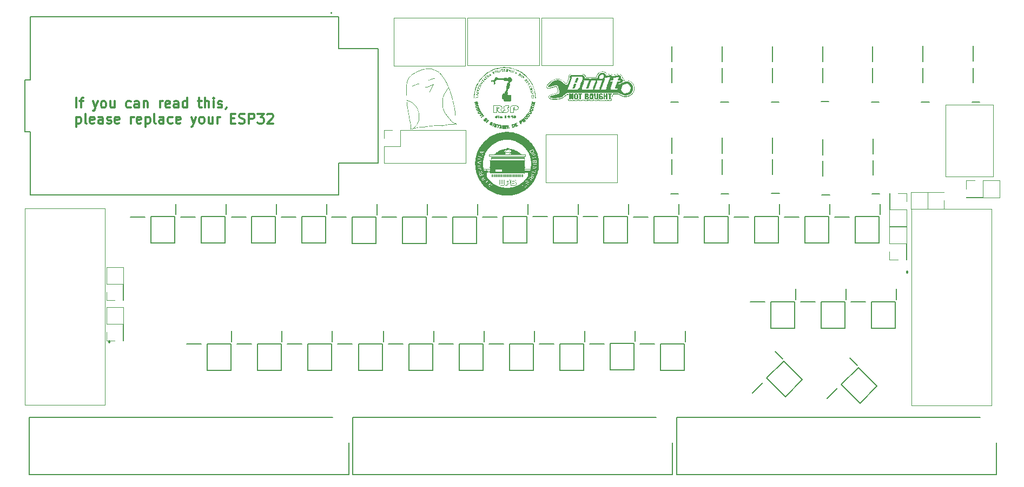
<source format=gbr>
%TF.GenerationSoftware,KiCad,Pcbnew,7.0.2-0*%
%TF.CreationDate,2023-04-25T00:34:15+03:00*%
%TF.ProjectId,PLC-CIM,504c432d-4349-44d2-9e6b-696361645f70,rev?*%
%TF.SameCoordinates,Original*%
%TF.FileFunction,Legend,Top*%
%TF.FilePolarity,Positive*%
%FSLAX46Y46*%
G04 Gerber Fmt 4.6, Leading zero omitted, Abs format (unit mm)*
G04 Created by KiCad (PCBNEW 7.0.2-0) date 2023-04-25 00:34:15*
%MOMM*%
%LPD*%
G01*
G04 APERTURE LIST*
%ADD10C,0.304800*%
%ADD11C,0.120000*%
%ADD12C,0.100000*%
%ADD13C,0.200000*%
%ADD14C,0.300000*%
%ADD15C,0.127000*%
G04 APERTURE END LIST*
D10*
X80050857Y-71896211D02*
X80050857Y-70372211D01*
X80558856Y-70880211D02*
X81139428Y-70880211D01*
X80776571Y-71896211D02*
X80776571Y-70589925D01*
X80776571Y-70589925D02*
X80849142Y-70444782D01*
X80849142Y-70444782D02*
X80994285Y-70372211D01*
X80994285Y-70372211D02*
X81139428Y-70372211D01*
X82663428Y-70880211D02*
X83026285Y-71896211D01*
X83389142Y-70880211D02*
X83026285Y-71896211D01*
X83026285Y-71896211D02*
X82881142Y-72259068D01*
X82881142Y-72259068D02*
X82808571Y-72331640D01*
X82808571Y-72331640D02*
X82663428Y-72404211D01*
X84187428Y-71896211D02*
X84042285Y-71823640D01*
X84042285Y-71823640D02*
X83969714Y-71751068D01*
X83969714Y-71751068D02*
X83897142Y-71605925D01*
X83897142Y-71605925D02*
X83897142Y-71170497D01*
X83897142Y-71170497D02*
X83969714Y-71025354D01*
X83969714Y-71025354D02*
X84042285Y-70952782D01*
X84042285Y-70952782D02*
X84187428Y-70880211D01*
X84187428Y-70880211D02*
X84405142Y-70880211D01*
X84405142Y-70880211D02*
X84550285Y-70952782D01*
X84550285Y-70952782D02*
X84622857Y-71025354D01*
X84622857Y-71025354D02*
X84695428Y-71170497D01*
X84695428Y-71170497D02*
X84695428Y-71605925D01*
X84695428Y-71605925D02*
X84622857Y-71751068D01*
X84622857Y-71751068D02*
X84550285Y-71823640D01*
X84550285Y-71823640D02*
X84405142Y-71896211D01*
X84405142Y-71896211D02*
X84187428Y-71896211D01*
X86001714Y-70880211D02*
X86001714Y-71896211D01*
X85348571Y-70880211D02*
X85348571Y-71678497D01*
X85348571Y-71678497D02*
X85421142Y-71823640D01*
X85421142Y-71823640D02*
X85566285Y-71896211D01*
X85566285Y-71896211D02*
X85783999Y-71896211D01*
X85783999Y-71896211D02*
X85929142Y-71823640D01*
X85929142Y-71823640D02*
X86001714Y-71751068D01*
X88541714Y-71823640D02*
X88396571Y-71896211D01*
X88396571Y-71896211D02*
X88106285Y-71896211D01*
X88106285Y-71896211D02*
X87961142Y-71823640D01*
X87961142Y-71823640D02*
X87888571Y-71751068D01*
X87888571Y-71751068D02*
X87815999Y-71605925D01*
X87815999Y-71605925D02*
X87815999Y-71170497D01*
X87815999Y-71170497D02*
X87888571Y-71025354D01*
X87888571Y-71025354D02*
X87961142Y-70952782D01*
X87961142Y-70952782D02*
X88106285Y-70880211D01*
X88106285Y-70880211D02*
X88396571Y-70880211D01*
X88396571Y-70880211D02*
X88541714Y-70952782D01*
X89848000Y-71896211D02*
X89848000Y-71097925D01*
X89848000Y-71097925D02*
X89775428Y-70952782D01*
X89775428Y-70952782D02*
X89630285Y-70880211D01*
X89630285Y-70880211D02*
X89340000Y-70880211D01*
X89340000Y-70880211D02*
X89194857Y-70952782D01*
X89848000Y-71823640D02*
X89702857Y-71896211D01*
X89702857Y-71896211D02*
X89340000Y-71896211D01*
X89340000Y-71896211D02*
X89194857Y-71823640D01*
X89194857Y-71823640D02*
X89122285Y-71678497D01*
X89122285Y-71678497D02*
X89122285Y-71533354D01*
X89122285Y-71533354D02*
X89194857Y-71388211D01*
X89194857Y-71388211D02*
X89340000Y-71315640D01*
X89340000Y-71315640D02*
X89702857Y-71315640D01*
X89702857Y-71315640D02*
X89848000Y-71243068D01*
X90573714Y-70880211D02*
X90573714Y-71896211D01*
X90573714Y-71025354D02*
X90646285Y-70952782D01*
X90646285Y-70952782D02*
X90791428Y-70880211D01*
X90791428Y-70880211D02*
X91009142Y-70880211D01*
X91009142Y-70880211D02*
X91154285Y-70952782D01*
X91154285Y-70952782D02*
X91226857Y-71097925D01*
X91226857Y-71097925D02*
X91226857Y-71896211D01*
X93113714Y-71896211D02*
X93113714Y-70880211D01*
X93113714Y-71170497D02*
X93186285Y-71025354D01*
X93186285Y-71025354D02*
X93258857Y-70952782D01*
X93258857Y-70952782D02*
X93403999Y-70880211D01*
X93403999Y-70880211D02*
X93549142Y-70880211D01*
X94637714Y-71823640D02*
X94492571Y-71896211D01*
X94492571Y-71896211D02*
X94202286Y-71896211D01*
X94202286Y-71896211D02*
X94057143Y-71823640D01*
X94057143Y-71823640D02*
X93984571Y-71678497D01*
X93984571Y-71678497D02*
X93984571Y-71097925D01*
X93984571Y-71097925D02*
X94057143Y-70952782D01*
X94057143Y-70952782D02*
X94202286Y-70880211D01*
X94202286Y-70880211D02*
X94492571Y-70880211D01*
X94492571Y-70880211D02*
X94637714Y-70952782D01*
X94637714Y-70952782D02*
X94710286Y-71097925D01*
X94710286Y-71097925D02*
X94710286Y-71243068D01*
X94710286Y-71243068D02*
X93984571Y-71388211D01*
X96016572Y-71896211D02*
X96016572Y-71097925D01*
X96016572Y-71097925D02*
X95944000Y-70952782D01*
X95944000Y-70952782D02*
X95798857Y-70880211D01*
X95798857Y-70880211D02*
X95508572Y-70880211D01*
X95508572Y-70880211D02*
X95363429Y-70952782D01*
X96016572Y-71823640D02*
X95871429Y-71896211D01*
X95871429Y-71896211D02*
X95508572Y-71896211D01*
X95508572Y-71896211D02*
X95363429Y-71823640D01*
X95363429Y-71823640D02*
X95290857Y-71678497D01*
X95290857Y-71678497D02*
X95290857Y-71533354D01*
X95290857Y-71533354D02*
X95363429Y-71388211D01*
X95363429Y-71388211D02*
X95508572Y-71315640D01*
X95508572Y-71315640D02*
X95871429Y-71315640D01*
X95871429Y-71315640D02*
X96016572Y-71243068D01*
X97395429Y-71896211D02*
X97395429Y-70372211D01*
X97395429Y-71823640D02*
X97250286Y-71896211D01*
X97250286Y-71896211D02*
X96960000Y-71896211D01*
X96960000Y-71896211D02*
X96814857Y-71823640D01*
X96814857Y-71823640D02*
X96742286Y-71751068D01*
X96742286Y-71751068D02*
X96669714Y-71605925D01*
X96669714Y-71605925D02*
X96669714Y-71170497D01*
X96669714Y-71170497D02*
X96742286Y-71025354D01*
X96742286Y-71025354D02*
X96814857Y-70952782D01*
X96814857Y-70952782D02*
X96960000Y-70880211D01*
X96960000Y-70880211D02*
X97250286Y-70880211D01*
X97250286Y-70880211D02*
X97395429Y-70952782D01*
X99064571Y-70880211D02*
X99645143Y-70880211D01*
X99282286Y-70372211D02*
X99282286Y-71678497D01*
X99282286Y-71678497D02*
X99354857Y-71823640D01*
X99354857Y-71823640D02*
X99500000Y-71896211D01*
X99500000Y-71896211D02*
X99645143Y-71896211D01*
X100153143Y-71896211D02*
X100153143Y-70372211D01*
X100806286Y-71896211D02*
X100806286Y-71097925D01*
X100806286Y-71097925D02*
X100733714Y-70952782D01*
X100733714Y-70952782D02*
X100588571Y-70880211D01*
X100588571Y-70880211D02*
X100370857Y-70880211D01*
X100370857Y-70880211D02*
X100225714Y-70952782D01*
X100225714Y-70952782D02*
X100153143Y-71025354D01*
X101532000Y-71896211D02*
X101532000Y-70880211D01*
X101532000Y-70372211D02*
X101459428Y-70444782D01*
X101459428Y-70444782D02*
X101532000Y-70517354D01*
X101532000Y-70517354D02*
X101604571Y-70444782D01*
X101604571Y-70444782D02*
X101532000Y-70372211D01*
X101532000Y-70372211D02*
X101532000Y-70517354D01*
X102185142Y-71823640D02*
X102330285Y-71896211D01*
X102330285Y-71896211D02*
X102620571Y-71896211D01*
X102620571Y-71896211D02*
X102765714Y-71823640D01*
X102765714Y-71823640D02*
X102838285Y-71678497D01*
X102838285Y-71678497D02*
X102838285Y-71605925D01*
X102838285Y-71605925D02*
X102765714Y-71460782D01*
X102765714Y-71460782D02*
X102620571Y-71388211D01*
X102620571Y-71388211D02*
X102402857Y-71388211D01*
X102402857Y-71388211D02*
X102257714Y-71315640D01*
X102257714Y-71315640D02*
X102185142Y-71170497D01*
X102185142Y-71170497D02*
X102185142Y-71097925D01*
X102185142Y-71097925D02*
X102257714Y-70952782D01*
X102257714Y-70952782D02*
X102402857Y-70880211D01*
X102402857Y-70880211D02*
X102620571Y-70880211D01*
X102620571Y-70880211D02*
X102765714Y-70952782D01*
X103563999Y-71823640D02*
X103563999Y-71896211D01*
X103563999Y-71896211D02*
X103491428Y-72041354D01*
X103491428Y-72041354D02*
X103418856Y-72113925D01*
X80050857Y-73349091D02*
X80050857Y-74873091D01*
X80050857Y-73421662D02*
X80196000Y-73349091D01*
X80196000Y-73349091D02*
X80486285Y-73349091D01*
X80486285Y-73349091D02*
X80631428Y-73421662D01*
X80631428Y-73421662D02*
X80704000Y-73494234D01*
X80704000Y-73494234D02*
X80776571Y-73639377D01*
X80776571Y-73639377D02*
X80776571Y-74074805D01*
X80776571Y-74074805D02*
X80704000Y-74219948D01*
X80704000Y-74219948D02*
X80631428Y-74292520D01*
X80631428Y-74292520D02*
X80486285Y-74365091D01*
X80486285Y-74365091D02*
X80196000Y-74365091D01*
X80196000Y-74365091D02*
X80050857Y-74292520D01*
X81647428Y-74365091D02*
X81502285Y-74292520D01*
X81502285Y-74292520D02*
X81429714Y-74147377D01*
X81429714Y-74147377D02*
X81429714Y-72841091D01*
X82808571Y-74292520D02*
X82663428Y-74365091D01*
X82663428Y-74365091D02*
X82373143Y-74365091D01*
X82373143Y-74365091D02*
X82228000Y-74292520D01*
X82228000Y-74292520D02*
X82155428Y-74147377D01*
X82155428Y-74147377D02*
X82155428Y-73566805D01*
X82155428Y-73566805D02*
X82228000Y-73421662D01*
X82228000Y-73421662D02*
X82373143Y-73349091D01*
X82373143Y-73349091D02*
X82663428Y-73349091D01*
X82663428Y-73349091D02*
X82808571Y-73421662D01*
X82808571Y-73421662D02*
X82881143Y-73566805D01*
X82881143Y-73566805D02*
X82881143Y-73711948D01*
X82881143Y-73711948D02*
X82155428Y-73857091D01*
X84187429Y-74365091D02*
X84187429Y-73566805D01*
X84187429Y-73566805D02*
X84114857Y-73421662D01*
X84114857Y-73421662D02*
X83969714Y-73349091D01*
X83969714Y-73349091D02*
X83679429Y-73349091D01*
X83679429Y-73349091D02*
X83534286Y-73421662D01*
X84187429Y-74292520D02*
X84042286Y-74365091D01*
X84042286Y-74365091D02*
X83679429Y-74365091D01*
X83679429Y-74365091D02*
X83534286Y-74292520D01*
X83534286Y-74292520D02*
X83461714Y-74147377D01*
X83461714Y-74147377D02*
X83461714Y-74002234D01*
X83461714Y-74002234D02*
X83534286Y-73857091D01*
X83534286Y-73857091D02*
X83679429Y-73784520D01*
X83679429Y-73784520D02*
X84042286Y-73784520D01*
X84042286Y-73784520D02*
X84187429Y-73711948D01*
X84840571Y-74292520D02*
X84985714Y-74365091D01*
X84985714Y-74365091D02*
X85276000Y-74365091D01*
X85276000Y-74365091D02*
X85421143Y-74292520D01*
X85421143Y-74292520D02*
X85493714Y-74147377D01*
X85493714Y-74147377D02*
X85493714Y-74074805D01*
X85493714Y-74074805D02*
X85421143Y-73929662D01*
X85421143Y-73929662D02*
X85276000Y-73857091D01*
X85276000Y-73857091D02*
X85058286Y-73857091D01*
X85058286Y-73857091D02*
X84913143Y-73784520D01*
X84913143Y-73784520D02*
X84840571Y-73639377D01*
X84840571Y-73639377D02*
X84840571Y-73566805D01*
X84840571Y-73566805D02*
X84913143Y-73421662D01*
X84913143Y-73421662D02*
X85058286Y-73349091D01*
X85058286Y-73349091D02*
X85276000Y-73349091D01*
X85276000Y-73349091D02*
X85421143Y-73421662D01*
X86727428Y-74292520D02*
X86582285Y-74365091D01*
X86582285Y-74365091D02*
X86292000Y-74365091D01*
X86292000Y-74365091D02*
X86146857Y-74292520D01*
X86146857Y-74292520D02*
X86074285Y-74147377D01*
X86074285Y-74147377D02*
X86074285Y-73566805D01*
X86074285Y-73566805D02*
X86146857Y-73421662D01*
X86146857Y-73421662D02*
X86292000Y-73349091D01*
X86292000Y-73349091D02*
X86582285Y-73349091D01*
X86582285Y-73349091D02*
X86727428Y-73421662D01*
X86727428Y-73421662D02*
X86800000Y-73566805D01*
X86800000Y-73566805D02*
X86800000Y-73711948D01*
X86800000Y-73711948D02*
X86074285Y-73857091D01*
X88614286Y-74365091D02*
X88614286Y-73349091D01*
X88614286Y-73639377D02*
X88686857Y-73494234D01*
X88686857Y-73494234D02*
X88759429Y-73421662D01*
X88759429Y-73421662D02*
X88904571Y-73349091D01*
X88904571Y-73349091D02*
X89049714Y-73349091D01*
X90138286Y-74292520D02*
X89993143Y-74365091D01*
X89993143Y-74365091D02*
X89702858Y-74365091D01*
X89702858Y-74365091D02*
X89557715Y-74292520D01*
X89557715Y-74292520D02*
X89485143Y-74147377D01*
X89485143Y-74147377D02*
X89485143Y-73566805D01*
X89485143Y-73566805D02*
X89557715Y-73421662D01*
X89557715Y-73421662D02*
X89702858Y-73349091D01*
X89702858Y-73349091D02*
X89993143Y-73349091D01*
X89993143Y-73349091D02*
X90138286Y-73421662D01*
X90138286Y-73421662D02*
X90210858Y-73566805D01*
X90210858Y-73566805D02*
X90210858Y-73711948D01*
X90210858Y-73711948D02*
X89485143Y-73857091D01*
X90864001Y-73349091D02*
X90864001Y-74873091D01*
X90864001Y-73421662D02*
X91009144Y-73349091D01*
X91009144Y-73349091D02*
X91299429Y-73349091D01*
X91299429Y-73349091D02*
X91444572Y-73421662D01*
X91444572Y-73421662D02*
X91517144Y-73494234D01*
X91517144Y-73494234D02*
X91589715Y-73639377D01*
X91589715Y-73639377D02*
X91589715Y-74074805D01*
X91589715Y-74074805D02*
X91517144Y-74219948D01*
X91517144Y-74219948D02*
X91444572Y-74292520D01*
X91444572Y-74292520D02*
X91299429Y-74365091D01*
X91299429Y-74365091D02*
X91009144Y-74365091D01*
X91009144Y-74365091D02*
X90864001Y-74292520D01*
X92460572Y-74365091D02*
X92315429Y-74292520D01*
X92315429Y-74292520D02*
X92242858Y-74147377D01*
X92242858Y-74147377D02*
X92242858Y-72841091D01*
X93694287Y-74365091D02*
X93694287Y-73566805D01*
X93694287Y-73566805D02*
X93621715Y-73421662D01*
X93621715Y-73421662D02*
X93476572Y-73349091D01*
X93476572Y-73349091D02*
X93186287Y-73349091D01*
X93186287Y-73349091D02*
X93041144Y-73421662D01*
X93694287Y-74292520D02*
X93549144Y-74365091D01*
X93549144Y-74365091D02*
X93186287Y-74365091D01*
X93186287Y-74365091D02*
X93041144Y-74292520D01*
X93041144Y-74292520D02*
X92968572Y-74147377D01*
X92968572Y-74147377D02*
X92968572Y-74002234D01*
X92968572Y-74002234D02*
X93041144Y-73857091D01*
X93041144Y-73857091D02*
X93186287Y-73784520D01*
X93186287Y-73784520D02*
X93549144Y-73784520D01*
X93549144Y-73784520D02*
X93694287Y-73711948D01*
X95073144Y-74292520D02*
X94928001Y-74365091D01*
X94928001Y-74365091D02*
X94637715Y-74365091D01*
X94637715Y-74365091D02*
X94492572Y-74292520D01*
X94492572Y-74292520D02*
X94420001Y-74219948D01*
X94420001Y-74219948D02*
X94347429Y-74074805D01*
X94347429Y-74074805D02*
X94347429Y-73639377D01*
X94347429Y-73639377D02*
X94420001Y-73494234D01*
X94420001Y-73494234D02*
X94492572Y-73421662D01*
X94492572Y-73421662D02*
X94637715Y-73349091D01*
X94637715Y-73349091D02*
X94928001Y-73349091D01*
X94928001Y-73349091D02*
X95073144Y-73421662D01*
X96306858Y-74292520D02*
X96161715Y-74365091D01*
X96161715Y-74365091D02*
X95871430Y-74365091D01*
X95871430Y-74365091D02*
X95726287Y-74292520D01*
X95726287Y-74292520D02*
X95653715Y-74147377D01*
X95653715Y-74147377D02*
X95653715Y-73566805D01*
X95653715Y-73566805D02*
X95726287Y-73421662D01*
X95726287Y-73421662D02*
X95871430Y-73349091D01*
X95871430Y-73349091D02*
X96161715Y-73349091D01*
X96161715Y-73349091D02*
X96306858Y-73421662D01*
X96306858Y-73421662D02*
X96379430Y-73566805D01*
X96379430Y-73566805D02*
X96379430Y-73711948D01*
X96379430Y-73711948D02*
X95653715Y-73857091D01*
X98048573Y-73349091D02*
X98411430Y-74365091D01*
X98774287Y-73349091D02*
X98411430Y-74365091D01*
X98411430Y-74365091D02*
X98266287Y-74727948D01*
X98266287Y-74727948D02*
X98193716Y-74800520D01*
X98193716Y-74800520D02*
X98048573Y-74873091D01*
X99572573Y-74365091D02*
X99427430Y-74292520D01*
X99427430Y-74292520D02*
X99354859Y-74219948D01*
X99354859Y-74219948D02*
X99282287Y-74074805D01*
X99282287Y-74074805D02*
X99282287Y-73639377D01*
X99282287Y-73639377D02*
X99354859Y-73494234D01*
X99354859Y-73494234D02*
X99427430Y-73421662D01*
X99427430Y-73421662D02*
X99572573Y-73349091D01*
X99572573Y-73349091D02*
X99790287Y-73349091D01*
X99790287Y-73349091D02*
X99935430Y-73421662D01*
X99935430Y-73421662D02*
X100008002Y-73494234D01*
X100008002Y-73494234D02*
X100080573Y-73639377D01*
X100080573Y-73639377D02*
X100080573Y-74074805D01*
X100080573Y-74074805D02*
X100008002Y-74219948D01*
X100008002Y-74219948D02*
X99935430Y-74292520D01*
X99935430Y-74292520D02*
X99790287Y-74365091D01*
X99790287Y-74365091D02*
X99572573Y-74365091D01*
X101386859Y-73349091D02*
X101386859Y-74365091D01*
X100733716Y-73349091D02*
X100733716Y-74147377D01*
X100733716Y-74147377D02*
X100806287Y-74292520D01*
X100806287Y-74292520D02*
X100951430Y-74365091D01*
X100951430Y-74365091D02*
X101169144Y-74365091D01*
X101169144Y-74365091D02*
X101314287Y-74292520D01*
X101314287Y-74292520D02*
X101386859Y-74219948D01*
X102112573Y-74365091D02*
X102112573Y-73349091D01*
X102112573Y-73639377D02*
X102185144Y-73494234D01*
X102185144Y-73494234D02*
X102257716Y-73421662D01*
X102257716Y-73421662D02*
X102402858Y-73349091D01*
X102402858Y-73349091D02*
X102548001Y-73349091D01*
X104217145Y-73566805D02*
X104725145Y-73566805D01*
X104942859Y-74365091D02*
X104217145Y-74365091D01*
X104217145Y-74365091D02*
X104217145Y-72841091D01*
X104217145Y-72841091D02*
X104942859Y-72841091D01*
X105523430Y-74292520D02*
X105741145Y-74365091D01*
X105741145Y-74365091D02*
X106104002Y-74365091D01*
X106104002Y-74365091D02*
X106249145Y-74292520D01*
X106249145Y-74292520D02*
X106321716Y-74219948D01*
X106321716Y-74219948D02*
X106394287Y-74074805D01*
X106394287Y-74074805D02*
X106394287Y-73929662D01*
X106394287Y-73929662D02*
X106321716Y-73784520D01*
X106321716Y-73784520D02*
X106249145Y-73711948D01*
X106249145Y-73711948D02*
X106104002Y-73639377D01*
X106104002Y-73639377D02*
X105813716Y-73566805D01*
X105813716Y-73566805D02*
X105668573Y-73494234D01*
X105668573Y-73494234D02*
X105596002Y-73421662D01*
X105596002Y-73421662D02*
X105523430Y-73276520D01*
X105523430Y-73276520D02*
X105523430Y-73131377D01*
X105523430Y-73131377D02*
X105596002Y-72986234D01*
X105596002Y-72986234D02*
X105668573Y-72913662D01*
X105668573Y-72913662D02*
X105813716Y-72841091D01*
X105813716Y-72841091D02*
X106176573Y-72841091D01*
X106176573Y-72841091D02*
X106394287Y-72913662D01*
X107047431Y-74365091D02*
X107047431Y-72841091D01*
X107047431Y-72841091D02*
X107628002Y-72841091D01*
X107628002Y-72841091D02*
X107773145Y-72913662D01*
X107773145Y-72913662D02*
X107845716Y-72986234D01*
X107845716Y-72986234D02*
X107918288Y-73131377D01*
X107918288Y-73131377D02*
X107918288Y-73349091D01*
X107918288Y-73349091D02*
X107845716Y-73494234D01*
X107845716Y-73494234D02*
X107773145Y-73566805D01*
X107773145Y-73566805D02*
X107628002Y-73639377D01*
X107628002Y-73639377D02*
X107047431Y-73639377D01*
X108426288Y-72841091D02*
X109369716Y-72841091D01*
X109369716Y-72841091D02*
X108861716Y-73421662D01*
X108861716Y-73421662D02*
X109079431Y-73421662D01*
X109079431Y-73421662D02*
X109224574Y-73494234D01*
X109224574Y-73494234D02*
X109297145Y-73566805D01*
X109297145Y-73566805D02*
X109369716Y-73711948D01*
X109369716Y-73711948D02*
X109369716Y-74074805D01*
X109369716Y-74074805D02*
X109297145Y-74219948D01*
X109297145Y-74219948D02*
X109224574Y-74292520D01*
X109224574Y-74292520D02*
X109079431Y-74365091D01*
X109079431Y-74365091D02*
X108644002Y-74365091D01*
X108644002Y-74365091D02*
X108498859Y-74292520D01*
X108498859Y-74292520D02*
X108426288Y-74219948D01*
X109950288Y-72986234D02*
X110022860Y-72913662D01*
X110022860Y-72913662D02*
X110168003Y-72841091D01*
X110168003Y-72841091D02*
X110530860Y-72841091D01*
X110530860Y-72841091D02*
X110676003Y-72913662D01*
X110676003Y-72913662D02*
X110748574Y-72986234D01*
X110748574Y-72986234D02*
X110821145Y-73131377D01*
X110821145Y-73131377D02*
X110821145Y-73276520D01*
X110821145Y-73276520D02*
X110748574Y-73494234D01*
X110748574Y-73494234D02*
X109877717Y-74365091D01*
X109877717Y-74365091D02*
X110821145Y-74365091D01*
%TO.C,G\u002A\u002A\u002A*%
G36*
X135411903Y-65736385D02*
G01*
X135457382Y-65738625D01*
X135491896Y-65742048D01*
X135511656Y-65746676D01*
X135514774Y-65749288D01*
X135526794Y-65757872D01*
X135550532Y-65761963D01*
X135553816Y-65762019D01*
X135577038Y-65764634D01*
X135588389Y-65771047D01*
X135588613Y-65772203D01*
X135597555Y-65778980D01*
X135619496Y-65782316D01*
X135623658Y-65782388D01*
X135649148Y-65785251D01*
X135664660Y-65792240D01*
X135665368Y-65793173D01*
X135679750Y-65801003D01*
X135693976Y-65801844D01*
X135728996Y-65805929D01*
X135767016Y-65826022D01*
X135785445Y-65840135D01*
X135810024Y-65856123D01*
X135831948Y-65863755D01*
X135833959Y-65863863D01*
X135859580Y-65868466D01*
X135873916Y-65874048D01*
X135900888Y-65887626D01*
X135914377Y-65894416D01*
X135936643Y-65902753D01*
X135947961Y-65904601D01*
X135963111Y-65909009D01*
X135990548Y-65920622D01*
X136024606Y-65937021D01*
X136028005Y-65938753D01*
X136100887Y-65968093D01*
X136158529Y-65980128D01*
X136194938Y-65985290D01*
X136224715Y-65991367D01*
X136239029Y-65996041D01*
X136259299Y-66005796D01*
X136287347Y-66018419D01*
X136291877Y-66020390D01*
X136321296Y-66036471D01*
X136345061Y-66054934D01*
X136346924Y-66056892D01*
X136369633Y-66072720D01*
X136389670Y-66077736D01*
X136408048Y-66080962D01*
X136413553Y-66086619D01*
X136422516Y-66093747D01*
X136444760Y-66100339D01*
X136451848Y-66101626D01*
X136481683Y-66111164D01*
X136503467Y-66126434D01*
X136505018Y-66128388D01*
X136525227Y-66144536D01*
X136542506Y-66149027D01*
X136562998Y-66152891D01*
X136571048Y-66158623D01*
X136583982Y-66165884D01*
X136609486Y-66172788D01*
X136621332Y-66174871D01*
X136648964Y-66181682D01*
X136674139Y-66195351D01*
X136702822Y-66219606D01*
X136720045Y-66236566D01*
X136747851Y-66263046D01*
X136771489Y-66282553D01*
X136786451Y-66291423D01*
X136787735Y-66291610D01*
X136800872Y-66300091D01*
X136810746Y-66317071D01*
X136821595Y-66335967D01*
X136831479Y-66342532D01*
X136843211Y-66349633D01*
X136866015Y-66369153D01*
X136897285Y-66398414D01*
X136934418Y-66434741D01*
X136974809Y-66475456D01*
X137015852Y-66517884D01*
X137054944Y-66559348D01*
X137089479Y-66597171D01*
X137116853Y-66628678D01*
X137134461Y-66651191D01*
X137138860Y-66658384D01*
X137154259Y-66682420D01*
X137179768Y-66714161D01*
X137210456Y-66747574D01*
X137217548Y-66754683D01*
X137245716Y-66783892D01*
X137267135Y-66808861D01*
X137278353Y-66825461D01*
X137279231Y-66828520D01*
X137285530Y-66840577D01*
X137289415Y-66841570D01*
X137298037Y-66849981D01*
X137299600Y-66859489D01*
X137307543Y-66878624D01*
X137319968Y-66890128D01*
X137335970Y-66905148D01*
X137340337Y-66915972D01*
X137347163Y-66929887D01*
X137364740Y-66951817D01*
X137381075Y-66968875D01*
X137403547Y-66992809D01*
X137418343Y-67012382D01*
X137421813Y-67020567D01*
X137428814Y-67033329D01*
X137446997Y-67054409D01*
X137467643Y-67074724D01*
X137491852Y-67098485D01*
X137508462Y-67117551D01*
X137513473Y-67126481D01*
X137520028Y-67139695D01*
X137535881Y-67158566D01*
X137536674Y-67159370D01*
X137553686Y-67180834D01*
X137571708Y-67209802D01*
X137586685Y-67238955D01*
X137594563Y-67260974D01*
X137594948Y-67264569D01*
X137601598Y-67276561D01*
X137612771Y-67288634D01*
X137646127Y-67330184D01*
X137665239Y-67366068D01*
X137678382Y-67385995D01*
X137699690Y-67410198D01*
X137705952Y-67416350D01*
X137729962Y-67446915D01*
X137737531Y-67473332D01*
X137744962Y-67501021D01*
X137757659Y-67518618D01*
X137771007Y-67534503D01*
X137773176Y-67544296D01*
X137776355Y-67555761D01*
X137788693Y-67569975D01*
X137803902Y-67588488D01*
X137808822Y-67601889D01*
X137814865Y-67614396D01*
X137819006Y-67615587D01*
X137825860Y-67624511D01*
X137829142Y-67646328D01*
X137829191Y-67649654D01*
X137837481Y-67685753D01*
X137850780Y-67703123D01*
X137867335Y-67723457D01*
X137886059Y-67754242D01*
X137896172Y-67774381D01*
X137912249Y-67805734D01*
X137927876Y-67830352D01*
X137935689Y-67839281D01*
X137948859Y-67856380D01*
X137951404Y-67865847D01*
X137959033Y-67883111D01*
X137964134Y-67887515D01*
X137982265Y-67906970D01*
X137997069Y-67934971D01*
X138002326Y-67957603D01*
X138008233Y-67980500D01*
X138023411Y-68011787D01*
X138044047Y-68044242D01*
X138056496Y-68060156D01*
X138070085Y-68084580D01*
X138079779Y-68117076D01*
X138080919Y-68124057D01*
X138086388Y-68151515D01*
X138093219Y-68169163D01*
X138095360Y-68171489D01*
X138102164Y-68184803D01*
X138104170Y-68201794D01*
X138106893Y-68220656D01*
X138111940Y-68226654D01*
X138122292Y-68234561D01*
X138129763Y-68246038D01*
X138151436Y-68289336D01*
X138174590Y-68337858D01*
X138190031Y-68371782D01*
X138207571Y-68401345D01*
X138231508Y-68430502D01*
X138235092Y-68434058D01*
X138254257Y-68457223D01*
X138260375Y-68475778D01*
X138259777Y-68478370D01*
X138259563Y-68495222D01*
X138263229Y-68500115D01*
X138274201Y-68514286D01*
X138289007Y-68540978D01*
X138304475Y-68573587D01*
X138317432Y-68605509D01*
X138323945Y-68626489D01*
X138331671Y-68648931D01*
X138339541Y-68660190D01*
X138346106Y-68673432D01*
X138348597Y-68695138D01*
X138351543Y-68718248D01*
X138357998Y-68730299D01*
X138366700Y-68743567D01*
X138374084Y-68766546D01*
X138381473Y-68787877D01*
X138389990Y-68796979D01*
X138390144Y-68796983D01*
X138396903Y-68805787D01*
X138399519Y-68825505D01*
X138402956Y-68851322D01*
X138411392Y-68878661D01*
X138422018Y-68900279D01*
X138431873Y-68908932D01*
X138442414Y-68917909D01*
X138454116Y-68940117D01*
X138464284Y-68968788D01*
X138470223Y-68997152D01*
X138470810Y-69006727D01*
X138473631Y-69031538D01*
X138480471Y-69046134D01*
X138480995Y-69046501D01*
X138489976Y-69061055D01*
X138491242Y-69070017D01*
X138495843Y-69091014D01*
X138506519Y-69116411D01*
X138517402Y-69143097D01*
X138521733Y-69164787D01*
X138525140Y-69180709D01*
X138529431Y-69183991D01*
X138539067Y-69193051D01*
X138550557Y-69216590D01*
X138561590Y-69249150D01*
X138567923Y-69274962D01*
X138578126Y-69308167D01*
X138593456Y-69342540D01*
X138595182Y-69345692D01*
X138608211Y-69377608D01*
X138618204Y-69417478D01*
X138620881Y-69435793D01*
X138625527Y-69467141D01*
X138631429Y-69489247D01*
X138635217Y-69495517D01*
X138641957Y-69508788D01*
X138643946Y-69525771D01*
X138647509Y-69544622D01*
X138654130Y-69550631D01*
X138661853Y-69559328D01*
X138664315Y-69575491D01*
X138668070Y-69597056D01*
X138674499Y-69606646D01*
X138683480Y-69621199D01*
X138684746Y-69630162D01*
X138689347Y-69651159D01*
X138700023Y-69676555D01*
X138711188Y-69707439D01*
X138715237Y-69735115D01*
X138718052Y-69756063D01*
X138724611Y-69764505D01*
X138730372Y-69773773D01*
X138736345Y-69798026D01*
X138741074Y-69830704D01*
X138745940Y-69864378D01*
X138751789Y-69888216D01*
X138757161Y-69896902D01*
X138763986Y-69905607D01*
X138766159Y-69921762D01*
X138769914Y-69943327D01*
X138776344Y-69952917D01*
X138782895Y-69966291D01*
X138786363Y-69991553D01*
X138786528Y-69998747D01*
X138788740Y-70025519D01*
X138794226Y-70042386D01*
X138795929Y-70044093D01*
X138804631Y-70057360D01*
X138812015Y-70080339D01*
X138819404Y-70101671D01*
X138827921Y-70110772D01*
X138828075Y-70110776D01*
X138834273Y-70119731D01*
X138837370Y-70141751D01*
X138837450Y-70146421D01*
X138839752Y-70169985D01*
X138845410Y-70181760D01*
X138846609Y-70182067D01*
X138852706Y-70191352D01*
X138858991Y-70215678D01*
X138864451Y-70249756D01*
X138868073Y-70288292D01*
X138868505Y-70296441D01*
X138874088Y-70314837D01*
X138878836Y-70319957D01*
X138884927Y-70333033D01*
X138888196Y-70358188D01*
X138888373Y-70365988D01*
X138890663Y-70391275D01*
X138896375Y-70405191D01*
X138898557Y-70406125D01*
X138906445Y-70414774D01*
X138908741Y-70429549D01*
X138912820Y-70452412D01*
X138918828Y-70463060D01*
X138925991Y-70478462D01*
X138932896Y-70506332D01*
X138935730Y-70523657D01*
X138943119Y-70556393D01*
X138954126Y-70582067D01*
X138959982Y-70589506D01*
X138973666Y-70612560D01*
X138983488Y-70652418D01*
X138988815Y-70705772D01*
X138989583Y-70744135D01*
X138991276Y-70777030D01*
X138995910Y-70803610D01*
X138998336Y-70810334D01*
X139010444Y-70834480D01*
X139019180Y-70851556D01*
X139026584Y-70876036D01*
X139030673Y-70909290D01*
X139030955Y-70919700D01*
X139032933Y-70948431D01*
X139037918Y-70967623D01*
X139040551Y-70970997D01*
X139047743Y-70983895D01*
X139054681Y-71009501D01*
X139056984Y-71022521D01*
X139062857Y-71049720D01*
X139069843Y-71066028D01*
X139072849Y-71068113D01*
X139079697Y-71076817D01*
X139081877Y-71092973D01*
X139085632Y-71114538D01*
X139092061Y-71124128D01*
X139097340Y-71136863D01*
X139101020Y-71163844D01*
X139102246Y-71195419D01*
X139103664Y-71229967D01*
X139107363Y-71255742D01*
X139111986Y-71266435D01*
X139117731Y-71279730D01*
X139116383Y-71286375D01*
X139117730Y-71302711D01*
X139121920Y-71307019D01*
X139128536Y-71320492D01*
X139132394Y-71346505D01*
X139132799Y-71358971D01*
X139134348Y-71386100D01*
X139138261Y-71402242D01*
X139140498Y-71404200D01*
X139151391Y-71413756D01*
X139161840Y-71439934D01*
X139170757Y-71478996D01*
X139177053Y-71527205D01*
X139177363Y-71530783D01*
X139181758Y-71567640D01*
X139187601Y-71596687D01*
X139193635Y-71611691D01*
X139193693Y-71611750D01*
X139202021Y-71629574D01*
X139204090Y-71645709D01*
X139208180Y-71672753D01*
X139213531Y-71686956D01*
X139227605Y-71719102D01*
X139234333Y-71752831D01*
X139235339Y-71796850D01*
X139235163Y-71802919D01*
X139235917Y-71835717D01*
X139239865Y-71859419D01*
X139244149Y-71867173D01*
X139250746Y-71880635D01*
X139254601Y-71906655D01*
X139255013Y-71919254D01*
X139257264Y-71952098D01*
X139262892Y-71979093D01*
X139265197Y-71984851D01*
X139278567Y-72011469D01*
X139285242Y-72024794D01*
X139289660Y-72042374D01*
X139294327Y-72075501D01*
X139298679Y-72119372D01*
X139302047Y-72167377D01*
X139305391Y-72214676D01*
X139309415Y-72253532D01*
X139313622Y-72280025D01*
X139317514Y-72290232D01*
X139317647Y-72290246D01*
X139322611Y-72299402D01*
X139325742Y-72322785D01*
X139326304Y-72340568D01*
X139328206Y-72370941D01*
X139333051Y-72392093D01*
X139336488Y-72397183D01*
X139341181Y-72409627D01*
X139344732Y-72437211D01*
X139346551Y-72474714D01*
X139346673Y-72487747D01*
X139347428Y-72527357D01*
X139349437Y-72558748D01*
X139352315Y-72576668D01*
X139353334Y-72578677D01*
X139356305Y-72591440D01*
X139357945Y-72618891D01*
X139357938Y-72655377D01*
X139357823Y-72659726D01*
X139357475Y-72700028D01*
X139360068Y-72725602D01*
X139366723Y-72742008D01*
X139376623Y-72753093D01*
X139384793Y-72761926D01*
X139390521Y-72773481D01*
X139394238Y-72791220D01*
X139396370Y-72818604D01*
X139397345Y-72859098D01*
X139397593Y-72916163D01*
X139397595Y-72922659D01*
X139398267Y-72981626D01*
X139400163Y-73029113D01*
X139403103Y-73062351D01*
X139406908Y-73078569D01*
X139407779Y-73079541D01*
X139410036Y-73091144D01*
X139412021Y-73122766D01*
X139413730Y-73174062D01*
X139415157Y-73244683D01*
X139416298Y-73334281D01*
X139417147Y-73442511D01*
X139417699Y-73569024D01*
X139417948Y-73713473D01*
X139417964Y-73762499D01*
X139417964Y-74439164D01*
X139445462Y-74439164D01*
X139463515Y-74437315D01*
X139463890Y-74430457D01*
X139460738Y-74426942D01*
X139449706Y-74405677D01*
X139449253Y-74380818D01*
X139458481Y-74360908D01*
X139468307Y-74354889D01*
X139489995Y-74358182D01*
X139509974Y-74373755D01*
X139519723Y-74394694D01*
X139519808Y-74396682D01*
X139526933Y-74407924D01*
X139530501Y-74408610D01*
X139536424Y-74418148D01*
X139538687Y-74444698D01*
X139538139Y-74467171D01*
X139535893Y-74500152D01*
X139531550Y-74517952D01*
X139522085Y-74525739D01*
X139504472Y-74528681D01*
X139501985Y-74528923D01*
X139479206Y-74528221D01*
X139468958Y-74522018D01*
X139468886Y-74521285D01*
X139459842Y-74514553D01*
X139437204Y-74510761D01*
X139427421Y-74510455D01*
X139395187Y-74506484D01*
X139372059Y-74496357D01*
X139370196Y-74494695D01*
X139354828Y-74484473D01*
X139339395Y-74490922D01*
X139337824Y-74492149D01*
X139324446Y-74502666D01*
X139311881Y-74511355D01*
X139298121Y-74518405D01*
X139281163Y-74524006D01*
X139258999Y-74528347D01*
X139229625Y-74531620D01*
X139191036Y-74534013D01*
X139141225Y-74535717D01*
X139078188Y-74536922D01*
X138999918Y-74537817D01*
X138904410Y-74538592D01*
X138842543Y-74539046D01*
X138742868Y-74539997D01*
X138652725Y-74541300D01*
X138573859Y-74542901D01*
X138508015Y-74544751D01*
X138456938Y-74546799D01*
X138422373Y-74548995D01*
X138406064Y-74551286D01*
X138405121Y-74551776D01*
X138389251Y-74558101D01*
X138362667Y-74561286D01*
X138357346Y-74561377D01*
X138330917Y-74563867D01*
X138314355Y-74570010D01*
X138312952Y-74571562D01*
X138300009Y-74577254D01*
X138273517Y-74580950D01*
X138251845Y-74581746D01*
X138220232Y-74583365D01*
X138197767Y-74587523D01*
X138191204Y-74591176D01*
X138179079Y-74596103D01*
X138151548Y-74601330D01*
X138113542Y-74606019D01*
X138093851Y-74607767D01*
X138053545Y-74611832D01*
X138022296Y-74616720D01*
X138004640Y-74621636D01*
X138002326Y-74623797D01*
X137993221Y-74629088D01*
X137970184Y-74632262D01*
X137956496Y-74632668D01*
X137929164Y-74634691D01*
X137912769Y-74639809D01*
X137910666Y-74642853D01*
X137901640Y-74649269D01*
X137879129Y-74652800D01*
X137870529Y-74653037D01*
X137843381Y-74655444D01*
X137825940Y-74661423D01*
X137823996Y-74663388D01*
X137812233Y-74669545D01*
X137808822Y-74668314D01*
X137796386Y-74670013D01*
X137793648Y-74673240D01*
X137780856Y-74678605D01*
X137753830Y-74682346D01*
X137722254Y-74683590D01*
X137687652Y-74685075D01*
X137661769Y-74688946D01*
X137650963Y-74693775D01*
X137637166Y-74701171D01*
X137615317Y-74703959D01*
X137592299Y-74706778D01*
X137580398Y-74712969D01*
X137567744Y-74719793D01*
X137542297Y-74726520D01*
X137529112Y-74728834D01*
X137500325Y-74734925D01*
X137481000Y-74742299D01*
X137477464Y-74745286D01*
X137464618Y-74750891D01*
X137438628Y-74754347D01*
X137422060Y-74754882D01*
X137391400Y-74757129D01*
X137372099Y-74762983D01*
X137368680Y-74766606D01*
X137357177Y-74773851D01*
X137331688Y-74780105D01*
X137308871Y-74782965D01*
X137272703Y-74784250D01*
X137250867Y-74779993D01*
X137239392Y-74771241D01*
X137232109Y-74757744D01*
X137237246Y-74754882D01*
X137248118Y-74747838D01*
X137248677Y-74744697D01*
X137238540Y-74742244D01*
X137208309Y-74740119D01*
X137158258Y-74738327D01*
X137088660Y-74736873D01*
X136999788Y-74735762D01*
X136891915Y-74734999D01*
X136765314Y-74734588D01*
X136673256Y-74734513D01*
X136534647Y-74734692D01*
X136414589Y-74735227D01*
X136313354Y-74736113D01*
X136231216Y-74737345D01*
X136168447Y-74738918D01*
X136125322Y-74740827D01*
X136102112Y-74743068D01*
X136097835Y-74744697D01*
X136088569Y-74750134D01*
X136064405Y-74753816D01*
X136037330Y-74754882D01*
X136003972Y-74756473D01*
X135979467Y-74760597D01*
X135970530Y-74765066D01*
X135958161Y-74769424D01*
X135929760Y-74772817D01*
X135889655Y-74774849D01*
X135859597Y-74775250D01*
X135815309Y-74775868D01*
X135778910Y-74777533D01*
X135755026Y-74779968D01*
X135748236Y-74781974D01*
X135735374Y-74785029D01*
X135708029Y-74786631D01*
X135672059Y-74786444D01*
X135671158Y-74786415D01*
X135632353Y-74786702D01*
X135604987Y-74790000D01*
X135594108Y-74794969D01*
X135579990Y-74802846D01*
X135558060Y-74805804D01*
X135534765Y-74809005D01*
X135522414Y-74815988D01*
X135509679Y-74821266D01*
X135482698Y-74824947D01*
X135451123Y-74826173D01*
X135416715Y-74827420D01*
X135391219Y-74830675D01*
X135380820Y-74834759D01*
X135369334Y-74838102D01*
X135341071Y-74841748D01*
X135299612Y-74845365D01*
X135248539Y-74848617D01*
X135214722Y-74850256D01*
X135159202Y-74853233D01*
X135111711Y-74856909D01*
X135075692Y-74860929D01*
X135054588Y-74864941D01*
X135050535Y-74867131D01*
X135039399Y-74872281D01*
X135013692Y-74875880D01*
X134982391Y-74877095D01*
X134947857Y-74878585D01*
X134922048Y-74882469D01*
X134911348Y-74887279D01*
X134898280Y-74893219D01*
X134872111Y-74896889D01*
X134855333Y-74897464D01*
X134825212Y-74899302D01*
X134804402Y-74903980D01*
X134799594Y-74907203D01*
X134786299Y-74912949D01*
X134779654Y-74911601D01*
X134763318Y-74912948D01*
X134759010Y-74917138D01*
X134745336Y-74924143D01*
X134719888Y-74927844D01*
X134712751Y-74928017D01*
X134685835Y-74930419D01*
X134668692Y-74936375D01*
X134666921Y-74938202D01*
X134653547Y-74944753D01*
X134628285Y-74948221D01*
X134621091Y-74948386D01*
X134594384Y-74950511D01*
X134577645Y-74955782D01*
X134575967Y-74957428D01*
X134564628Y-74960284D01*
X134535825Y-74963412D01*
X134492456Y-74966617D01*
X134437420Y-74969704D01*
X134373618Y-74972476D01*
X134330940Y-74973951D01*
X134263553Y-74976419D01*
X134203503Y-74979313D01*
X134153600Y-74982441D01*
X134116655Y-74985608D01*
X134095479Y-74988624D01*
X134091500Y-74990370D01*
X134081936Y-74993644D01*
X134055725Y-74996379D01*
X134016583Y-74998334D01*
X133968231Y-74999264D01*
X133954611Y-74999308D01*
X133899461Y-75000043D01*
X133855156Y-75002101D01*
X133824818Y-75005258D01*
X133811573Y-75009292D01*
X133811428Y-75009493D01*
X133798843Y-75014469D01*
X133771540Y-75018097D01*
X133735157Y-75019662D01*
X133731049Y-75019677D01*
X133693934Y-75020560D01*
X133665211Y-75022885D01*
X133650576Y-75026171D01*
X133650101Y-75026540D01*
X133636959Y-75029840D01*
X133609977Y-75031332D01*
X133583225Y-75030953D01*
X133548621Y-75031330D01*
X133524323Y-75035061D01*
X133516499Y-75039367D01*
X133503074Y-75045890D01*
X133476954Y-75049765D01*
X133463204Y-75050230D01*
X133428318Y-75053372D01*
X133405416Y-75064539D01*
X133397009Y-75072846D01*
X133381919Y-75085731D01*
X133360518Y-75093579D01*
X133327070Y-75098080D01*
X133306701Y-75099457D01*
X133271728Y-75102624D01*
X133246452Y-75107184D01*
X133236046Y-75112184D01*
X133236007Y-75112486D01*
X133226902Y-75117875D01*
X133203866Y-75121107D01*
X133190177Y-75121521D01*
X133162841Y-75123231D01*
X133146447Y-75127555D01*
X133144347Y-75130124D01*
X133134741Y-75133470D01*
X133108216Y-75137116D01*
X133068211Y-75140729D01*
X133018168Y-75143975D01*
X132984575Y-75145616D01*
X132824804Y-75152505D01*
X132789374Y-75187936D01*
X132766060Y-75208665D01*
X132746735Y-75221421D01*
X132740364Y-75223366D01*
X132729132Y-75231801D01*
X132726785Y-75242547D01*
X132718470Y-75261756D01*
X132708962Y-75268171D01*
X132654351Y-75297634D01*
X132610894Y-75334202D01*
X132578432Y-75357453D01*
X132546919Y-75365706D01*
X132520795Y-75358181D01*
X132513477Y-75351353D01*
X132507586Y-75337138D01*
X132517140Y-75321132D01*
X132521141Y-75316980D01*
X132539481Y-75300858D01*
X132551263Y-75293384D01*
X132563501Y-75285039D01*
X132584299Y-75267665D01*
X132608778Y-75245744D01*
X132632054Y-75223758D01*
X132649245Y-75206189D01*
X132655494Y-75197695D01*
X132646238Y-75195120D01*
X132622183Y-75193350D01*
X132594387Y-75192813D01*
X132562161Y-75194336D01*
X132540019Y-75198296D01*
X132533280Y-75202877D01*
X132524285Y-75210641D01*
X132501838Y-75217726D01*
X132493069Y-75219371D01*
X132467409Y-75224873D01*
X132455305Y-75234846D01*
X132450745Y-75256013D01*
X132449785Y-75267779D01*
X132444779Y-75297473D01*
X132434165Y-75311299D01*
X132428401Y-75313233D01*
X132414196Y-75314904D01*
X132403110Y-75312446D01*
X132394758Y-75303702D01*
X132388756Y-75286513D01*
X132384719Y-75258722D01*
X132382263Y-75218170D01*
X132381003Y-75162700D01*
X132380554Y-75090153D01*
X132380514Y-75044492D01*
X132380098Y-74962369D01*
X132378888Y-74894565D01*
X132376942Y-74842515D01*
X132374318Y-74807657D01*
X132371073Y-74791427D01*
X132370329Y-74790527D01*
X132366036Y-74778143D01*
X132362687Y-74749416D01*
X132360630Y-74708366D01*
X132360145Y-74672805D01*
X132359255Y-74622444D01*
X132356745Y-74585615D01*
X132352855Y-74564939D01*
X132349960Y-74561377D01*
X132342112Y-74552716D01*
X132339776Y-74537613D01*
X132337007Y-74516069D01*
X132332655Y-74506729D01*
X132328851Y-74492985D01*
X132327787Y-74466968D01*
X132328239Y-74455623D01*
X132322129Y-74402307D01*
X132309899Y-74374169D01*
X132292768Y-74326091D01*
X132288854Y-74286688D01*
X132287197Y-74256612D01*
X132282978Y-74235964D01*
X132280007Y-74231210D01*
X132272943Y-74218505D01*
X132266192Y-74193549D01*
X132264610Y-74184778D01*
X132258312Y-74159227D01*
X132250492Y-74144920D01*
X132247996Y-74143815D01*
X132241343Y-74134862D01*
X132238018Y-74112846D01*
X132237932Y-74108169D01*
X132235374Y-74084609D01*
X132229084Y-74072832D01*
X132227747Y-74072524D01*
X132221876Y-74063377D01*
X132218196Y-74040047D01*
X132217563Y-74022849D01*
X132213962Y-73984412D01*
X132203708Y-73961807D01*
X132202286Y-73960495D01*
X132191827Y-73941752D01*
X132187064Y-73912432D01*
X132187009Y-73908927D01*
X132184569Y-73882229D01*
X132178530Y-73865346D01*
X132176825Y-73863743D01*
X132170916Y-73850691D01*
X132167241Y-73824480D01*
X132166640Y-73807127D01*
X132165040Y-73778274D01*
X132160952Y-73760070D01*
X132157844Y-73756806D01*
X132153607Y-73747356D01*
X132149326Y-73721920D01*
X132145618Y-73684872D01*
X132143876Y-73657944D01*
X132140226Y-73609866D01*
X132135228Y-73575298D01*
X132129355Y-73557164D01*
X132127211Y-73555251D01*
X132119413Y-73543520D01*
X132115757Y-73520036D01*
X132115718Y-73517224D01*
X132112955Y-73492157D01*
X132106233Y-73477246D01*
X132105534Y-73476734D01*
X132100557Y-73464149D01*
X132096930Y-73436846D01*
X132095365Y-73400463D01*
X132095349Y-73396355D01*
X132094467Y-73359240D01*
X132092141Y-73330517D01*
X132088855Y-73315883D01*
X132088487Y-73315407D01*
X132085214Y-73302288D01*
X132083726Y-73275259D01*
X132084115Y-73247511D01*
X132083891Y-73210855D01*
X132079881Y-73190162D01*
X132075701Y-73186477D01*
X132069409Y-73176975D01*
X132065606Y-73151039D01*
X132064796Y-73125972D01*
X132063205Y-73092614D01*
X132059081Y-73068109D01*
X132054612Y-73059172D01*
X132049686Y-73046613D01*
X132046070Y-73019257D01*
X132044454Y-72982669D01*
X132044427Y-72977095D01*
X132043351Y-72940745D01*
X132040508Y-72913915D01*
X132036470Y-72901603D01*
X132035707Y-72901313D01*
X132030943Y-72891936D01*
X132025853Y-72866960D01*
X132021319Y-72831120D01*
X132020061Y-72817291D01*
X132013696Y-72763286D01*
X132004790Y-72719953D01*
X131994200Y-72690352D01*
X131982782Y-72677543D01*
X131980834Y-72677255D01*
X131974898Y-72668579D01*
X131973136Y-72653492D01*
X131970473Y-72632069D01*
X131966273Y-72622865D01*
X131962973Y-72609723D01*
X131961481Y-72582741D01*
X131961860Y-72555989D01*
X131961483Y-72521385D01*
X131957752Y-72497087D01*
X131953446Y-72489263D01*
X131947138Y-72475949D01*
X131943219Y-72449552D01*
X131942583Y-72432228D01*
X131940730Y-72403377D01*
X131935999Y-72385173D01*
X131932398Y-72381906D01*
X131926931Y-72372664D01*
X131923239Y-72348672D01*
X131922214Y-72322837D01*
X131920463Y-72288902D01*
X131915942Y-72262926D01*
X131911443Y-72252996D01*
X131904529Y-72237483D01*
X131898066Y-72208858D01*
X131894711Y-72184462D01*
X131890043Y-72152108D01*
X131884212Y-72128862D01*
X131880020Y-72121303D01*
X131875457Y-72109043D01*
X131872298Y-72082513D01*
X131871292Y-72052348D01*
X131869721Y-72017292D01*
X131865638Y-71990181D01*
X131860894Y-71978390D01*
X131854701Y-71963493D01*
X131848610Y-71934632D01*
X131844114Y-71899641D01*
X131839687Y-71864339D01*
X131834250Y-71837818D01*
X131829050Y-71825925D01*
X131823171Y-71813056D01*
X131820401Y-71788811D01*
X131820369Y-71785825D01*
X131815161Y-71753326D01*
X131802399Y-71719306D01*
X131800182Y-71715149D01*
X131789571Y-71690080D01*
X131781822Y-71655865D01*
X131776169Y-71608299D01*
X131773190Y-71567165D01*
X131769724Y-71522162D01*
X131765527Y-71485786D01*
X131761166Y-71462143D01*
X131757732Y-71455122D01*
X131754089Y-71445660D01*
X131751204Y-71420156D01*
X131749444Y-71382934D01*
X131749078Y-71353879D01*
X131748108Y-71309629D01*
X131745482Y-71274041D01*
X131741625Y-71251612D01*
X131738894Y-71246341D01*
X131734048Y-71233609D01*
X131730693Y-71205551D01*
X131728780Y-71166984D01*
X131728265Y-71122724D01*
X131729100Y-71077588D01*
X131731238Y-71036390D01*
X131734634Y-71003948D01*
X131739242Y-70985077D01*
X131741440Y-70982394D01*
X131748930Y-70975706D01*
X131741440Y-70970512D01*
X131733286Y-70956813D01*
X131729036Y-70928411D01*
X131728709Y-70916195D01*
X131727644Y-70886612D01*
X131724941Y-70866532D01*
X131723205Y-70862315D01*
X131722072Y-70851300D01*
X131721045Y-70822002D01*
X131720852Y-70812238D01*
X131779788Y-70812238D01*
X131784164Y-70832729D01*
X131789816Y-70838963D01*
X131793519Y-70851287D01*
X131796490Y-70881879D01*
X131798619Y-70928652D01*
X131799796Y-70989514D01*
X131800000Y-71032468D01*
X131800546Y-71100867D01*
X131802111Y-71156446D01*
X131804584Y-71197114D01*
X131807855Y-71220782D01*
X131810185Y-71225972D01*
X131814582Y-71238328D01*
X131818003Y-71266515D01*
X131820016Y-71306005D01*
X131820369Y-71332909D01*
X131821198Y-71376128D01*
X131823429Y-71411220D01*
X131826681Y-71433533D01*
X131829085Y-71438938D01*
X131833178Y-71450685D01*
X131837647Y-71478455D01*
X131841916Y-71517926D01*
X131845031Y-71558592D01*
X131848871Y-71610673D01*
X131853126Y-71646292D01*
X131858597Y-71669353D01*
X131866084Y-71683759D01*
X131871961Y-71689945D01*
X131886501Y-71711985D01*
X131891605Y-71747181D01*
X131891660Y-71752514D01*
X131893156Y-71781640D01*
X131896922Y-71801544D01*
X131898884Y-71805222D01*
X131902869Y-71819207D01*
X131903654Y-71844765D01*
X131903269Y-71851755D01*
X131904608Y-71884323D01*
X131911623Y-71912259D01*
X131912912Y-71914974D01*
X131926010Y-71940532D01*
X131933988Y-71956568D01*
X131938834Y-71976403D01*
X131941950Y-72008106D01*
X131942583Y-72030543D01*
X131944280Y-72065375D01*
X131948631Y-72093733D01*
X131952268Y-72104519D01*
X131958687Y-72124138D01*
X131964940Y-72155886D01*
X131968278Y-72180764D01*
X131973159Y-72212198D01*
X131979307Y-72233454D01*
X131984053Y-72239324D01*
X131989112Y-72248559D01*
X131992542Y-72272495D01*
X131993505Y-72298394D01*
X131995076Y-72332093D01*
X131999134Y-72357604D01*
X132003205Y-72367164D01*
X132007798Y-72380798D01*
X132012672Y-72410130D01*
X132017173Y-72450513D01*
X132020004Y-72486661D01*
X132023652Y-72531861D01*
X132028022Y-72569073D01*
X132032510Y-72593879D01*
X132035765Y-72601813D01*
X132042616Y-72615122D01*
X132044427Y-72630448D01*
X132051737Y-72655210D01*
X132063903Y-72671355D01*
X132073971Y-72684796D01*
X132081200Y-72706521D01*
X132086569Y-72740708D01*
X132090587Y-72785117D01*
X132094600Y-72827315D01*
X132099430Y-72861346D01*
X132104319Y-72882438D01*
X132106756Y-72886792D01*
X132111087Y-72898964D01*
X132114267Y-72926003D01*
X132115693Y-72962415D01*
X132115718Y-72968113D01*
X132116991Y-73006377D01*
X132120433Y-73033021D01*
X132125478Y-73043839D01*
X132125903Y-73043895D01*
X132131363Y-73053143D01*
X132135052Y-73077177D01*
X132136087Y-73103304D01*
X132137181Y-73136481D01*
X132140012Y-73160883D01*
X132142950Y-73169576D01*
X132146250Y-73182719D01*
X132147742Y-73209700D01*
X132147363Y-73236452D01*
X132147741Y-73271056D01*
X132151471Y-73295354D01*
X132155777Y-73303179D01*
X132161183Y-73316162D01*
X132165030Y-73344261D01*
X132166630Y-73382240D01*
X132166640Y-73385675D01*
X132167913Y-73423939D01*
X132171355Y-73450583D01*
X132176401Y-73461401D01*
X132176825Y-73461457D01*
X132183715Y-73470372D01*
X132186970Y-73492129D01*
X132187009Y-73495066D01*
X132190441Y-73521972D01*
X132198726Y-73540382D01*
X132199008Y-73540673D01*
X132204903Y-73555785D01*
X132210319Y-73585799D01*
X132214373Y-73625251D01*
X132215394Y-73642008D01*
X132218349Y-73683290D01*
X132222477Y-73716907D01*
X132227058Y-73737567D01*
X132228857Y-73741020D01*
X132234225Y-73756279D01*
X132237481Y-73783923D01*
X132237932Y-73799581D01*
X132239835Y-73827954D01*
X132244683Y-73845592D01*
X132248116Y-73848466D01*
X132254575Y-73857483D01*
X132258087Y-73879927D01*
X132258300Y-73887957D01*
X132262235Y-73918358D01*
X132272235Y-73938879D01*
X132273577Y-73940126D01*
X132284464Y-73960794D01*
X132288814Y-73997342D01*
X132288854Y-74001879D01*
X132290803Y-74031869D01*
X132295754Y-74052585D01*
X132299038Y-74057247D01*
X132307063Y-74071355D01*
X132309223Y-74087237D01*
X132313959Y-74113461D01*
X132324437Y-74140105D01*
X132335287Y-74166030D01*
X132339713Y-74186498D01*
X132345104Y-74204927D01*
X132349960Y-74210014D01*
X132355410Y-74222835D01*
X132359105Y-74249620D01*
X132360145Y-74276814D01*
X132361520Y-74308863D01*
X132365091Y-74330798D01*
X132369141Y-74337319D01*
X132379932Y-74346852D01*
X132387393Y-74373170D01*
X132390782Y-74412858D01*
X132390718Y-74436618D01*
X132391735Y-74469199D01*
X132396479Y-74487505D01*
X132400144Y-74490086D01*
X132408425Y-74498778D01*
X132411067Y-74514946D01*
X132414822Y-74536511D01*
X132421251Y-74546100D01*
X132425545Y-74558485D01*
X132428894Y-74587211D01*
X132430951Y-74628262D01*
X132431436Y-74663823D01*
X132432326Y-74714184D01*
X132434836Y-74751013D01*
X132438726Y-74771688D01*
X132441620Y-74775250D01*
X132445487Y-74785205D01*
X132448497Y-74814182D01*
X132450580Y-74860848D01*
X132451662Y-74923872D01*
X132451805Y-74961899D01*
X132451805Y-75148547D01*
X132482483Y-75144044D01*
X132505993Y-75138140D01*
X132518729Y-75130532D01*
X132530863Y-75126290D01*
X132558046Y-75123122D01*
X132594964Y-75121586D01*
X132604571Y-75121521D01*
X132643002Y-75120474D01*
X132672942Y-75117696D01*
X132689084Y-75113735D01*
X132690310Y-75112679D01*
X132702769Y-75106400D01*
X132728645Y-75100028D01*
X132747814Y-75096934D01*
X132782459Y-75090521D01*
X132811492Y-75082056D01*
X132821004Y-75077769D01*
X132839043Y-75063622D01*
X132869415Y-75035258D01*
X132911028Y-74993775D01*
X132962789Y-74940275D01*
X133023606Y-74875856D01*
X133053268Y-74843995D01*
X133082198Y-74813824D01*
X133106473Y-74790392D01*
X133122512Y-74777069D01*
X133126320Y-74775250D01*
X133141176Y-74768185D01*
X133157072Y-74752959D01*
X133164711Y-74738526D01*
X133164716Y-74738271D01*
X133171223Y-74726791D01*
X133187630Y-74707061D01*
X133196462Y-74697636D01*
X133241388Y-74641766D01*
X133262493Y-74599569D01*
X133272078Y-74584560D01*
X133277933Y-74581746D01*
X133286284Y-74573671D01*
X133286929Y-74568911D01*
X133293332Y-74553110D01*
X133308877Y-74532170D01*
X133310188Y-74530720D01*
X133333751Y-74498899D01*
X133353690Y-74461320D01*
X133366138Y-74426035D01*
X133368405Y-74409479D01*
X133373776Y-74383459D01*
X133386508Y-74355441D01*
X133401165Y-74336928D01*
X133413584Y-74321130D01*
X133429053Y-74293258D01*
X133444201Y-74260566D01*
X133455660Y-74230311D01*
X133460065Y-74210076D01*
X133463900Y-74188725D01*
X133470249Y-74179461D01*
X133478222Y-74165378D01*
X133480434Y-74149045D01*
X133488391Y-74125069D01*
X133505895Y-74104897D01*
X133527338Y-74077000D01*
X133531356Y-74053836D01*
X133534390Y-74029916D01*
X133541540Y-74016509D01*
X133549056Y-74002653D01*
X133551725Y-73982038D01*
X133560323Y-73951942D01*
X133577186Y-73929942D01*
X133594656Y-73909156D01*
X133602657Y-73891011D01*
X133602710Y-73889975D01*
X133607279Y-73869908D01*
X133617986Y-73844756D01*
X133628992Y-73816276D01*
X133633200Y-73791889D01*
X133637132Y-73770787D01*
X133643385Y-73761898D01*
X133646246Y-73749947D01*
X133648668Y-73718421D01*
X133650628Y-73668109D01*
X133652107Y-73599801D01*
X133653084Y-73514286D01*
X133653538Y-73412353D01*
X133653569Y-73374289D01*
X133653299Y-73264828D01*
X133652499Y-73173127D01*
X133651181Y-73099677D01*
X133649358Y-73044974D01*
X133647045Y-73009508D01*
X133644253Y-72993775D01*
X133643385Y-72992973D01*
X133638160Y-72983553D01*
X133634550Y-72958306D01*
X133633200Y-72921751D01*
X133633200Y-72921682D01*
X133632019Y-72886545D01*
X133628910Y-72861083D01*
X133624526Y-72850447D01*
X133624165Y-72850391D01*
X133619235Y-72841058D01*
X133614629Y-72816450D01*
X133611262Y-72781652D01*
X133610997Y-72777257D01*
X133607020Y-72736057D01*
X133600894Y-72709166D01*
X133594571Y-72700025D01*
X133586719Y-72687851D01*
X133582572Y-72661531D01*
X133582278Y-72650945D01*
X133580219Y-72623909D01*
X133575021Y-72607870D01*
X133572094Y-72605964D01*
X133564371Y-72597267D01*
X133561909Y-72581104D01*
X133558325Y-72559660D01*
X133552169Y-72550225D01*
X133546726Y-72537003D01*
X133548385Y-72528685D01*
X133547001Y-72512858D01*
X133538573Y-72486318D01*
X133526037Y-72456110D01*
X133512331Y-72429275D01*
X133500391Y-72412858D01*
X133499920Y-72412460D01*
X133494910Y-72400088D01*
X133489642Y-72374923D01*
X133487825Y-72362616D01*
X133482504Y-72334054D01*
X133476010Y-72314964D01*
X133473551Y-72311694D01*
X133458829Y-72291756D01*
X133445863Y-72257953D01*
X133437036Y-72216779D01*
X133436157Y-72209849D01*
X133431189Y-72181268D01*
X133424711Y-72162179D01*
X133422165Y-72158927D01*
X133411107Y-72144659D01*
X133396375Y-72117648D01*
X133380902Y-72084418D01*
X133367621Y-72051495D01*
X133359463Y-72025403D01*
X133358220Y-72016659D01*
X133352570Y-71989645D01*
X133339249Y-71959992D01*
X133327667Y-71943975D01*
X133315655Y-71927706D01*
X133300544Y-71902335D01*
X133287966Y-71877358D01*
X133272755Y-71853623D01*
X133262341Y-71842855D01*
X133247229Y-71824777D01*
X133231193Y-71797824D01*
X133228513Y-71792352D01*
X133217439Y-71769315D01*
X133207789Y-71752142D01*
X133195601Y-71735141D01*
X133176914Y-71712618D01*
X133156846Y-71689364D01*
X133134017Y-71661180D01*
X133116641Y-71636399D01*
X133110139Y-71624254D01*
X133101772Y-71611613D01*
X133096224Y-71611879D01*
X133087413Y-71607186D01*
X133067215Y-71590453D01*
X133038339Y-71564347D01*
X133003491Y-71531533D01*
X132965381Y-71494676D01*
X132926716Y-71456442D01*
X132890205Y-71419495D01*
X132858555Y-71386501D01*
X132834476Y-71360126D01*
X132820675Y-71343034D01*
X132818445Y-71338492D01*
X132811490Y-71325753D01*
X132793807Y-71304580D01*
X132770167Y-71279749D01*
X132745342Y-71256035D01*
X132724102Y-71238215D01*
X132711221Y-71231066D01*
X132711120Y-71231064D01*
X132696991Y-71224231D01*
X132677754Y-71207580D01*
X132675863Y-71205603D01*
X132657038Y-71188337D01*
X132643073Y-71180229D01*
X132642182Y-71180142D01*
X132628308Y-71173375D01*
X132615950Y-71162278D01*
X132589076Y-71136422D01*
X132557143Y-71110394D01*
X132525324Y-71087898D01*
X132498790Y-71072635D01*
X132484437Y-71068113D01*
X132461236Y-71060725D01*
X132451805Y-71052837D01*
X132434465Y-71039895D01*
X132425097Y-71037560D01*
X132412346Y-71033015D01*
X132411067Y-71029778D01*
X132402706Y-71021964D01*
X132382321Y-71010379D01*
X132356962Y-70998402D01*
X132333679Y-70989411D01*
X132321063Y-70986638D01*
X132307958Y-70982348D01*
X132283155Y-70971310D01*
X132262573Y-70961219D01*
X132232503Y-70947035D01*
X132208854Y-70937789D01*
X132200050Y-70935758D01*
X132183794Y-70931042D01*
X132158762Y-70919366D01*
X132151364Y-70915347D01*
X132118500Y-70901797D01*
X132085172Y-70895123D01*
X132080818Y-70894978D01*
X132052669Y-70890119D01*
X132027764Y-70872690D01*
X132016217Y-70860445D01*
X131984681Y-70833174D01*
X131946697Y-70820000D01*
X131941325Y-70819107D01*
X131902576Y-70809758D01*
X131862420Y-70795115D01*
X131854038Y-70791225D01*
X131825198Y-70779797D01*
X131801889Y-70775374D01*
X131795478Y-70776229D01*
X131783877Y-70789879D01*
X131779788Y-70812238D01*
X131720852Y-70812238D01*
X131720146Y-70776508D01*
X131719398Y-70716905D01*
X131718823Y-70645277D01*
X131718444Y-70563712D01*
X131718283Y-70474296D01*
X131718313Y-70407410D01*
X131718247Y-70282743D01*
X131717685Y-70178225D01*
X131716626Y-70093896D01*
X131715072Y-70029791D01*
X131713023Y-69985949D01*
X131710481Y-69962408D01*
X131708541Y-69958009D01*
X131702587Y-69948856D01*
X131698830Y-69925480D01*
X131698156Y-69907688D01*
X131696254Y-69877315D01*
X131691409Y-69856163D01*
X131687972Y-69851072D01*
X131686027Y-69839955D01*
X131684280Y-69810447D01*
X131682733Y-69764526D01*
X131681383Y-69704169D01*
X131680232Y-69631354D01*
X131679279Y-69548059D01*
X131678525Y-69456261D01*
X131677970Y-69357938D01*
X131677613Y-69255066D01*
X131677454Y-69149624D01*
X131677493Y-69043588D01*
X131677629Y-68983912D01*
X131748233Y-68983912D01*
X131748249Y-69087904D01*
X131748500Y-69192449D01*
X131748983Y-69295566D01*
X131749695Y-69395272D01*
X131750631Y-69489587D01*
X131751789Y-69576529D01*
X131753164Y-69654116D01*
X131754754Y-69720367D01*
X131756554Y-69773301D01*
X131758562Y-69810937D01*
X131760773Y-69831292D01*
X131761809Y-69834262D01*
X131765164Y-69842601D01*
X131768034Y-69861341D01*
X131770472Y-69891900D01*
X131772529Y-69935698D01*
X131774259Y-69994156D01*
X131775714Y-70068693D01*
X131776945Y-70160729D01*
X131778006Y-70271683D01*
X131778027Y-70274230D01*
X131781514Y-70701473D01*
X131816218Y-70701473D01*
X131839402Y-70704096D01*
X131850707Y-70710522D01*
X131850923Y-70711658D01*
X131859453Y-70719932D01*
X131871292Y-70721842D01*
X131887850Y-70725518D01*
X131891660Y-70730608D01*
X131900818Y-70736613D01*
X131924317Y-70742576D01*
X131944432Y-70745624D01*
X131983570Y-70753631D01*
X132013647Y-70769912D01*
X132033976Y-70787780D01*
X132067142Y-70813688D01*
X132096072Y-70823647D01*
X132097724Y-70823687D01*
X132120115Y-70827158D01*
X132130995Y-70833871D01*
X132145033Y-70841755D01*
X132162149Y-70844056D01*
X132181000Y-70847618D01*
X132187009Y-70854240D01*
X132195536Y-70862524D01*
X132207308Y-70864424D01*
X132228301Y-70868094D01*
X132255724Y-70877195D01*
X132282820Y-70888867D01*
X132302831Y-70900250D01*
X132309223Y-70907565D01*
X132317933Y-70913469D01*
X132334083Y-70915347D01*
X132355435Y-70918801D01*
X132364753Y-70924748D01*
X132378020Y-70933449D01*
X132400999Y-70940833D01*
X132422320Y-70947874D01*
X132431431Y-70955563D01*
X132431436Y-70955706D01*
X132439686Y-70965455D01*
X132449259Y-70970055D01*
X132469936Y-70979733D01*
X132495916Y-70994856D01*
X132497635Y-70995959D01*
X132522573Y-71009560D01*
X132542520Y-71016322D01*
X132543890Y-71016447D01*
X132558891Y-71023717D01*
X132582140Y-71041881D01*
X132604571Y-71063021D01*
X132629760Y-71086966D01*
X132650434Y-71103551D01*
X132660931Y-71108851D01*
X132675091Y-71115686D01*
X132694344Y-71132339D01*
X132696231Y-71134312D01*
X132714852Y-71151559D01*
X132728383Y-71159681D01*
X132729243Y-71159773D01*
X132739020Y-71166643D01*
X132760055Y-71185359D01*
X132789497Y-71213081D01*
X132824494Y-71246968D01*
X132862195Y-71284179D01*
X132899749Y-71321873D01*
X132934306Y-71357211D01*
X132963013Y-71387350D01*
X132983021Y-71409451D01*
X132991477Y-71420674D01*
X132991580Y-71421150D01*
X132998394Y-71433581D01*
X133014634Y-71452439D01*
X133033996Y-71471320D01*
X133050175Y-71483820D01*
X133055094Y-71485675D01*
X133066169Y-71492535D01*
X133086711Y-71510318D01*
X133112536Y-71534833D01*
X133139458Y-71561889D01*
X133163292Y-71587294D01*
X133179852Y-71606858D01*
X133185085Y-71615855D01*
X133191828Y-71627684D01*
X133208683Y-71646829D01*
X133215638Y-71653719D01*
X133234830Y-71674814D01*
X133245447Y-71691745D01*
X133246191Y-71695115D01*
X133253308Y-71711016D01*
X133262529Y-71720798D01*
X133280393Y-71741676D01*
X133287966Y-71755145D01*
X133308110Y-71793066D01*
X133329996Y-71821574D01*
X133335729Y-71826793D01*
X133347425Y-71839190D01*
X133361617Y-71860774D01*
X133380527Y-71895167D01*
X133395138Y-71923606D01*
X133408294Y-71947716D01*
X133418318Y-71962836D01*
X133419816Y-71964344D01*
X133425066Y-71976718D01*
X133430474Y-72001887D01*
X133432305Y-72014188D01*
X133437644Y-72042750D01*
X133444183Y-72061840D01*
X133446665Y-72065110D01*
X133460264Y-72082225D01*
X133476185Y-72112430D01*
X133491698Y-72149082D01*
X133504075Y-72185539D01*
X133510586Y-72215159D01*
X133510987Y-72221648D01*
X133512828Y-72246152D01*
X133517390Y-72259091D01*
X133518769Y-72259693D01*
X133527666Y-72268364D01*
X133539274Y-72289876D01*
X133550738Y-72317475D01*
X133559204Y-72344407D01*
X133561909Y-72361746D01*
X133567546Y-72387854D01*
X133580896Y-72415896D01*
X133595781Y-72433907D01*
X133602273Y-72447071D01*
X133608338Y-72472532D01*
X133609886Y-72482531D01*
X133615356Y-72510144D01*
X133622170Y-72527975D01*
X133624390Y-72530430D01*
X133631255Y-72543772D01*
X133633200Y-72560134D01*
X133637045Y-72581460D01*
X133643385Y-72590687D01*
X133650157Y-72604137D01*
X133653744Y-72629175D01*
X133653893Y-72634572D01*
X133658118Y-72665406D01*
X133667983Y-72690246D01*
X133669170Y-72691932D01*
X133678825Y-72716319D01*
X133683739Y-72754621D01*
X133684122Y-72770261D01*
X133685765Y-72803066D01*
X133690009Y-72826956D01*
X133694307Y-72835114D01*
X133699585Y-72847849D01*
X133703266Y-72874830D01*
X133704491Y-72906405D01*
X133705976Y-72941007D01*
X133709847Y-72966891D01*
X133714676Y-72977696D01*
X133717493Y-72989623D01*
X133719884Y-73021168D01*
X133721830Y-73071585D01*
X133723311Y-73140125D01*
X133724309Y-73226043D01*
X133724806Y-73328592D01*
X133724860Y-73380583D01*
X133724601Y-73492581D01*
X133723830Y-73586734D01*
X133722561Y-73662574D01*
X133720804Y-73719635D01*
X133718573Y-73757452D01*
X133715878Y-73775557D01*
X133714676Y-73777175D01*
X133707944Y-73786128D01*
X133704579Y-73808143D01*
X133704491Y-73812821D01*
X133702049Y-73836383D01*
X133696043Y-73848159D01*
X133694768Y-73848466D01*
X133686945Y-73857416D01*
X133679691Y-73879624D01*
X133678278Y-73886658D01*
X133665962Y-73920566D01*
X133644360Y-73953350D01*
X133640811Y-73957291D01*
X133619165Y-73986429D01*
X133615397Y-74009888D01*
X133615607Y-74010749D01*
X133616269Y-74029968D01*
X133611875Y-74037469D01*
X133605076Y-74050847D01*
X133602647Y-74071350D01*
X133594048Y-74101445D01*
X133577186Y-74123446D01*
X133559514Y-74146721D01*
X133551742Y-74170170D01*
X133551725Y-74171051D01*
X133548002Y-74189325D01*
X133541540Y-74194737D01*
X133535059Y-74203749D01*
X133531557Y-74226159D01*
X133531356Y-74233896D01*
X133524499Y-74272476D01*
X133511564Y-74290967D01*
X133494478Y-74314509D01*
X133485297Y-74338363D01*
X133474618Y-74364334D01*
X133460862Y-74380591D01*
X133447701Y-74399304D01*
X133438244Y-74430342D01*
X133436864Y-74438945D01*
X133431036Y-74467112D01*
X133423341Y-74485219D01*
X133419984Y-74488170D01*
X133409789Y-74500056D01*
X133409142Y-74504633D01*
X133402185Y-74520434D01*
X133387983Y-74536631D01*
X133370539Y-74557935D01*
X133352438Y-74588120D01*
X133347272Y-74598699D01*
X133333446Y-74625789D01*
X133321257Y-74644314D01*
X133317509Y-74647928D01*
X133308431Y-74662541D01*
X133307298Y-74670805D01*
X133300102Y-74690649D01*
X133283025Y-74712768D01*
X133262837Y-74729702D01*
X133249508Y-74734513D01*
X133237156Y-74741888D01*
X133236007Y-74746858D01*
X133228894Y-74761501D01*
X133210976Y-74783681D01*
X133187379Y-74808261D01*
X133163234Y-74830104D01*
X133143669Y-74844072D01*
X133136494Y-74846542D01*
X133126446Y-74854923D01*
X133125884Y-74869188D01*
X133121916Y-74889704D01*
X133100923Y-74905453D01*
X133100496Y-74905660D01*
X133077126Y-74922608D01*
X133063474Y-74941575D01*
X133043098Y-74972470D01*
X133012241Y-74996744D01*
X133000338Y-75002103D01*
X132984534Y-75014797D01*
X132968888Y-75037595D01*
X132968019Y-75039297D01*
X132952404Y-75070599D01*
X133037590Y-75070599D01*
X133077358Y-75069458D01*
X133108869Y-75066419D01*
X133126933Y-75062061D01*
X133129070Y-75060415D01*
X133142444Y-75053864D01*
X133167706Y-75050396D01*
X133174900Y-75050230D01*
X133201817Y-75047828D01*
X133218960Y-75041873D01*
X133220730Y-75040046D01*
X133233673Y-75034354D01*
X133260165Y-75030657D01*
X133281837Y-75029861D01*
X133313465Y-75028224D01*
X133335961Y-75024016D01*
X133342545Y-75020322D01*
X133364816Y-75002075D01*
X133406199Y-74987637D01*
X133465748Y-74977265D01*
X133517476Y-74972578D01*
X133561903Y-74968956D01*
X133598292Y-74964579D01*
X133622139Y-74960072D01*
X133629049Y-74957048D01*
X133641133Y-74952849D01*
X133668075Y-74949771D01*
X133704374Y-74948407D01*
X133709583Y-74948386D01*
X133746872Y-74947097D01*
X133775697Y-74943697D01*
X133790469Y-74938884D01*
X133791059Y-74938202D01*
X133803455Y-74934127D01*
X133833069Y-74930922D01*
X133876757Y-74928811D01*
X133931380Y-74928018D01*
X133933641Y-74928017D01*
X133984270Y-74927377D01*
X134027241Y-74925624D01*
X134058621Y-74923009D01*
X134074477Y-74919782D01*
X134075517Y-74918975D01*
X134086856Y-74916120D01*
X134115660Y-74912991D01*
X134159029Y-74909786D01*
X134214064Y-74906699D01*
X134277867Y-74903927D01*
X134320545Y-74902452D01*
X134387931Y-74899984D01*
X134447981Y-74897090D01*
X134497884Y-74893962D01*
X134534829Y-74890795D01*
X134556005Y-74887779D01*
X134559984Y-74886033D01*
X134569014Y-74880401D01*
X134591531Y-74877302D01*
X134600121Y-74877095D01*
X134627016Y-74875022D01*
X134643967Y-74869873D01*
X134645788Y-74868146D01*
X134658126Y-74862774D01*
X134684693Y-74857758D01*
X134714550Y-74854624D01*
X134748976Y-74850385D01*
X134773278Y-74844028D01*
X134781760Y-74838111D01*
X134793804Y-74830755D01*
X134820461Y-74826635D01*
X134835212Y-74826173D01*
X134865325Y-74824239D01*
X134886181Y-74819322D01*
X134890979Y-74815988D01*
X134903741Y-74810657D01*
X134930662Y-74806971D01*
X134960834Y-74805804D01*
X134995793Y-74804306D01*
X135022713Y-74800413D01*
X135034324Y-74795874D01*
X135047587Y-74791932D01*
X135077300Y-74787837D01*
X135119554Y-74783989D01*
X135170437Y-74780788D01*
X135191674Y-74779805D01*
X135246197Y-74776862D01*
X135294912Y-74772990D01*
X135333469Y-74768623D01*
X135357517Y-74764200D01*
X135361662Y-74762738D01*
X135384558Y-74757267D01*
X135399854Y-74764778D01*
X135412795Y-74771737D01*
X135415478Y-74766313D01*
X135424554Y-74758850D01*
X135447503Y-74755041D01*
X135454179Y-74754882D01*
X135482327Y-74752141D01*
X135501972Y-74745389D01*
X135503962Y-74743799D01*
X135518323Y-74738592D01*
X135548132Y-74733454D01*
X135588475Y-74729105D01*
X135618353Y-74727023D01*
X135662153Y-74723832D01*
X135697868Y-74719768D01*
X135720921Y-74715436D01*
X135727029Y-74712645D01*
X135738798Y-74709129D01*
X135766541Y-74706296D01*
X135805871Y-74704472D01*
X135843825Y-74703959D01*
X135894186Y-74703070D01*
X135931015Y-74700560D01*
X135951691Y-74696670D01*
X135955253Y-74693775D01*
X135964520Y-74688338D01*
X135988684Y-74684656D01*
X136015759Y-74683590D01*
X136049116Y-74681999D01*
X136073621Y-74677875D01*
X136082559Y-74673406D01*
X136093761Y-74671294D01*
X136123169Y-74669419D01*
X136168624Y-74667780D01*
X136227963Y-74666378D01*
X136299026Y-74665212D01*
X136379653Y-74664283D01*
X136467682Y-74663591D01*
X136560952Y-74663135D01*
X136657303Y-74662916D01*
X136754574Y-74662934D01*
X136850603Y-74663188D01*
X136943231Y-74663679D01*
X137030296Y-74664407D01*
X137109637Y-74665371D01*
X137179093Y-74666571D01*
X137236504Y-74668009D01*
X137279708Y-74669683D01*
X137306545Y-74671593D01*
X137314876Y-74673406D01*
X137327781Y-74678772D01*
X137354090Y-74682116D01*
X137386983Y-74683383D01*
X137419637Y-74682515D01*
X137445233Y-74679456D01*
X137456732Y-74674581D01*
X137469386Y-74667757D01*
X137494833Y-74661030D01*
X137508018Y-74658716D01*
X137536805Y-74652625D01*
X137556130Y-74645251D01*
X137559666Y-74642264D01*
X137573174Y-74635302D01*
X137594948Y-74632668D01*
X137618243Y-74629467D01*
X137630594Y-74622484D01*
X137643366Y-74617124D01*
X137670266Y-74613411D01*
X137699940Y-74612237D01*
X137741506Y-74609558D01*
X137777223Y-74602601D01*
X137792163Y-74596960D01*
X137824280Y-74585845D01*
X137855215Y-74581746D01*
X137880169Y-74578958D01*
X137894942Y-74572184D01*
X137895389Y-74571562D01*
X137908764Y-74565010D01*
X137934026Y-74561542D01*
X137941219Y-74561377D01*
X137967913Y-74559270D01*
X137984626Y-74554043D01*
X137986297Y-74552410D01*
X137998333Y-74547544D01*
X138025633Y-74542323D01*
X138063132Y-74537638D01*
X138078520Y-74536222D01*
X138118531Y-74531923D01*
X138150240Y-74526705D01*
X138168567Y-74521475D01*
X138170932Y-74519728D01*
X138183647Y-74514325D01*
X138209566Y-74510982D01*
X138226384Y-74510455D01*
X138256573Y-74508530D01*
X138277515Y-74503634D01*
X138282398Y-74500270D01*
X138295811Y-74493642D01*
X138320945Y-74490215D01*
X138327132Y-74490086D01*
X138353458Y-74488747D01*
X138369717Y-74485438D01*
X138371112Y-74484545D01*
X138382176Y-74483352D01*
X138411415Y-74482279D01*
X138456635Y-74481353D01*
X138515643Y-74480600D01*
X138586245Y-74480045D01*
X138666247Y-74479714D01*
X138753455Y-74479634D01*
X138784545Y-74479669D01*
X138900827Y-74479596D01*
X138998496Y-74478974D01*
X139077226Y-74477810D01*
X139136693Y-74476112D01*
X139176574Y-74473887D01*
X139196543Y-74471144D01*
X139198865Y-74469933D01*
X139212475Y-74462958D01*
X139237319Y-74459589D01*
X139241084Y-74459533D01*
X139266508Y-74455280D01*
X139274302Y-74444076D01*
X139264962Y-74428254D01*
X139238987Y-74410148D01*
X139229503Y-74405322D01*
X139200767Y-74391179D01*
X139178159Y-74379421D01*
X139173537Y-74376820D01*
X139151920Y-74365559D01*
X139135163Y-74357847D01*
X139113786Y-74340802D01*
X139102351Y-74322320D01*
X139084779Y-74299507D01*
X139053593Y-74279874D01*
X139051612Y-74278997D01*
X139026724Y-74266609D01*
X139012157Y-74256252D01*
X139010586Y-74253441D01*
X139002480Y-74246226D01*
X138997643Y-74245659D01*
X138985939Y-74238766D01*
X138963283Y-74219936D01*
X138932809Y-74191948D01*
X138897651Y-74157579D01*
X138893252Y-74153145D01*
X138856559Y-74117108D01*
X138822978Y-74086093D01*
X138796074Y-74063264D01*
X138779411Y-74051785D01*
X138778707Y-74051483D01*
X138756617Y-74034896D01*
X138746594Y-74019238D01*
X138731617Y-73995533D01*
X138706488Y-73967825D01*
X138678135Y-73942856D01*
X138653482Y-73927371D01*
X138651431Y-73926584D01*
X138633784Y-73912633D01*
X138624511Y-73897103D01*
X138612761Y-73877809D01*
X138591188Y-73850911D01*
X138568649Y-73826572D01*
X138544462Y-73800067D01*
X138527522Y-73777506D01*
X138521733Y-73764695D01*
X138514812Y-73748265D01*
X138497979Y-73727890D01*
X138496272Y-73726253D01*
X138478989Y-73707264D01*
X138470894Y-73692948D01*
X138470810Y-73692034D01*
X138463886Y-73676962D01*
X138447751Y-73657480D01*
X138429359Y-73640927D01*
X138416369Y-73634593D01*
X138397507Y-73626364D01*
X138379359Y-73607231D01*
X138369342Y-73585524D01*
X138368966Y-73581365D01*
X138359417Y-73553846D01*
X138332881Y-73533031D01*
X138325451Y-73529863D01*
X138306367Y-73514891D01*
X138300514Y-73504972D01*
X138288879Y-73484933D01*
X138270454Y-73461845D01*
X138270192Y-73461561D01*
X138254238Y-73442023D01*
X138246820Y-73428447D01*
X138246753Y-73427734D01*
X138239561Y-73413310D01*
X138224080Y-73397595D01*
X138209450Y-73389836D01*
X138209288Y-73389827D01*
X138190547Y-73380821D01*
X138167398Y-73358302D01*
X138144115Y-73327185D01*
X138125435Y-73293414D01*
X138113664Y-73276212D01*
X138091695Y-73250712D01*
X138064353Y-73222506D01*
X138038561Y-73195104D01*
X138019996Y-73171073D01*
X138012524Y-73155442D01*
X138012511Y-73155041D01*
X138009993Y-73143689D01*
X138001240Y-73128030D01*
X137984450Y-73105763D01*
X137957821Y-73074589D01*
X137919552Y-73032207D01*
X137897936Y-73008737D01*
X137871197Y-72978703D01*
X137850864Y-72953731D01*
X137840211Y-72937925D01*
X137839375Y-72935323D01*
X137832575Y-72922088D01*
X137815996Y-72903303D01*
X137813914Y-72901313D01*
X137796538Y-72881334D01*
X137788516Y-72864903D01*
X137788453Y-72863892D01*
X137782810Y-72851513D01*
X137779078Y-72850391D01*
X137770502Y-72841631D01*
X137763224Y-72820893D01*
X137751591Y-72792610D01*
X137736953Y-72773485D01*
X137721953Y-72755743D01*
X137717162Y-72743651D01*
X137710312Y-72729101D01*
X137693628Y-72709653D01*
X137691701Y-72707809D01*
X137674324Y-72687829D01*
X137666302Y-72671398D01*
X137666239Y-72670388D01*
X137660192Y-72658015D01*
X137656175Y-72656886D01*
X137648444Y-72647885D01*
X137641337Y-72625387D01*
X137639597Y-72616149D01*
X137633564Y-72590687D01*
X137626389Y-72576479D01*
X137624200Y-72575411D01*
X137616977Y-72566753D01*
X137614573Y-72552496D01*
X137608627Y-72528167D01*
X137595232Y-72500485D01*
X137594316Y-72499027D01*
X137579306Y-72473938D01*
X137569184Y-72454236D01*
X137568758Y-72453197D01*
X137560578Y-72434839D01*
X137547461Y-72407470D01*
X137542745Y-72397943D01*
X137528355Y-72360988D01*
X137517916Y-72319929D01*
X137516559Y-72311375D01*
X137511528Y-72282529D01*
X137505976Y-72263306D01*
X137503738Y-72259693D01*
X137494589Y-72246581D01*
X137482325Y-72222519D01*
X137470684Y-72195736D01*
X137463407Y-72174462D01*
X137462551Y-72169040D01*
X137455381Y-72158352D01*
X137452366Y-72157849D01*
X137444091Y-72149319D01*
X137442182Y-72137480D01*
X137437917Y-72120930D01*
X137431997Y-72117111D01*
X137425201Y-72108173D01*
X137421879Y-72086263D01*
X137421813Y-72082314D01*
X137418799Y-72057865D01*
X137411432Y-72044215D01*
X137410337Y-72043692D01*
X137402975Y-72032215D01*
X137396516Y-72006930D01*
X137393744Y-71986616D01*
X137389291Y-71955564D01*
X137383434Y-71933784D01*
X137379759Y-71927885D01*
X137372910Y-71914541D01*
X137370891Y-71897544D01*
X137367328Y-71878694D01*
X137360706Y-71872684D01*
X137351463Y-71864529D01*
X137350522Y-71858655D01*
X137343337Y-71840806D01*
X137335245Y-71831946D01*
X137331757Y-71826887D01*
X137328831Y-71816905D01*
X137326420Y-71800369D01*
X137324477Y-71775647D01*
X137322954Y-71741108D01*
X137321804Y-71695122D01*
X137320979Y-71636056D01*
X137320648Y-71591387D01*
X137391290Y-71591387D01*
X137391599Y-71653749D01*
X137392294Y-71703177D01*
X137393398Y-71741156D01*
X137394934Y-71769175D01*
X137396924Y-71788719D01*
X137399391Y-71801275D01*
X137402357Y-71808329D01*
X137403012Y-71809210D01*
X137417707Y-71831393D01*
X137431079Y-71857408D01*
X137443488Y-71884709D01*
X137453554Y-71905646D01*
X137459868Y-71928050D01*
X137462550Y-71957403D01*
X137462551Y-71957867D01*
X137466813Y-71985276D01*
X137477140Y-72004477D01*
X137477827Y-72005082D01*
X137488533Y-72023602D01*
X137493102Y-72050627D01*
X137493104Y-72051182D01*
X137498074Y-72077018D01*
X137511689Y-72115022D01*
X137532002Y-72159963D01*
X137537917Y-72171704D01*
X137560066Y-72219046D01*
X137577839Y-72265161D01*
X137588533Y-72302837D01*
X137589795Y-72310171D01*
X137594989Y-72339322D01*
X137600589Y-72357972D01*
X137603542Y-72361617D01*
X137612635Y-72370217D01*
X137623393Y-72390538D01*
X137632258Y-72414612D01*
X137635686Y-72433612D01*
X137642999Y-72454250D01*
X137650963Y-72463382D01*
X137663905Y-72480721D01*
X137666239Y-72490090D01*
X137672160Y-72502823D01*
X137676424Y-72504120D01*
X137684499Y-72512761D01*
X137686932Y-72527035D01*
X137693345Y-72553662D01*
X137702209Y-72569719D01*
X137714238Y-72594567D01*
X137717162Y-72611424D01*
X137724419Y-72634746D01*
X137737531Y-72651794D01*
X137752859Y-72670478D01*
X137757899Y-72684246D01*
X137766111Y-72699815D01*
X137773176Y-72704126D01*
X137786618Y-72718142D01*
X137788453Y-72726817D01*
X137796365Y-72745051D01*
X137808822Y-72756367D01*
X137824774Y-72770550D01*
X137829191Y-72780193D01*
X137834810Y-72802406D01*
X137848596Y-72831957D01*
X137865940Y-72860321D01*
X137882231Y-72878972D01*
X137882837Y-72879426D01*
X137901440Y-72899892D01*
X137911156Y-72917878D01*
X137924964Y-72939451D01*
X137938494Y-72949460D01*
X137958066Y-72961231D01*
X137979558Y-72979742D01*
X137996448Y-72998720D01*
X138002326Y-73010881D01*
X138009062Y-73022532D01*
X138026133Y-73042180D01*
X138036775Y-73052920D01*
X138061699Y-73084020D01*
X138075862Y-73115810D01*
X138076646Y-73119720D01*
X138087384Y-73147469D01*
X138112466Y-73180190D01*
X138138949Y-73206927D01*
X138166123Y-73234082D01*
X138186232Y-73256948D01*
X138195577Y-73271254D01*
X138195830Y-73272617D01*
X138203310Y-73287617D01*
X138221635Y-73307945D01*
X138244632Y-73327736D01*
X138266131Y-73341124D01*
X138269183Y-73342338D01*
X138283601Y-73354751D01*
X138300001Y-73379100D01*
X138306676Y-73392207D01*
X138324315Y-73421484D01*
X138351484Y-73456752D01*
X138382417Y-73490552D01*
X138383544Y-73491663D01*
X138410607Y-73520443D01*
X138430648Y-73545980D01*
X138439994Y-73563490D01*
X138440257Y-73565500D01*
X138445344Y-73580810D01*
X138451240Y-73583671D01*
X138464065Y-73590554D01*
X138484712Y-73607726D01*
X138507882Y-73629968D01*
X138528279Y-73652061D01*
X138540602Y-73668787D01*
X138542102Y-73673158D01*
X138548866Y-73685476D01*
X138565373Y-73703794D01*
X138567563Y-73705884D01*
X138584887Y-73725311D01*
X138592950Y-73740565D01*
X138593024Y-73741529D01*
X138599868Y-73755938D01*
X138616541Y-73775315D01*
X138618485Y-73777175D01*
X138635733Y-73795814D01*
X138643854Y-73809383D01*
X138643946Y-73810246D01*
X138650872Y-73820054D01*
X138670050Y-73841606D01*
X138699079Y-73872501D01*
X138735560Y-73910333D01*
X138777092Y-73952700D01*
X138821274Y-73997199D01*
X138865707Y-74041426D01*
X138907991Y-74082978D01*
X138945725Y-74119451D01*
X138976509Y-74148443D01*
X138997943Y-74167550D01*
X139007599Y-74174368D01*
X139021282Y-74181225D01*
X139036047Y-74194737D01*
X139057163Y-74210241D01*
X139074540Y-74215106D01*
X139091675Y-74222021D01*
X139116762Y-74240086D01*
X139142397Y-74263482D01*
X139183122Y-74301970D01*
X139215244Y-74325634D01*
X139241687Y-74336448D01*
X139252328Y-74337643D01*
X139275408Y-74344114D01*
X139296037Y-74358702D01*
X139305865Y-74375332D01*
X139305935Y-74376634D01*
X139314451Y-74386059D01*
X139326304Y-74388242D01*
X139330435Y-74387884D01*
X139333966Y-74385825D01*
X139336945Y-74380580D01*
X139339417Y-74370670D01*
X139341430Y-74354610D01*
X139343032Y-74330920D01*
X139344269Y-74298117D01*
X139345188Y-74254720D01*
X139345837Y-74199245D01*
X139346263Y-74130212D01*
X139346512Y-74046137D01*
X139346632Y-73945540D01*
X139346670Y-73826938D01*
X139346673Y-73747223D01*
X139346510Y-73601762D01*
X139346028Y-73474001D01*
X139345231Y-73364316D01*
X139344125Y-73273082D01*
X139342717Y-73200674D01*
X139341011Y-73147469D01*
X139339015Y-73113841D01*
X139336734Y-73100167D01*
X139336488Y-73099910D01*
X139332571Y-73087533D01*
X139329465Y-73057443D01*
X139327337Y-73012283D01*
X139326352Y-72954699D01*
X139326304Y-72937447D01*
X139325996Y-72876212D01*
X139324893Y-72832456D01*
X139322723Y-72803298D01*
X139319213Y-72785854D01*
X139314092Y-72777242D01*
X139311027Y-72775417D01*
X139303182Y-72767740D01*
X139298432Y-72749649D01*
X139296172Y-72717512D01*
X139295750Y-72683268D01*
X139294623Y-72643236D01*
X139291620Y-72611441D01*
X139287306Y-72593031D01*
X139285566Y-72590687D01*
X139280767Y-72578192D01*
X139277185Y-72550709D01*
X139275452Y-72513615D01*
X139275381Y-72504120D01*
X139274172Y-72465551D01*
X139270966Y-72435337D01*
X139266396Y-72418850D01*
X139265197Y-72417552D01*
X139259257Y-72404485D01*
X139255587Y-72378315D01*
X139255013Y-72361538D01*
X139253380Y-72331578D01*
X139249227Y-72311086D01*
X139246343Y-72306459D01*
X139242381Y-72294759D01*
X139238054Y-72266915D01*
X139233894Y-72227135D01*
X139230518Y-72181099D01*
X139226933Y-72133226D01*
X139222528Y-72092692D01*
X139217875Y-72063901D01*
X139213727Y-72051421D01*
X139206009Y-72034233D01*
X139204090Y-72018322D01*
X139200330Y-72000179D01*
X139193906Y-71994898D01*
X139188012Y-71985756D01*
X139184335Y-71962459D01*
X139183721Y-71945673D01*
X139182408Y-71915484D01*
X139179071Y-71894437D01*
X139176859Y-71889585D01*
X139173558Y-71876443D01*
X139172067Y-71849461D01*
X139172445Y-71822709D01*
X139172068Y-71788106D01*
X139168338Y-71763807D01*
X139164031Y-71755983D01*
X139155612Y-71741586D01*
X139153168Y-71724409D01*
X139149605Y-71705559D01*
X139142984Y-71699549D01*
X139136187Y-71690611D01*
X139132865Y-71668701D01*
X139132799Y-71664752D01*
X139129968Y-71640375D01*
X139123046Y-71626865D01*
X139122007Y-71626358D01*
X139116270Y-71615218D01*
X139110635Y-71588838D01*
X139106111Y-71552325D01*
X139105217Y-71541487D01*
X139101698Y-71502894D01*
X139097697Y-71472816D01*
X139093945Y-71456480D01*
X139093095Y-71455122D01*
X139076507Y-71431723D01*
X139064863Y-71397706D01*
X139061508Y-71369294D01*
X139058941Y-71343967D01*
X139052670Y-71328799D01*
X139051768Y-71328091D01*
X139046023Y-71314797D01*
X139047371Y-71308152D01*
X139046024Y-71291816D01*
X139041834Y-71287508D01*
X139036358Y-71274582D01*
X139032463Y-71247045D01*
X139030955Y-71210642D01*
X139030955Y-71210094D01*
X139029599Y-71173754D01*
X139025969Y-71148670D01*
X139020770Y-71139404D01*
X139013048Y-71130707D01*
X139010586Y-71114544D01*
X139007057Y-71093140D01*
X139000990Y-71083754D01*
X138993797Y-71070856D01*
X138986860Y-71045250D01*
X138984557Y-71032230D01*
X138978683Y-71005031D01*
X138971698Y-70988723D01*
X138968692Y-70986638D01*
X138963451Y-70977498D01*
X138960194Y-70954222D01*
X138959664Y-70937752D01*
X138957533Y-70906639D01*
X138952136Y-70883715D01*
X138948796Y-70878000D01*
X138942852Y-70863145D01*
X138937077Y-70833815D01*
X138932578Y-70795883D01*
X138932025Y-70789072D01*
X138928156Y-70751230D01*
X138923275Y-70721933D01*
X138918322Y-70706557D01*
X138917432Y-70705642D01*
X138910691Y-70692377D01*
X138908741Y-70675721D01*
X138903767Y-70650407D01*
X138891591Y-70620771D01*
X138889582Y-70617058D01*
X138876633Y-70585991D01*
X138866106Y-70547004D01*
X138863165Y-70530181D01*
X138857495Y-70500584D01*
X138850757Y-70481439D01*
X138846679Y-70477416D01*
X138839740Y-70468694D01*
X138837450Y-70451955D01*
X138833964Y-70432815D01*
X138827266Y-70426493D01*
X138821159Y-70417398D01*
X138817523Y-70394417D01*
X138817081Y-70381264D01*
X138815067Y-70352554D01*
X138809992Y-70333367D01*
X138807342Y-70330016D01*
X138801597Y-70316721D01*
X138802944Y-70310076D01*
X138801597Y-70293740D01*
X138797407Y-70289433D01*
X138790403Y-70275759D01*
X138786702Y-70250310D01*
X138786528Y-70243173D01*
X138784126Y-70216257D01*
X138778171Y-70199114D01*
X138776344Y-70197343D01*
X138768947Y-70183546D01*
X138766159Y-70161698D01*
X138763213Y-70138588D01*
X138756758Y-70126537D01*
X138748057Y-70113269D01*
X138740673Y-70090290D01*
X138733284Y-70068959D01*
X138724766Y-70059857D01*
X138724612Y-70059853D01*
X138718960Y-70050763D01*
X138715622Y-70027827D01*
X138715237Y-70015188D01*
X138711660Y-69979636D01*
X138702788Y-69947396D01*
X138700023Y-69941350D01*
X138688893Y-69911316D01*
X138684746Y-69884773D01*
X138681280Y-69862215D01*
X138674499Y-69851072D01*
X138667103Y-69837275D01*
X138664315Y-69815427D01*
X138661114Y-69792132D01*
X138654130Y-69779781D01*
X138646734Y-69765984D01*
X138643946Y-69744136D01*
X138641180Y-69721156D01*
X138635099Y-69709317D01*
X138628035Y-69696613D01*
X138621285Y-69671656D01*
X138619702Y-69662886D01*
X138613404Y-69637335D01*
X138605584Y-69623027D01*
X138603088Y-69621922D01*
X138594929Y-69613385D01*
X138593024Y-69601415D01*
X138588272Y-69574733D01*
X138583583Y-69563224D01*
X138565557Y-69518962D01*
X138561557Y-69476171D01*
X138561752Y-69472730D01*
X138560098Y-69448358D01*
X138553191Y-69434076D01*
X138552978Y-69433938D01*
X138544549Y-69419534D01*
X138542102Y-69402356D01*
X138538539Y-69383506D01*
X138531917Y-69377496D01*
X138523482Y-69369019D01*
X138521733Y-69358291D01*
X138517123Y-69335714D01*
X138506519Y-69309915D01*
X138495669Y-69283989D01*
X138491242Y-69263522D01*
X138485851Y-69245093D01*
X138480995Y-69240006D01*
X138473111Y-69225967D01*
X138470810Y-69208851D01*
X138467660Y-69189995D01*
X138461814Y-69183991D01*
X138451986Y-69175195D01*
X138443643Y-69154266D01*
X138439612Y-69129397D01*
X138439826Y-69120339D01*
X138436246Y-69105310D01*
X138430713Y-69102516D01*
X138421920Y-69093992D01*
X138419888Y-69082147D01*
X138415623Y-69065598D01*
X138409704Y-69061778D01*
X138402978Y-69052774D01*
X138399075Y-69030450D01*
X138398775Y-69023586D01*
X138392768Y-68988495D01*
X138379253Y-68956018D01*
X138378518Y-68954841D01*
X138363168Y-68929701D01*
X138352296Y-68909992D01*
X138351825Y-68909011D01*
X138331220Y-68879457D01*
X138305616Y-68868821D01*
X138274341Y-68877142D01*
X138236717Y-68904458D01*
X138224188Y-68916267D01*
X138199448Y-68942184D01*
X138181910Y-68963515D01*
X138175462Y-68975376D01*
X138168670Y-68988466D01*
X138151408Y-69009198D01*
X138139816Y-69021040D01*
X138118991Y-69043039D01*
X138106152Y-69060096D01*
X138104170Y-69065154D01*
X138097346Y-69077980D01*
X138080713Y-69096429D01*
X138078709Y-69098316D01*
X138061420Y-69116772D01*
X138053330Y-69130199D01*
X138053248Y-69131004D01*
X138046429Y-69144028D01*
X138033457Y-69158008D01*
X138016347Y-69181573D01*
X138007212Y-69205300D01*
X137999631Y-69228332D01*
X137991358Y-69240490D01*
X137984408Y-69253965D01*
X137981957Y-69274255D01*
X137972003Y-69305599D01*
X137946312Y-69336758D01*
X137925385Y-69359587D01*
X137912564Y-69378480D01*
X137910666Y-69384586D01*
X137904735Y-69396807D01*
X137900943Y-69397865D01*
X137893064Y-69406808D01*
X137885662Y-69429001D01*
X137884197Y-69436056D01*
X137872633Y-69470521D01*
X137854231Y-69501750D01*
X137853182Y-69503037D01*
X137837262Y-69525330D01*
X137829376Y-69542631D01*
X137829191Y-69544415D01*
X137822356Y-69558877D01*
X137805299Y-69579591D01*
X137798637Y-69586277D01*
X137779464Y-69607201D01*
X137768839Y-69623760D01*
X137768084Y-69627015D01*
X137761275Y-69640733D01*
X137744275Y-69661008D01*
X137737531Y-69667752D01*
X137718194Y-69690189D01*
X137707639Y-69710045D01*
X137706977Y-69714241D01*
X137699656Y-69734654D01*
X137690640Y-69745016D01*
X137674578Y-69764964D01*
X137659539Y-69793031D01*
X137651816Y-69817124D01*
X137644762Y-69830010D01*
X137643324Y-69831552D01*
X137637589Y-69846600D01*
X137635686Y-69866468D01*
X137628251Y-69894228D01*
X137615317Y-69912179D01*
X137599989Y-69930862D01*
X137594948Y-69944630D01*
X137586736Y-69960200D01*
X137579672Y-69964511D01*
X137568231Y-69978507D01*
X137564395Y-70000912D01*
X137557030Y-70031785D01*
X137538934Y-70061711D01*
X137517595Y-70100307D01*
X137513473Y-70126834D01*
X137510862Y-70150082D01*
X137504459Y-70161467D01*
X137503288Y-70161698D01*
X137496557Y-70170651D01*
X137493192Y-70192665D01*
X137493104Y-70197343D01*
X137490901Y-70220909D01*
X137485485Y-70232683D01*
X137484338Y-70232989D01*
X137478330Y-70242146D01*
X137472368Y-70265639D01*
X137469332Y-70285677D01*
X137463862Y-70317745D01*
X137456759Y-70341655D01*
X137452637Y-70348821D01*
X137447328Y-70363745D01*
X137443565Y-70392677D01*
X137442182Y-70428221D01*
X137439738Y-70476210D01*
X137431341Y-70512164D01*
X137420342Y-70535666D01*
X137415799Y-70544092D01*
X137411918Y-70553185D01*
X137408631Y-70564564D01*
X137405870Y-70579850D01*
X137403570Y-70600660D01*
X137401662Y-70628615D01*
X137400080Y-70665333D01*
X137398755Y-70712434D01*
X137397622Y-70771536D01*
X137396612Y-70844259D01*
X137395658Y-70932223D01*
X137394693Y-71037046D01*
X137393650Y-71160347D01*
X137393464Y-71182866D01*
X137392454Y-71311831D01*
X137391740Y-71421915D01*
X137391345Y-71514605D01*
X137391290Y-71591387D01*
X137320648Y-71591387D01*
X137320432Y-71562279D01*
X137320115Y-71472160D01*
X137319982Y-71364068D01*
X137319968Y-71306802D01*
X137320165Y-71173768D01*
X137320759Y-71060844D01*
X137321755Y-70967773D01*
X137323159Y-70894300D01*
X137324976Y-70840169D01*
X137327211Y-70805124D01*
X137329870Y-70788910D01*
X137330666Y-70787724D01*
X137335435Y-70774502D01*
X137338549Y-70743143D01*
X137339853Y-70695821D01*
X137339701Y-70660626D01*
X137339651Y-70602707D01*
X137341623Y-70560998D01*
X137346010Y-70531404D01*
X137353207Y-70509832D01*
X137354465Y-70507212D01*
X137365347Y-70471433D01*
X137370569Y-70421740D01*
X137370891Y-70404560D01*
X137372153Y-70369856D01*
X137375469Y-70344883D01*
X137380133Y-70334850D01*
X137380342Y-70334833D01*
X137386654Y-70325650D01*
X137393048Y-70301949D01*
X137396809Y-70278684D01*
X137402180Y-70246787D01*
X137408597Y-70224004D01*
X137412819Y-70216977D01*
X137419338Y-70203765D01*
X137421813Y-70182067D01*
X137425014Y-70158772D01*
X137431997Y-70146421D01*
X137440072Y-70132289D01*
X137442182Y-70116832D01*
X137446834Y-70091787D01*
X137458202Y-70061954D01*
X137472402Y-70036060D01*
X137483564Y-70023809D01*
X137490927Y-70010220D01*
X137493848Y-69990507D01*
X137499967Y-69962764D01*
X137513731Y-69933497D01*
X137514336Y-69932548D01*
X137529610Y-69906626D01*
X137539869Y-69885206D01*
X137540240Y-69884172D01*
X137549608Y-69869146D01*
X137555398Y-69866349D01*
X137562222Y-69857645D01*
X137564395Y-69841489D01*
X137567849Y-69820137D01*
X137573796Y-69810819D01*
X137582677Y-69797454D01*
X137589447Y-69776551D01*
X137601066Y-69750107D01*
X137615692Y-69733681D01*
X137631453Y-69714775D01*
X137635686Y-69699742D01*
X137637569Y-69689600D01*
X137644504Y-69676107D01*
X137658424Y-69656689D01*
X137681262Y-69628774D01*
X137714950Y-69589790D01*
X137737552Y-69564113D01*
X137754763Y-69538156D01*
X137763525Y-69516487D01*
X137776372Y-69489167D01*
X137789369Y-69473419D01*
X137804555Y-69450676D01*
X137808822Y-69431932D01*
X137812225Y-69413556D01*
X137818197Y-69408049D01*
X137826813Y-69399299D01*
X137833944Y-69379038D01*
X137845150Y-69354269D01*
X137865842Y-69326121D01*
X137875491Y-69315933D01*
X137896490Y-69291280D01*
X137909068Y-69268213D01*
X137910666Y-69260241D01*
X137916239Y-69235534D01*
X137930854Y-69200469D01*
X137951353Y-69161000D01*
X137974577Y-69123078D01*
X137997371Y-69092659D01*
X138002540Y-69087019D01*
X138021315Y-69065435D01*
X138031968Y-69048899D01*
X138032879Y-69045468D01*
X138039654Y-69032910D01*
X138056877Y-69012527D01*
X138068525Y-69000671D01*
X138089451Y-68977843D01*
X138102272Y-68958949D01*
X138104170Y-68952844D01*
X138110377Y-68940626D01*
X138114355Y-68939565D01*
X138123519Y-68931372D01*
X138124539Y-68925063D01*
X138132037Y-68909870D01*
X138150556Y-68890794D01*
X138155435Y-68886871D01*
X138183014Y-68864288D01*
X138213543Y-68837305D01*
X138221295Y-68830082D01*
X138243811Y-68810482D01*
X138260948Y-68798610D01*
X138265535Y-68796983D01*
X138279043Y-68789992D01*
X138287849Y-68781274D01*
X138295497Y-68764942D01*
X138289096Y-68753776D01*
X138279408Y-68734478D01*
X138277306Y-68719727D01*
X138272611Y-68694678D01*
X138262092Y-68668295D01*
X138251087Y-68640129D01*
X138246815Y-68616209D01*
X138243881Y-68598274D01*
X138239114Y-68593214D01*
X138229303Y-68584545D01*
X138218171Y-68563923D01*
X138209246Y-68539178D01*
X138206015Y-68519745D01*
X138199438Y-68502526D01*
X138182444Y-68477346D01*
X138165277Y-68456983D01*
X138143197Y-68430325D01*
X138128403Y-68407287D01*
X138124539Y-68395966D01*
X138119262Y-68373957D01*
X138107084Y-68347600D01*
X138093493Y-68328719D01*
X138093243Y-68328498D01*
X138084223Y-68315625D01*
X138080400Y-68308129D01*
X138070253Y-68289289D01*
X138055085Y-68264193D01*
X138053880Y-68262299D01*
X138040063Y-68233187D01*
X138033651Y-68205089D01*
X138033624Y-68204340D01*
X138030047Y-68182055D01*
X138023849Y-68171353D01*
X138016025Y-68158397D01*
X138008926Y-68134183D01*
X138008303Y-68131037D01*
X137999318Y-68103311D01*
X137986451Y-68083605D01*
X137985719Y-68082967D01*
X137968903Y-68061782D01*
X137953825Y-68031828D01*
X137946688Y-68007688D01*
X137936841Y-67978138D01*
X137918964Y-67947062D01*
X137912568Y-67938873D01*
X137887383Y-67903853D01*
X137867176Y-67865918D01*
X137863811Y-67857468D01*
X137854793Y-67842476D01*
X137849559Y-67839645D01*
X137841269Y-67831985D01*
X137833324Y-67807354D01*
X137830340Y-67793815D01*
X137822452Y-67780731D01*
X137805155Y-67760058D01*
X137797363Y-67751763D01*
X137769096Y-67709077D01*
X137760903Y-67678341D01*
X137752746Y-67647358D01*
X137739587Y-67623077D01*
X137736245Y-67619516D01*
X137721540Y-67601400D01*
X137717162Y-67589054D01*
X137709546Y-67572108D01*
X137704431Y-67567717D01*
X137684672Y-67546073D01*
X137670305Y-67514740D01*
X137666239Y-67490487D01*
X137658495Y-67468257D01*
X137637651Y-67439909D01*
X137625502Y-67427175D01*
X137603028Y-67403231D01*
X137588232Y-67383636D01*
X137584764Y-67375433D01*
X137577661Y-67359554D01*
X137569007Y-67350393D01*
X137556070Y-67334226D01*
X137539457Y-67306455D01*
X137528023Y-67283990D01*
X137511591Y-67252481D01*
X137495959Y-67227744D01*
X137487765Y-67218189D01*
X137475009Y-67201808D01*
X137472735Y-67193461D01*
X137465876Y-67178672D01*
X137449173Y-67159106D01*
X137447274Y-67157287D01*
X137430023Y-67138626D01*
X137421904Y-67125010D01*
X137421813Y-67124144D01*
X137415055Y-67113183D01*
X137397045Y-67091973D01*
X137371177Y-67064421D01*
X137360706Y-67053813D01*
X137332891Y-67025139D01*
X137311703Y-67001660D01*
X137300523Y-66987188D01*
X137299600Y-66984915D01*
X137292806Y-66973060D01*
X137278440Y-66957975D01*
X137264065Y-66940144D01*
X137246995Y-66912670D01*
X137231152Y-66882758D01*
X137220458Y-66857611D01*
X137218124Y-66847150D01*
X137211369Y-66837985D01*
X137193178Y-66817915D01*
X137166661Y-66790294D01*
X137146833Y-66770278D01*
X137116582Y-66739329D01*
X137092702Y-66713453D01*
X137078319Y-66696121D01*
X137075542Y-66691147D01*
X137068746Y-66681011D01*
X137050450Y-66660180D01*
X137023795Y-66632121D01*
X137004251Y-66612420D01*
X136973894Y-66581232D01*
X136949969Y-66554630D01*
X136935639Y-66536244D01*
X136932960Y-66530577D01*
X136925890Y-66516692D01*
X136908993Y-66497023D01*
X136888732Y-66478009D01*
X136871573Y-66466088D01*
X136866860Y-66464745D01*
X136851458Y-66457379D01*
X136832241Y-66440174D01*
X136816339Y-66420473D01*
X136810746Y-66406955D01*
X136802930Y-66394611D01*
X136797633Y-66393454D01*
X136784368Y-66386626D01*
X136762006Y-66368693D01*
X136735301Y-66343482D01*
X136734363Y-66342532D01*
X136708250Y-66317239D01*
X136687142Y-66299012D01*
X136675429Y-66291627D01*
X136675179Y-66291610D01*
X136663183Y-66284776D01*
X136644043Y-66267670D01*
X136636894Y-66260290D01*
X136609264Y-66237844D01*
X136584441Y-66230760D01*
X136584432Y-66230761D01*
X136557027Y-66229361D01*
X136532062Y-66222696D01*
X136516988Y-66213120D01*
X136515397Y-66208946D01*
X136506714Y-66202057D01*
X136491183Y-66199950D01*
X136466829Y-66193867D01*
X136454291Y-66184673D01*
X136434516Y-66171615D01*
X136423091Y-66169396D01*
X136404117Y-66164420D01*
X136398276Y-66159212D01*
X136384238Y-66151328D01*
X136367122Y-66149027D01*
X136348272Y-66145465D01*
X136342262Y-66138843D01*
X136333980Y-66129887D01*
X136326499Y-66128659D01*
X136308616Y-66121837D01*
X136288271Y-66105744D01*
X136260301Y-66081428D01*
X136229959Y-66065846D01*
X136190703Y-66056409D01*
X136152012Y-66051855D01*
X136098058Y-66044311D01*
X136055834Y-66032914D01*
X136029289Y-66018790D01*
X136026544Y-66016115D01*
X136014805Y-66008895D01*
X135991362Y-65997455D01*
X135980714Y-65992691D01*
X135950996Y-65979271D01*
X135926934Y-65967656D01*
X135922292Y-65965214D01*
X135897075Y-65956784D01*
X135885264Y-65955523D01*
X135862577Y-65950910D01*
X135836750Y-65940309D01*
X135807268Y-65929216D01*
X135781477Y-65925032D01*
X135754744Y-65916699D01*
X135726415Y-65894738D01*
X135725852Y-65894154D01*
X135704723Y-65876079D01*
X135687407Y-65867964D01*
X135683535Y-65868248D01*
X135668092Y-65866829D01*
X135664722Y-65863418D01*
X135651143Y-65856350D01*
X135629351Y-65853679D01*
X135606056Y-65850477D01*
X135593705Y-65843494D01*
X135580128Y-65836537D01*
X135555577Y-65833334D01*
X135553215Y-65833310D01*
X135528849Y-65829903D01*
X135515199Y-65821599D01*
X135514747Y-65820579D01*
X135503758Y-65816888D01*
X135475720Y-65813931D01*
X135433940Y-65811696D01*
X135381725Y-65810170D01*
X135322382Y-65809340D01*
X135259218Y-65809193D01*
X135195539Y-65809716D01*
X135134653Y-65810896D01*
X135079865Y-65812721D01*
X135034484Y-65815177D01*
X135001814Y-65818252D01*
X134985164Y-65821933D01*
X134984140Y-65822643D01*
X134966052Y-65831213D01*
X134950049Y-65833310D01*
X134931906Y-65837070D01*
X134926624Y-65843494D01*
X134917358Y-65848932D01*
X134893194Y-65852613D01*
X134866119Y-65853679D01*
X134832819Y-65855199D01*
X134808428Y-65859140D01*
X134799594Y-65863418D01*
X134786299Y-65869164D01*
X134779654Y-65867816D01*
X134763318Y-65869163D01*
X134759010Y-65873353D01*
X134745821Y-65878509D01*
X134715605Y-65882191D01*
X134671672Y-65884064D01*
X134651644Y-65884232D01*
X134607593Y-65885207D01*
X134572158Y-65887846D01*
X134549867Y-65891716D01*
X134544708Y-65894416D01*
X134532140Y-65899360D01*
X134504802Y-65902980D01*
X134468286Y-65904578D01*
X134463232Y-65904601D01*
X134426052Y-65905761D01*
X134397444Y-65908822D01*
X134382940Y-65913155D01*
X134382376Y-65913783D01*
X134369950Y-65919755D01*
X134343469Y-65925919D01*
X134315558Y-65930062D01*
X134282194Y-65935246D01*
X134257753Y-65941487D01*
X134248740Y-65946341D01*
X134235230Y-65953436D01*
X134218205Y-65955523D01*
X134199350Y-65958784D01*
X134193345Y-65964839D01*
X134184010Y-65970162D01*
X134159313Y-65975769D01*
X134124218Y-65980590D01*
X134116961Y-65981312D01*
X134080483Y-65985828D01*
X134053483Y-65991264D01*
X134040923Y-65996571D01*
X134040578Y-65997457D01*
X134032154Y-66005071D01*
X134022659Y-66006445D01*
X134003394Y-66014384D01*
X133992334Y-66026310D01*
X133973802Y-66041604D01*
X133944792Y-66052053D01*
X133941508Y-66052666D01*
X133911201Y-66060433D01*
X133876408Y-66073185D01*
X133842450Y-66088424D01*
X133814653Y-66103649D01*
X133798340Y-66116364D01*
X133796151Y-66120889D01*
X133787643Y-66127309D01*
X133776745Y-66128659D01*
X133755657Y-66133109D01*
X133726902Y-66144204D01*
X133718184Y-66148372D01*
X133682719Y-66162959D01*
X133646199Y-66173307D01*
X133640839Y-66174294D01*
X133616324Y-66180562D01*
X133603293Y-66188342D01*
X133602647Y-66190227D01*
X133594113Y-66198128D01*
X133582278Y-66199950D01*
X133565729Y-66204215D01*
X133561909Y-66210134D01*
X133552983Y-66216976D01*
X133531146Y-66220267D01*
X133527690Y-66220319D01*
X133495329Y-66226991D01*
X133474351Y-66245780D01*
X133454253Y-66263978D01*
X133433962Y-66271241D01*
X133412581Y-66278348D01*
X133389861Y-66295567D01*
X133388774Y-66296702D01*
X133368794Y-66314078D01*
X133352363Y-66322100D01*
X133351353Y-66322163D01*
X133338971Y-66327582D01*
X133337851Y-66331160D01*
X133329398Y-66340876D01*
X133314936Y-66347612D01*
X133295077Y-66354289D01*
X133286929Y-66357292D01*
X133274681Y-66362504D01*
X133256376Y-66370224D01*
X133229518Y-66386451D01*
X133211513Y-66402470D01*
X133193135Y-66418298D01*
X133179376Y-66424007D01*
X133162839Y-66428295D01*
X133136887Y-66439019D01*
X133127487Y-66443535D01*
X133099355Y-66457210D01*
X133077206Y-66467373D01*
X133073056Y-66469108D01*
X133054259Y-66478572D01*
X133029209Y-66493408D01*
X133027226Y-66494666D01*
X132999748Y-66508348D01*
X132974866Y-66514867D01*
X132973758Y-66514923D01*
X132955855Y-66519350D01*
X132950843Y-66525852D01*
X132942751Y-66535223D01*
X132937564Y-66536036D01*
X132923032Y-66542867D01*
X132901525Y-66560153D01*
X132890877Y-66570504D01*
X132862717Y-66594197D01*
X132840553Y-66600309D01*
X132837299Y-66599698D01*
X132813284Y-66603821D01*
X132784687Y-66625012D01*
X132755716Y-66646191D01*
X132724534Y-66660372D01*
X132717778Y-66662037D01*
X132688928Y-66671860D01*
X132667181Y-66686623D01*
X132666856Y-66686983D01*
X132647504Y-66704776D01*
X132635125Y-66712824D01*
X132600683Y-66731480D01*
X132568781Y-66754350D01*
X132532970Y-66786297D01*
X132516795Y-66802026D01*
X132490901Y-66826541D01*
X132471605Y-66842797D01*
X132462340Y-66847956D01*
X132461989Y-66847302D01*
X132456444Y-66847152D01*
X132444166Y-66858541D01*
X132423523Y-66876696D01*
X132408290Y-66885329D01*
X132389557Y-66899299D01*
X132383925Y-66908476D01*
X132374444Y-66922208D01*
X132353744Y-66946469D01*
X132325137Y-66977514D01*
X132300134Y-67003347D01*
X132261927Y-67042436D01*
X132234829Y-67071794D01*
X132215386Y-67095934D01*
X132200148Y-67119370D01*
X132185664Y-67146615D01*
X132177017Y-67164339D01*
X132160573Y-67193309D01*
X132143614Y-67215453D01*
X132138181Y-67220354D01*
X132122024Y-67237752D01*
X132104396Y-67264622D01*
X132099977Y-67272847D01*
X132084971Y-67302289D01*
X132072366Y-67326868D01*
X132070019Y-67331408D01*
X132058762Y-67347003D01*
X132052197Y-67350792D01*
X132045879Y-67359341D01*
X132044427Y-67371161D01*
X132040162Y-67387710D01*
X132034243Y-67391529D01*
X132027473Y-67400473D01*
X132024133Y-67422426D01*
X132024058Y-67426669D01*
X132020514Y-67452680D01*
X132011871Y-67469164D01*
X132010778Y-67469953D01*
X131998238Y-67484297D01*
X131983314Y-67509617D01*
X131970241Y-67537622D01*
X131963253Y-67560026D01*
X131962952Y-67563572D01*
X131955211Y-67577103D01*
X131942583Y-67587397D01*
X131926471Y-67604448D01*
X131922214Y-67618037D01*
X131917078Y-67633201D01*
X131911260Y-67635956D01*
X131904739Y-67645274D01*
X131902681Y-67670447D01*
X131903104Y-67681455D01*
X131903333Y-67710502D01*
X131900630Y-67730359D01*
X131898781Y-67734074D01*
X131893155Y-67748941D01*
X131891660Y-67764959D01*
X131887949Y-67783271D01*
X131881476Y-67788723D01*
X131873041Y-67797199D01*
X131871292Y-67807927D01*
X131866682Y-67830504D01*
X131856078Y-67856304D01*
X131844947Y-67886338D01*
X131840801Y-67912881D01*
X131837334Y-67935439D01*
X131830554Y-67946582D01*
X131824861Y-67959525D01*
X131821165Y-67986016D01*
X131820369Y-68007688D01*
X131818618Y-68039407D01*
X131814120Y-68062081D01*
X131810185Y-68068795D01*
X131802788Y-68082592D01*
X131800000Y-68104440D01*
X131796570Y-68127901D01*
X131789116Y-68140519D01*
X131783267Y-68153815D01*
X131780610Y-68180089D01*
X131780866Y-68196897D01*
X131781074Y-68227212D01*
X131778639Y-68248484D01*
X131776474Y-68253575D01*
X131772938Y-68266627D01*
X131770414Y-68294104D01*
X131769447Y-68330066D01*
X131769447Y-68330196D01*
X131768072Y-68366114D01*
X131764399Y-68390859D01*
X131759263Y-68399789D01*
X131757002Y-68409643D01*
X131755008Y-68437882D01*
X131753278Y-68482525D01*
X131751807Y-68541591D01*
X131750594Y-68613098D01*
X131749633Y-68695065D01*
X131748921Y-68785511D01*
X131748456Y-68882454D01*
X131748233Y-68983912D01*
X131677629Y-68983912D01*
X131677732Y-68938937D01*
X131678168Y-68837648D01*
X131678803Y-68741698D01*
X131679637Y-68653065D01*
X131680669Y-68573726D01*
X131681899Y-68505659D01*
X131683328Y-68450842D01*
X131684955Y-68411251D01*
X131686781Y-68388864D01*
X131687972Y-68384513D01*
X131693250Y-68371777D01*
X131696931Y-68344796D01*
X131698156Y-68313222D01*
X131699414Y-68278805D01*
X131702695Y-68253292D01*
X131706812Y-68242875D01*
X131711424Y-68230953D01*
X131716360Y-68203666D01*
X131720805Y-68165984D01*
X131722322Y-68148343D01*
X131726487Y-68107074D01*
X131731722Y-68073419D01*
X131737129Y-68052686D01*
X131739128Y-68049211D01*
X131744793Y-68033987D01*
X131748397Y-68005933D01*
X131749078Y-67985884D01*
X131750875Y-67954590D01*
X131755478Y-67932394D01*
X131759263Y-67926213D01*
X131766881Y-67912314D01*
X131769510Y-67892512D01*
X131774403Y-67863205D01*
X131784787Y-67835935D01*
X131795662Y-67809368D01*
X131800000Y-67787868D01*
X131804827Y-67767262D01*
X131816834Y-67739383D01*
X131821023Y-67731545D01*
X131834183Y-67699572D01*
X131840017Y-67668075D01*
X131839955Y-67662490D01*
X131844061Y-67620370D01*
X131859811Y-67583274D01*
X131874668Y-67566089D01*
X131888325Y-67546845D01*
X131896907Y-67523224D01*
X131904290Y-67502144D01*
X131912837Y-67493374D01*
X131912839Y-67493374D01*
X131920052Y-67484704D01*
X131922214Y-67469491D01*
X131929536Y-67444560D01*
X131942583Y-67427175D01*
X131958017Y-67407601D01*
X131963057Y-67392497D01*
X131967796Y-67374545D01*
X131979754Y-67346931D01*
X131988276Y-67330423D01*
X132004199Y-67300240D01*
X132016394Y-67275126D01*
X132019912Y-67266770D01*
X132029558Y-67251767D01*
X132035430Y-67248947D01*
X132043651Y-67240798D01*
X132044427Y-67235249D01*
X132051410Y-67218720D01*
X132065271Y-67202687D01*
X132083710Y-67180580D01*
X132101302Y-67151399D01*
X132103131Y-67147640D01*
X132112577Y-67128064D01*
X132121690Y-67111779D01*
X132133139Y-67095443D01*
X132149592Y-67075714D01*
X132173718Y-67049252D01*
X132208187Y-67012714D01*
X132225201Y-66994810D01*
X132257871Y-66959659D01*
X132284611Y-66929381D01*
X132302652Y-66907220D01*
X132309223Y-66896442D01*
X132316164Y-66883960D01*
X132333378Y-66863868D01*
X132355447Y-66841548D01*
X132376954Y-66822378D01*
X132392480Y-66811740D01*
X132395236Y-66811016D01*
X132406618Y-66804620D01*
X132428260Y-66787803D01*
X132455602Y-66764121D01*
X132457235Y-66762640D01*
X132489059Y-66734277D01*
X132519392Y-66708170D01*
X132539695Y-66691543D01*
X132569154Y-66668642D01*
X132599229Y-66645258D01*
X132599479Y-66645063D01*
X132630725Y-66624010D01*
X132665889Y-66605049D01*
X132697990Y-66591579D01*
X132718780Y-66586959D01*
X132734578Y-66580086D01*
X132755833Y-66563030D01*
X132761318Y-66557566D01*
X132788752Y-66536179D01*
X132809764Y-66533478D01*
X132832114Y-66529967D01*
X132861839Y-66508969D01*
X132867531Y-66503790D01*
X132897655Y-66478193D01*
X132928223Y-66459230D01*
X132968612Y-66441142D01*
X132971211Y-66440095D01*
X132990012Y-66430573D01*
X133015066Y-66415709D01*
X133017041Y-66414455D01*
X133044519Y-66400774D01*
X133069402Y-66394255D01*
X133070510Y-66394198D01*
X133088455Y-66390727D01*
X133093504Y-66385816D01*
X133102116Y-66376146D01*
X133122507Y-66364978D01*
X133146747Y-66355965D01*
X133165320Y-66352716D01*
X133183025Y-66345135D01*
X133201352Y-66327255D01*
X133216958Y-66309425D01*
X133228029Y-66301798D01*
X133228170Y-66301794D01*
X133244199Y-66297766D01*
X133268176Y-66287954D01*
X133293038Y-66275770D01*
X133311723Y-66264626D01*
X133317482Y-66258654D01*
X133325796Y-66251802D01*
X133333245Y-66250872D01*
X133350553Y-66243877D01*
X133371208Y-66226890D01*
X133372605Y-66225411D01*
X133394500Y-66207804D01*
X133415270Y-66199974D01*
X133416173Y-66199950D01*
X133436594Y-66192879D01*
X133458871Y-66175734D01*
X133460065Y-66174489D01*
X133483219Y-66156828D01*
X133506411Y-66149046D01*
X133507309Y-66149027D01*
X133529706Y-66144159D01*
X133560254Y-66131789D01*
X133576238Y-66123566D01*
X133609462Y-66108441D01*
X133641328Y-66099319D01*
X133652983Y-66098105D01*
X133674725Y-66095928D01*
X133684189Y-66090669D01*
X133684202Y-66090467D01*
X133692820Y-66080781D01*
X133713236Y-66069617D01*
X133737532Y-66060614D01*
X133756197Y-66057368D01*
X133776835Y-66050054D01*
X133785967Y-66042091D01*
X133803306Y-66029149D01*
X133812675Y-66026814D01*
X133825477Y-66022347D01*
X133826784Y-66019176D01*
X133835587Y-66009034D01*
X133856775Y-65997994D01*
X133882784Y-65989277D01*
X133904517Y-65986076D01*
X133925278Y-65981990D01*
X133933658Y-65975865D01*
X133949851Y-65962459D01*
X133978925Y-65947961D01*
X134013758Y-65935135D01*
X134047231Y-65926741D01*
X134064879Y-65924970D01*
X134090443Y-65922312D01*
X134105963Y-65915811D01*
X134106777Y-65914785D01*
X134120807Y-65906918D01*
X134138069Y-65904601D01*
X134155296Y-65903546D01*
X134172529Y-65898854D01*
X134196407Y-65888236D01*
X134220194Y-65876274D01*
X134241944Y-65869118D01*
X134275637Y-65862155D01*
X134304216Y-65858092D01*
X134336747Y-65853096D01*
X134359280Y-65847121D01*
X134366480Y-65842179D01*
X134375828Y-65837925D01*
X134400543Y-65834785D01*
X134435627Y-65833344D01*
X134442262Y-65833310D01*
X134479704Y-65832031D01*
X134508696Y-65828655D01*
X134523674Y-65823872D01*
X134524339Y-65823125D01*
X134536695Y-65818729D01*
X134564882Y-65815308D01*
X134604371Y-65813294D01*
X134631276Y-65812941D01*
X134674539Y-65812063D01*
X134709719Y-65809699D01*
X134732144Y-65806254D01*
X134737621Y-65803713D01*
X134750794Y-65798444D01*
X134763683Y-65799808D01*
X134779993Y-65799571D01*
X134784042Y-65793760D01*
X134793886Y-65787133D01*
X134822371Y-65783291D01*
X134855333Y-65782388D01*
X134890486Y-65781388D01*
X134915976Y-65778759D01*
X134926645Y-65775052D01*
X134926704Y-65774749D01*
X134936000Y-65762809D01*
X134959613Y-65752849D01*
X134991525Y-65745656D01*
X135025720Y-65742022D01*
X135056181Y-65742734D01*
X135076889Y-65748583D01*
X135081978Y-65754380D01*
X135089138Y-65761126D01*
X135104081Y-65752391D01*
X135104759Y-65751834D01*
X135120916Y-65746456D01*
X135152628Y-65742096D01*
X135196105Y-65738777D01*
X135247560Y-65736523D01*
X135303204Y-65735357D01*
X135359247Y-65735303D01*
X135411903Y-65736385D01*
G37*
G36*
X136016886Y-68157587D02*
G01*
X136025349Y-68168568D01*
X136026544Y-68187260D01*
X136019224Y-68218368D01*
X135995376Y-68249486D01*
X135993445Y-68251389D01*
X135955647Y-68294453D01*
X135937043Y-68331409D01*
X135934884Y-68346954D01*
X135927847Y-68366460D01*
X135910774Y-68388310D01*
X135909423Y-68389605D01*
X135891916Y-68411010D01*
X135884001Y-68430481D01*
X135883962Y-68431517D01*
X135879188Y-68450038D01*
X135874422Y-68455405D01*
X135861002Y-68471184D01*
X135847021Y-68498063D01*
X135836429Y-68527276D01*
X135833040Y-68547253D01*
X135825909Y-68569266D01*
X135808642Y-68592276D01*
X135807579Y-68593294D01*
X135789907Y-68616569D01*
X135782134Y-68640018D01*
X135782118Y-68640899D01*
X135778395Y-68659172D01*
X135771933Y-68664585D01*
X135762562Y-68672677D01*
X135761749Y-68677864D01*
X135754918Y-68692394D01*
X135737631Y-68713902D01*
X135727265Y-68724565D01*
X135697956Y-68763102D01*
X135686785Y-68795308D01*
X135677509Y-68824004D01*
X135662798Y-68843698D01*
X135661182Y-68844807D01*
X135640889Y-68865305D01*
X135622302Y-68896285D01*
X135610615Y-68928161D01*
X135608982Y-68941129D01*
X135604930Y-68956818D01*
X135599985Y-68959934D01*
X135590269Y-68968387D01*
X135583533Y-68982849D01*
X135576656Y-69002720D01*
X135573336Y-69010856D01*
X135568362Y-69023540D01*
X135563140Y-69038863D01*
X135554990Y-69056569D01*
X135549174Y-69061778D01*
X135540660Y-69070686D01*
X135529725Y-69093502D01*
X135518854Y-69124368D01*
X135512474Y-69148244D01*
X135505384Y-69171404D01*
X135498272Y-69183889D01*
X135490940Y-69194759D01*
X135477145Y-69219741D01*
X135459189Y-69254563D01*
X135447602Y-69277940D01*
X135428006Y-69316700D01*
X135410838Y-69348223D01*
X135398524Y-69368177D01*
X135394553Y-69372747D01*
X135387072Y-69386509D01*
X135384924Y-69403248D01*
X135379966Y-69428086D01*
X135367723Y-69458126D01*
X135364555Y-69464064D01*
X135351288Y-69493503D01*
X135344441Y-69520063D01*
X135344187Y-69524292D01*
X135351973Y-69546481D01*
X135364555Y-69553582D01*
X135381797Y-69567232D01*
X135384924Y-69580231D01*
X135382059Y-69593739D01*
X135369898Y-69599978D01*
X135343095Y-69601551D01*
X135341131Y-69601554D01*
X135311121Y-69598866D01*
X135289106Y-69592144D01*
X135285117Y-69589332D01*
X135276518Y-69570334D01*
X135273477Y-69540498D01*
X135275235Y-69505665D01*
X135281034Y-69471680D01*
X135290116Y-69444385D01*
X135301722Y-69429623D01*
X135305995Y-69428497D01*
X135311119Y-69419502D01*
X135313592Y-69397591D01*
X135313633Y-69394020D01*
X135317913Y-69366652D01*
X135328275Y-69347499D01*
X135328910Y-69346942D01*
X135341852Y-69329603D01*
X135344187Y-69320234D01*
X135348731Y-69307484D01*
X135351968Y-69306205D01*
X135359957Y-69297792D01*
X135371550Y-69277232D01*
X135383448Y-69251538D01*
X135392354Y-69227725D01*
X135395109Y-69214475D01*
X135401115Y-69204628D01*
X135402891Y-69204360D01*
X135411710Y-69195711D01*
X135423318Y-69174283D01*
X135434821Y-69146859D01*
X135443324Y-69120221D01*
X135446031Y-69103295D01*
X135449542Y-69085491D01*
X135453776Y-69080450D01*
X135462586Y-69069590D01*
X135476676Y-69045193D01*
X135493506Y-69012532D01*
X135510537Y-68976878D01*
X135525232Y-68943503D01*
X135535050Y-68917679D01*
X135537691Y-68906190D01*
X135542561Y-68891239D01*
X135547875Y-68888643D01*
X135557322Y-68880591D01*
X135558060Y-68875808D01*
X135564413Y-68859930D01*
X135579821Y-68838910D01*
X135580975Y-68837616D01*
X135606558Y-68804219D01*
X135622935Y-68772499D01*
X135627548Y-68747778D01*
X135626435Y-68742968D01*
X135630290Y-68727514D01*
X135647733Y-68703366D01*
X135665820Y-68684146D01*
X135690270Y-68656767D01*
X135706504Y-68631993D01*
X135710826Y-68618410D01*
X135717942Y-68596809D01*
X135735177Y-68573988D01*
X135736288Y-68572925D01*
X135753963Y-68549603D01*
X135761732Y-68526056D01*
X135761749Y-68525181D01*
X135769872Y-68489688D01*
X135791544Y-68452677D01*
X135799940Y-68442740D01*
X135811094Y-68421393D01*
X135812671Y-68411152D01*
X135819625Y-68393256D01*
X135836943Y-68370541D01*
X135843224Y-68364144D01*
X135861954Y-68341456D01*
X135872643Y-68319379D01*
X135873546Y-68303173D01*
X135865172Y-68297945D01*
X135852652Y-68304761D01*
X135837702Y-68318789D01*
X135802542Y-68345541D01*
X135754001Y-68365727D01*
X135720680Y-68373479D01*
X135692082Y-68383139D01*
X135671097Y-68398485D01*
X135670056Y-68399835D01*
X135649824Y-68415830D01*
X135632796Y-68420158D01*
X135612262Y-68424083D01*
X135604165Y-68429898D01*
X135590965Y-68435258D01*
X135582167Y-68433506D01*
X135564981Y-68433025D01*
X135559578Y-68436977D01*
X135547488Y-68446157D01*
X135522577Y-68460504D01*
X135494407Y-68474855D01*
X135464210Y-68490438D01*
X135443065Y-68503263D01*
X135435847Y-68510081D01*
X135426924Y-68518883D01*
X135404041Y-68530010D01*
X135373022Y-68540950D01*
X135350274Y-68546996D01*
X135324061Y-68558885D01*
X135296711Y-68579756D01*
X135291532Y-68584964D01*
X135260984Y-68609260D01*
X135223159Y-68620528D01*
X135216699Y-68621351D01*
X135189444Y-68626187D01*
X135173121Y-68632490D01*
X135171051Y-68635356D01*
X135162581Y-68642748D01*
X135152247Y-68644216D01*
X135130900Y-68648676D01*
X135103051Y-68659620D01*
X135098779Y-68661708D01*
X135071111Y-68672540D01*
X135048132Y-68676446D01*
X135045484Y-68676207D01*
X135021091Y-68679136D01*
X134989996Y-68691026D01*
X134961179Y-68707843D01*
X134947149Y-68720411D01*
X134931212Y-68727419D01*
X134899714Y-68732579D01*
X134857379Y-68735892D01*
X134808933Y-68737358D01*
X134759098Y-68736976D01*
X134712600Y-68734748D01*
X134674163Y-68730672D01*
X134648510Y-68724749D01*
X134641301Y-68720408D01*
X134634320Y-68705774D01*
X134642251Y-68689925D01*
X134646725Y-68684763D01*
X134656239Y-68676343D01*
X134669293Y-68670635D01*
X134689659Y-68667124D01*
X134721109Y-68665296D01*
X134767418Y-68664637D01*
X134794715Y-68664585D01*
X134849972Y-68664183D01*
X134888029Y-68662737D01*
X134912045Y-68659888D01*
X134925177Y-68655277D01*
X134930366Y-68649155D01*
X134946355Y-68632004D01*
X134975504Y-68618981D01*
X135010650Y-68612831D01*
X135024894Y-68612917D01*
X135049265Y-68611283D01*
X135063548Y-68604384D01*
X135063687Y-68604170D01*
X135078091Y-68595741D01*
X135095269Y-68593294D01*
X135114119Y-68589731D01*
X135120129Y-68583109D01*
X135128665Y-68574853D01*
X135140636Y-68572925D01*
X135167318Y-68568173D01*
X135178828Y-68563484D01*
X135202040Y-68552219D01*
X135211789Y-68548095D01*
X135230546Y-68538673D01*
X135255554Y-68523783D01*
X135257619Y-68522461D01*
X135300005Y-68496752D01*
X135334380Y-68479050D01*
X135356935Y-68471277D01*
X135359449Y-68471080D01*
X135374915Y-68464157D01*
X135389494Y-68451289D01*
X135413033Y-68434205D01*
X135436903Y-68425018D01*
X135457807Y-68418362D01*
X135466400Y-68411567D01*
X135474911Y-68403341D01*
X135495841Y-68391754D01*
X135522283Y-68379883D01*
X135547329Y-68370801D01*
X135564073Y-68367587D01*
X135564930Y-68367689D01*
X135580825Y-68362397D01*
X135583354Y-68359322D01*
X135597798Y-68350693D01*
X135610659Y-68348867D01*
X135631894Y-68342539D01*
X135657336Y-68326958D01*
X135661762Y-68323406D01*
X135693616Y-68304498D01*
X135723144Y-68297945D01*
X135751062Y-68292206D01*
X135770739Y-68279860D01*
X135803968Y-68251473D01*
X135840820Y-68232383D01*
X135869011Y-68226654D01*
X135897619Y-68217294D01*
X135929132Y-68191008D01*
X135958482Y-68165694D01*
X135986231Y-68155820D01*
X135994647Y-68155363D01*
X136016886Y-68157587D01*
G37*
G36*
X133694456Y-68127409D02*
G01*
X133703196Y-68136894D01*
X133704396Y-68152976D01*
X133702751Y-68166727D01*
X133699276Y-68179343D01*
X133690244Y-68185922D01*
X133670694Y-68188000D01*
X133636767Y-68187158D01*
X133600814Y-68187398D01*
X133575777Y-68190981D01*
X133567421Y-68195422D01*
X133553289Y-68203320D01*
X133531356Y-68206285D01*
X133508061Y-68209486D01*
X133495710Y-68216469D01*
X133481913Y-68223866D01*
X133460065Y-68226654D01*
X133436954Y-68229600D01*
X133424903Y-68236055D01*
X133411636Y-68244757D01*
X133388657Y-68252141D01*
X133367325Y-68259529D01*
X133358224Y-68268047D01*
X133358220Y-68268201D01*
X133349276Y-68274440D01*
X133327329Y-68277510D01*
X133323176Y-68277576D01*
X133297808Y-68280275D01*
X133282528Y-68286862D01*
X133281837Y-68287760D01*
X133268007Y-68295222D01*
X133246837Y-68297945D01*
X133221170Y-68303073D01*
X133205454Y-68313222D01*
X133185704Y-68325401D01*
X133168561Y-68328498D01*
X133149980Y-68331242D01*
X133144267Y-68336137D01*
X133135905Y-68345199D01*
X133116455Y-68356501D01*
X133094163Y-68365879D01*
X133078664Y-68369236D01*
X133065702Y-68373564D01*
X133038755Y-68385299D01*
X133001969Y-68402565D01*
X132966119Y-68420158D01*
X132923372Y-68440765D01*
X132886005Y-68457371D01*
X132858511Y-68468065D01*
X132846452Y-68471080D01*
X132831338Y-68475884D01*
X132828629Y-68481265D01*
X132820750Y-68490991D01*
X132817438Y-68491449D01*
X132800064Y-68495867D01*
X132774119Y-68506547D01*
X132747797Y-68519629D01*
X132729293Y-68531251D01*
X132725974Y-68534542D01*
X132713277Y-68540863D01*
X132687262Y-68547719D01*
X132667985Y-68551284D01*
X132633746Y-68555038D01*
X132612769Y-68552278D01*
X132600495Y-68544115D01*
X132591241Y-68531337D01*
X132596397Y-68519600D01*
X132606575Y-68510081D01*
X132626786Y-68496233D01*
X132640813Y-68491449D01*
X132656842Y-68486871D01*
X132682961Y-68475585D01*
X132711750Y-68461261D01*
X132735788Y-68447570D01*
X132747256Y-68438788D01*
X132760051Y-68431528D01*
X132780451Y-68424930D01*
X132802824Y-68416843D01*
X132814050Y-68408846D01*
X132827493Y-68401849D01*
X132844507Y-68399789D01*
X132863357Y-68396226D01*
X132869367Y-68389605D01*
X132877246Y-68379879D01*
X132880558Y-68379420D01*
X132896687Y-68375208D01*
X132922079Y-68365059D01*
X132948424Y-68352708D01*
X132967412Y-68341891D01*
X132971211Y-68338683D01*
X132986969Y-68327813D01*
X133013964Y-68315172D01*
X133043741Y-68304174D01*
X133067840Y-68298238D01*
X133072049Y-68297945D01*
X133089188Y-68294873D01*
X133093504Y-68290307D01*
X133102177Y-68280488D01*
X133122812Y-68269358D01*
X133147584Y-68260437D01*
X133167066Y-68257207D01*
X133185770Y-68249899D01*
X133191586Y-68241930D01*
X133206154Y-68230394D01*
X133232004Y-68226654D01*
X133255128Y-68224021D01*
X133266357Y-68217573D01*
X133266560Y-68216469D01*
X133275374Y-68209178D01*
X133295597Y-68206285D01*
X133321499Y-68201497D01*
X133354885Y-68189312D01*
X133372519Y-68180824D01*
X133404315Y-68166155D01*
X133432356Y-68156953D01*
X133443290Y-68155363D01*
X133465838Y-68151311D01*
X133475990Y-68145548D01*
X133489735Y-68140684D01*
X133519044Y-68135344D01*
X133559149Y-68130283D01*
X133591190Y-68127302D01*
X133641632Y-68123737D01*
X133674994Y-68123398D01*
X133694456Y-68127409D01*
G37*
G36*
X136231317Y-67251897D02*
G01*
X136240415Y-67259005D01*
X136240417Y-67259132D01*
X136248666Y-67268167D01*
X136255694Y-67269316D01*
X136267981Y-67278170D01*
X136270971Y-67294777D01*
X136268124Y-67312301D01*
X136255539Y-67319240D01*
X136237023Y-67320238D01*
X136211708Y-67322226D01*
X136196316Y-67327051D01*
X136195851Y-67327462D01*
X136181864Y-67331449D01*
X136156311Y-67332234D01*
X136149360Y-67331850D01*
X136122492Y-67332597D01*
X136105190Y-67338009D01*
X136103363Y-67339903D01*
X136089499Y-67347274D01*
X136064637Y-67350751D01*
X136061589Y-67350792D01*
X136038268Y-67353390D01*
X136026792Y-67359767D01*
X136026544Y-67360976D01*
X136017518Y-67367393D01*
X135995007Y-67370924D01*
X135986407Y-67371161D01*
X135959289Y-67373528D01*
X135941907Y-67379408D01*
X135939976Y-67381345D01*
X135926078Y-67388964D01*
X135906276Y-67391592D01*
X135876968Y-67396485D01*
X135849698Y-67406869D01*
X135821218Y-67417875D01*
X135796831Y-67422083D01*
X135776078Y-67425518D01*
X135767605Y-67431031D01*
X135755267Y-67436403D01*
X135728700Y-67441420D01*
X135698843Y-67444554D01*
X135664417Y-67448792D01*
X135640115Y-67455150D01*
X135631633Y-67461066D01*
X135619480Y-67471041D01*
X135608133Y-67473005D01*
X135592050Y-67477435D01*
X135588613Y-67483189D01*
X135579916Y-67490912D01*
X135563753Y-67493374D01*
X135542189Y-67497129D01*
X135532599Y-67503558D01*
X135519096Y-67510365D01*
X135494271Y-67513680D01*
X135490241Y-67513743D01*
X135460065Y-67518722D01*
X135432354Y-67536333D01*
X135420201Y-67547720D01*
X135395410Y-67569282D01*
X135374441Y-67577631D01*
X135353893Y-67576952D01*
X135329634Y-67576181D01*
X135315319Y-67580832D01*
X135315051Y-67581166D01*
X135300134Y-67593066D01*
X135273653Y-67608131D01*
X135243220Y-67622658D01*
X135216444Y-67632939D01*
X135203188Y-67635632D01*
X135181715Y-67629452D01*
X135167540Y-67621074D01*
X135157122Y-67611340D01*
X135157641Y-67601724D01*
X135170908Y-67586869D01*
X135182817Y-67575866D01*
X135205752Y-67557040D01*
X135223645Y-67545881D01*
X135228047Y-67544595D01*
X135243866Y-67540105D01*
X135268590Y-67529413D01*
X135273877Y-67526804D01*
X135301667Y-67515981D01*
X135324891Y-67512124D01*
X135327556Y-67512370D01*
X135346354Y-67507439D01*
X135370970Y-67491072D01*
X135380449Y-67482592D01*
X135409551Y-67459730D01*
X135441904Y-67448158D01*
X135465824Y-67444809D01*
X135495052Y-67440419D01*
X135513712Y-67434579D01*
X135517322Y-67430972D01*
X135525840Y-67423682D01*
X135537152Y-67422083D01*
X135557228Y-67417453D01*
X135586642Y-67405627D01*
X135604868Y-67396622D01*
X135653736Y-67377406D01*
X135696466Y-67371161D01*
X135724762Y-67368981D01*
X135743525Y-67363512D01*
X135746472Y-67360976D01*
X135760580Y-67352951D01*
X135776462Y-67350792D01*
X135802686Y-67346055D01*
X135829330Y-67335578D01*
X135859364Y-67324448D01*
X135885907Y-67320301D01*
X135908465Y-67316834D01*
X135919608Y-67310054D01*
X135932982Y-67303503D01*
X135958244Y-67300035D01*
X135965438Y-67299870D01*
X135992354Y-67297467D01*
X136009497Y-67291512D01*
X136011268Y-67289685D01*
X136025120Y-67282178D01*
X136045817Y-67279501D01*
X136069052Y-67277160D01*
X136081193Y-67272380D01*
X136094883Y-67268640D01*
X136121032Y-67267563D01*
X136133812Y-67268057D01*
X136163278Y-67267625D01*
X136178257Y-67262486D01*
X136179311Y-67259901D01*
X136188157Y-67252211D01*
X136209473Y-67248948D01*
X136209864Y-67248947D01*
X136231317Y-67251897D01*
G37*
G36*
X162456861Y-66211596D02*
G01*
X162475152Y-66220419D01*
X162485294Y-66229593D01*
X162486451Y-66226710D01*
X162484921Y-66222317D01*
X162515624Y-66222317D01*
X162516285Y-66229999D01*
X162519300Y-66230653D01*
X162527789Y-66224602D01*
X162528128Y-66222317D01*
X162525284Y-66214198D01*
X162524452Y-66213981D01*
X162517335Y-66219823D01*
X162515624Y-66222317D01*
X162484921Y-66222317D01*
X162484546Y-66221241D01*
X162484222Y-66211531D01*
X162495971Y-66209115D01*
X162501685Y-66209441D01*
X162527806Y-66213224D01*
X162544801Y-66217128D01*
X162568163Y-66222001D01*
X162594817Y-66225380D01*
X162621762Y-66230564D01*
X162651443Y-66240419D01*
X162657338Y-66242962D01*
X162701777Y-66263456D01*
X162734168Y-66278960D01*
X162757732Y-66291172D01*
X162775692Y-66301790D01*
X162791269Y-66312514D01*
X162796082Y-66316098D01*
X162818458Y-66330174D01*
X162838526Y-66338261D01*
X162844015Y-66339022D01*
X162858613Y-66344554D01*
X162861571Y-66355202D01*
X162866027Y-66371588D01*
X162871195Y-66377331D01*
X162876853Y-66378324D01*
X162873930Y-66371570D01*
X162874027Y-66367724D01*
X162883704Y-66374462D01*
X162884397Y-66375064D01*
X162899653Y-66394205D01*
X162906829Y-66410492D01*
X162913891Y-66425824D01*
X162921103Y-66430719D01*
X162925162Y-66426334D01*
X162919924Y-66418215D01*
X162914162Y-66407997D01*
X162919165Y-66405711D01*
X162929773Y-66412494D01*
X162934145Y-66420299D01*
X162944474Y-66436429D01*
X162950555Y-66441553D01*
X162960487Y-66452212D01*
X162961604Y-66456505D01*
X162966823Y-66467603D01*
X162979661Y-66484191D01*
X162982444Y-66487266D01*
X162996255Y-66504710D01*
X163003117Y-66518376D01*
X163003284Y-66519832D01*
X163009488Y-66533024D01*
X163013704Y-66536590D01*
X163023316Y-66547423D01*
X163036465Y-66567813D01*
X163044509Y-66582338D01*
X163056991Y-66603374D01*
X163067327Y-66615749D01*
X163071602Y-66617274D01*
X163076937Y-66620653D01*
X163078309Y-66629999D01*
X163085028Y-66647424D01*
X163093974Y-66655254D01*
X163113602Y-66659776D01*
X163145887Y-66660512D01*
X163187301Y-66657687D01*
X163233539Y-66651625D01*
X163345063Y-66651625D01*
X163349231Y-66655793D01*
X163353399Y-66651625D01*
X163349231Y-66647457D01*
X163345063Y-66651625D01*
X163233539Y-66651625D01*
X163234317Y-66651523D01*
X163276836Y-66643661D01*
X163310082Y-66637158D01*
X163339719Y-66632260D01*
X163359575Y-66629980D01*
X163360196Y-66629954D01*
X163382575Y-66629123D01*
X163374361Y-66626340D01*
X163453753Y-66626340D01*
X163462714Y-66627498D01*
X163484420Y-66628035D01*
X163490944Y-66628049D01*
X163514602Y-66627632D01*
X163525287Y-66626587D01*
X163524103Y-66626144D01*
X163731199Y-66626144D01*
X163736858Y-66630785D01*
X163752055Y-66637838D01*
X163757699Y-66638865D01*
X163759190Y-66635425D01*
X163753530Y-66630785D01*
X163738334Y-66623731D01*
X163732690Y-66622704D01*
X163731199Y-66626144D01*
X163524103Y-66626144D01*
X163521357Y-66625116D01*
X163517851Y-66624701D01*
X163488412Y-66623367D01*
X163460456Y-66624653D01*
X163459498Y-66624768D01*
X163453753Y-66626340D01*
X163374361Y-66626340D01*
X163361735Y-66622062D01*
X163357904Y-66620456D01*
X163657113Y-66620456D01*
X163665307Y-66621790D01*
X163676119Y-66620258D01*
X163676248Y-66617412D01*
X163665091Y-66615422D01*
X163660271Y-66616754D01*
X163657113Y-66620456D01*
X163357904Y-66620456D01*
X163351669Y-66617842D01*
X163354964Y-66615789D01*
X163373121Y-66615297D01*
X163378407Y-66615330D01*
X163403005Y-66615127D01*
X163420667Y-66614229D01*
X163424256Y-66613725D01*
X163443115Y-66610990D01*
X163477386Y-66607833D01*
X163525817Y-66604356D01*
X163582640Y-66600912D01*
X163635079Y-66599386D01*
X163677687Y-66601814D01*
X163716927Y-66608612D01*
X163722287Y-66609879D01*
X163753595Y-66616197D01*
X163780755Y-66619417D01*
X163797313Y-66618913D01*
X163807410Y-66617155D01*
X163804649Y-66619379D01*
X163805471Y-66625099D01*
X163817637Y-66635269D01*
X163837198Y-66647708D01*
X163860205Y-66660233D01*
X163882707Y-66670661D01*
X163900753Y-66676809D01*
X163909282Y-66677198D01*
X163915901Y-66679127D01*
X163914767Y-66685394D01*
X163914943Y-66695859D01*
X163918478Y-66697473D01*
X163929122Y-66702752D01*
X163946335Y-66716088D01*
X163954799Y-66723680D01*
X163969739Y-66736603D01*
X163983906Y-66744592D01*
X164002083Y-66749035D01*
X164029053Y-66751319D01*
X164053445Y-66752300D01*
X164088712Y-66752466D01*
X164116579Y-66750609D01*
X164132901Y-66747050D01*
X164134553Y-66746053D01*
X164147262Y-66740813D01*
X164170020Y-66734985D01*
X164278703Y-66734985D01*
X164282871Y-66739153D01*
X164287039Y-66734985D01*
X164282871Y-66730817D01*
X164278703Y-66734985D01*
X164170020Y-66734985D01*
X164171855Y-66734515D01*
X164203691Y-66728295D01*
X164213746Y-66726649D01*
X164345391Y-66726649D01*
X164349559Y-66730817D01*
X164353727Y-66726649D01*
X164349559Y-66722481D01*
X164345391Y-66726649D01*
X164213746Y-66726649D01*
X164213929Y-66726619D01*
X164257828Y-66719746D01*
X164306287Y-66712138D01*
X164328834Y-66708588D01*
X164431531Y-66708588D01*
X164432675Y-66713544D01*
X164437088Y-66714145D01*
X164443950Y-66711095D01*
X164442645Y-66708588D01*
X164432753Y-66707590D01*
X164431531Y-66708588D01*
X164328834Y-66708588D01*
X164348230Y-66705534D01*
X164368919Y-66701641D01*
X164470432Y-66701641D01*
X164474600Y-66705809D01*
X164478768Y-66701641D01*
X164474600Y-66697473D01*
X164470432Y-66701641D01*
X164368919Y-66701641D01*
X164377162Y-66700090D01*
X164396908Y-66694635D01*
X164401355Y-66691916D01*
X164498219Y-66691916D01*
X164499364Y-66696872D01*
X164503777Y-66697473D01*
X164510638Y-66694423D01*
X164509334Y-66691916D01*
X164499441Y-66690918D01*
X164498219Y-66691916D01*
X164401355Y-66691916D01*
X164404305Y-66690112D01*
X164403536Y-66689009D01*
X164404650Y-66685272D01*
X164406431Y-66684969D01*
X164537121Y-66684969D01*
X164541289Y-66689137D01*
X164545457Y-66684969D01*
X164541289Y-66680801D01*
X164537121Y-66684969D01*
X164406431Y-66684969D01*
X164418896Y-66682849D01*
X164429874Y-66682407D01*
X164449074Y-66681909D01*
X164467978Y-66680535D01*
X164489545Y-66677807D01*
X164496548Y-66676633D01*
X164603809Y-66676633D01*
X164607977Y-66680801D01*
X164612146Y-66676633D01*
X164607977Y-66672465D01*
X164603809Y-66676633D01*
X164496548Y-66676633D01*
X164516729Y-66673250D01*
X164552490Y-66666387D01*
X164584005Y-66659961D01*
X164678834Y-66659961D01*
X164683002Y-66664129D01*
X164687170Y-66659961D01*
X164683002Y-66655793D01*
X164678834Y-66659961D01*
X164584005Y-66659961D01*
X164599782Y-66656744D01*
X164624357Y-66651625D01*
X164745523Y-66651625D01*
X164749691Y-66655793D01*
X164753859Y-66651625D01*
X164749691Y-66647457D01*
X164745523Y-66651625D01*
X164624357Y-66651625D01*
X164635509Y-66649302D01*
X164675538Y-66640604D01*
X164705352Y-66633563D01*
X165115088Y-66633563D01*
X165116233Y-66638519D01*
X165120646Y-66639121D01*
X165127507Y-66636071D01*
X165126203Y-66633563D01*
X165116310Y-66632566D01*
X165115088Y-66633563D01*
X164705352Y-66633563D01*
X164708557Y-66632806D01*
X164731731Y-66626624D01*
X164735545Y-66625227D01*
X164881678Y-66625227D01*
X164882823Y-66630183D01*
X164887236Y-66630785D01*
X164892813Y-66628306D01*
X165067498Y-66628306D01*
X165078965Y-66629468D01*
X165090799Y-66628158D01*
X165089385Y-66625264D01*
X165072319Y-66624163D01*
X165068545Y-66625264D01*
X165067498Y-66628306D01*
X164892813Y-66628306D01*
X164894097Y-66627735D01*
X164892793Y-66625227D01*
X164882900Y-66624230D01*
X164881678Y-66625227D01*
X164735545Y-66625227D01*
X164742229Y-66622779D01*
X164742489Y-66622194D01*
X164746904Y-66619321D01*
X164762904Y-66617560D01*
X164764973Y-66617485D01*
X164784101Y-66616212D01*
X164815047Y-66613398D01*
X164848712Y-66609944D01*
X164978933Y-66609944D01*
X164983101Y-66614112D01*
X164987269Y-66609944D01*
X164983101Y-66605776D01*
X164978933Y-66609944D01*
X164848712Y-66609944D01*
X164853078Y-66609496D01*
X164883068Y-66606166D01*
X164928844Y-66602062D01*
X164973454Y-66600058D01*
X165010775Y-66600359D01*
X165024781Y-66601436D01*
X165055139Y-66604625D01*
X165081187Y-66606796D01*
X165093498Y-66607389D01*
X165106168Y-66610562D01*
X165106843Y-66616213D01*
X165108863Y-66621252D01*
X165124269Y-66619162D01*
X165139287Y-66617239D01*
X165142356Y-66621040D01*
X165146683Y-66626640D01*
X165163111Y-66631755D01*
X165172036Y-66633246D01*
X165194681Y-66637660D01*
X165209452Y-66643080D01*
X165211460Y-66644741D01*
X165226627Y-66657118D01*
X165248805Y-66667930D01*
X165268498Y-66672593D01*
X165277679Y-66674334D01*
X165272216Y-66679684D01*
X165268673Y-66686363D01*
X165279827Y-66694191D01*
X165286098Y-66696948D01*
X165317912Y-66716019D01*
X165352888Y-66746608D01*
X165387589Y-66784923D01*
X165418579Y-66827172D01*
X165442291Y-66869283D01*
X165452609Y-66890213D01*
X165460397Y-66903857D01*
X165461990Y-66905875D01*
X165475717Y-66926707D01*
X165487799Y-66961394D01*
X165497574Y-67007148D01*
X165504379Y-67061181D01*
X165506615Y-67093436D01*
X165511234Y-67131085D01*
X165520270Y-67164802D01*
X165532293Y-67191431D01*
X165545870Y-67207817D01*
X165559568Y-67210801D01*
X165559823Y-67210706D01*
X165567490Y-67210761D01*
X165566566Y-67214405D01*
X165568511Y-67221462D01*
X165574469Y-67222645D01*
X165585920Y-67225925D01*
X165587518Y-67228897D01*
X165594076Y-67236775D01*
X165610092Y-67247924D01*
X165613066Y-67249660D01*
X165629078Y-67261949D01*
X165633276Y-67272483D01*
X165632810Y-67273477D01*
X165633337Y-67279228D01*
X165644815Y-67277148D01*
X165660823Y-67276725D01*
X165668223Y-67286675D01*
X165676799Y-67302534D01*
X165691413Y-67323854D01*
X165696890Y-67331014D01*
X165718724Y-67363171D01*
X165741286Y-67403948D01*
X165762801Y-67449192D01*
X165781491Y-67494749D01*
X165795579Y-67536465D01*
X165803288Y-67570187D01*
X165804203Y-67581840D01*
X165809602Y-67602698D01*
X165819606Y-67609870D01*
X165836251Y-67611823D01*
X165865488Y-67612093D01*
X165903346Y-67610885D01*
X165945851Y-67608408D01*
X165989031Y-67604867D01*
X166028914Y-67600470D01*
X166045949Y-67598081D01*
X166094191Y-67592185D01*
X166140579Y-67590179D01*
X166190250Y-67592167D01*
X166248344Y-67598253D01*
X166282011Y-67602844D01*
X166325849Y-67609987D01*
X166374029Y-67619220D01*
X166423406Y-67629785D01*
X166470830Y-67640921D01*
X166513154Y-67651870D01*
X166547232Y-67661870D01*
X166569916Y-67670163D01*
X166576714Y-67673975D01*
X166593060Y-67679010D01*
X166602022Y-67677453D01*
X166611272Y-67675378D01*
X166610630Y-67677744D01*
X166614151Y-67683886D01*
X166629174Y-67693704D01*
X166651552Y-67705123D01*
X166677140Y-67716070D01*
X166701789Y-67724469D01*
X166706583Y-67725746D01*
X166723155Y-67732574D01*
X166729507Y-67740132D01*
X166734623Y-67744963D01*
X166737843Y-67743650D01*
X166745524Y-67744311D01*
X166746179Y-67747326D01*
X166752929Y-67755140D01*
X166758769Y-67756154D01*
X166771979Y-67760707D01*
X166793338Y-67772509D01*
X166812868Y-67785330D01*
X166835588Y-67800750D01*
X166852665Y-67811324D01*
X166859521Y-67814506D01*
X166870167Y-67819426D01*
X166887198Y-67831832D01*
X166906634Y-67848194D01*
X166924494Y-67864984D01*
X166936798Y-67878671D01*
X166939702Y-67885601D01*
X166939735Y-67888314D01*
X166944209Y-67886178D01*
X166955217Y-67889088D01*
X166975742Y-67904057D01*
X167004717Y-67930261D01*
X167017924Y-67943194D01*
X167044476Y-67968995D01*
X167067040Y-67989689D01*
X167082859Y-68002822D01*
X167088733Y-68006236D01*
X167095488Y-68012979D01*
X167096294Y-68018447D01*
X167102913Y-68031713D01*
X167112966Y-68039580D01*
X167126183Y-68050306D01*
X167129638Y-68057814D01*
X167134816Y-68071470D01*
X167147754Y-68091184D01*
X167164560Y-68112189D01*
X167181342Y-68129719D01*
X167194208Y-68139008D01*
X167196327Y-68139483D01*
X167203976Y-68141516D01*
X167198128Y-68146659D01*
X167191558Y-68159034D01*
X167192750Y-68167324D01*
X167200592Y-68176838D01*
X167205536Y-68176585D01*
X167211425Y-68179599D01*
X167212999Y-68189137D01*
X167215778Y-68202957D01*
X167219800Y-68206301D01*
X167228195Y-68213165D01*
X167239725Y-68230159D01*
X167251444Y-68251891D01*
X167260407Y-68272969D01*
X167263673Y-68286629D01*
X167265689Y-68295339D01*
X167268725Y-68291179D01*
X167272936Y-68293643D01*
X167280746Y-68308450D01*
X167290801Y-68332023D01*
X167301745Y-68360786D01*
X167312222Y-68391161D01*
X167320876Y-68419574D01*
X167326353Y-68442447D01*
X167326605Y-68443879D01*
X167332073Y-68468072D01*
X167337767Y-68485560D01*
X167349007Y-68514396D01*
X167358436Y-68543478D01*
X167367417Y-68577661D01*
X167377312Y-68621799D01*
X167381095Y-68639777D01*
X167390025Y-68696029D01*
X167396181Y-68762819D01*
X167399558Y-68835909D01*
X167400150Y-68911059D01*
X167397954Y-68984029D01*
X167392964Y-69050579D01*
X167385175Y-69106471D01*
X167381661Y-69123269D01*
X167373238Y-69160039D01*
X167365691Y-69194570D01*
X167360357Y-69220689D01*
X167359491Y-69225386D01*
X167354344Y-69245430D01*
X167348488Y-69256107D01*
X167347131Y-69256646D01*
X167341875Y-69264042D01*
X167336703Y-69282648D01*
X167335060Y-69292074D01*
X167328360Y-69318864D01*
X167316372Y-69351996D01*
X167304937Y-69377519D01*
X167292207Y-69404474D01*
X167283172Y-69426193D01*
X167279874Y-69437538D01*
X167275383Y-69449677D01*
X167264073Y-69469962D01*
X167254679Y-69484595D01*
X167240617Y-69506915D01*
X167231545Y-69524164D01*
X167229671Y-69530167D01*
X167224152Y-69540737D01*
X167222779Y-69541462D01*
X167215332Y-69549304D01*
X167201540Y-69567750D01*
X167183966Y-69593308D01*
X167177850Y-69602593D01*
X167155985Y-69635189D01*
X167133553Y-69667104D01*
X167115011Y-69692017D01*
X167113216Y-69694290D01*
X167078420Y-69734978D01*
X167036574Y-69779246D01*
X166990237Y-69824808D01*
X166941967Y-69869376D01*
X166894325Y-69910663D01*
X166849867Y-69946382D01*
X166811154Y-69974246D01*
X166780745Y-69991968D01*
X166779523Y-69992531D01*
X166764777Y-70000370D01*
X166743328Y-70012965D01*
X166736535Y-70017136D01*
X166693969Y-70043037D01*
X166656975Y-70064515D01*
X166627930Y-70080257D01*
X166609208Y-70088951D01*
X166604210Y-70090253D01*
X166592310Y-70093926D01*
X166571424Y-70103338D01*
X166556218Y-70111093D01*
X166530590Y-70123067D01*
X166508430Y-70130603D01*
X166499915Y-70131933D01*
X166482035Y-70135162D01*
X166474840Y-70139102D01*
X166461485Y-70146198D01*
X166436018Y-70155909D01*
X166402539Y-70166976D01*
X166365153Y-70178137D01*
X166327961Y-70188133D01*
X166295067Y-70195704D01*
X166283527Y-70197856D01*
X166244845Y-70204398D01*
X166202727Y-70211587D01*
X166183494Y-70214895D01*
X166148517Y-70219076D01*
X166102073Y-70221958D01*
X166047755Y-70223582D01*
X165989158Y-70223988D01*
X165929874Y-70223216D01*
X165873497Y-70221307D01*
X165823622Y-70218302D01*
X165783842Y-70214241D01*
X165761229Y-70210140D01*
X165725149Y-70201569D01*
X165688002Y-70193783D01*
X165666775Y-70189956D01*
X165617303Y-70179224D01*
X165560350Y-70161402D01*
X165493719Y-70135724D01*
X165424364Y-70105585D01*
X165401792Y-70096214D01*
X165385134Y-70090792D01*
X165381621Y-70090253D01*
X165369281Y-70084492D01*
X165362836Y-70078285D01*
X165347580Y-70067651D01*
X165329336Y-70061140D01*
X165306303Y-70051528D01*
X165291107Y-70039764D01*
X165278041Y-70027597D01*
X165270429Y-70023564D01*
X165261186Y-70019736D01*
X165240505Y-70009319D01*
X165211471Y-69993914D01*
X165177940Y-69975551D01*
X165139000Y-69954215D01*
X165100782Y-69933767D01*
X165068232Y-69916828D01*
X165049789Y-69907655D01*
X165007678Y-69887635D01*
X164978377Y-69873891D01*
X164959697Y-69865422D01*
X164949447Y-69861226D01*
X164946240Y-69860313D01*
X164935933Y-69856873D01*
X164917547Y-69849493D01*
X164916412Y-69849013D01*
X164880610Y-69834409D01*
X164847196Y-69822401D01*
X164814126Y-69812783D01*
X164779360Y-69805348D01*
X164740857Y-69799889D01*
X164696574Y-69796201D01*
X164644472Y-69794077D01*
X164582509Y-69793310D01*
X164508642Y-69793694D01*
X164420832Y-69795023D01*
X164388465Y-69795633D01*
X164307256Y-69797359D01*
X164241343Y-69799106D01*
X164189352Y-69800953D01*
X164149907Y-69802975D01*
X164121634Y-69805251D01*
X164103156Y-69807856D01*
X164093098Y-69810868D01*
X164091046Y-69812281D01*
X164081036Y-69818916D01*
X164075797Y-69813004D01*
X164072913Y-69813062D01*
X164071114Y-69826381D01*
X164070959Y-69830632D01*
X164066639Y-69867511D01*
X164056547Y-69910338D01*
X164042764Y-69951944D01*
X164027370Y-69985158D01*
X164025014Y-69989030D01*
X164005909Y-70012841D01*
X163980778Y-70036782D01*
X163971016Y-70044405D01*
X163940130Y-70067180D01*
X163919840Y-70083696D01*
X163906888Y-70096962D01*
X163898014Y-70109991D01*
X163895942Y-70113769D01*
X163892656Y-70125357D01*
X163890116Y-70147102D01*
X163888275Y-70180277D01*
X163887088Y-70226157D01*
X163886506Y-70286017D01*
X163886484Y-70361131D01*
X163886513Y-70370103D01*
X163886490Y-70449777D01*
X163885815Y-70513320D01*
X163884491Y-70560612D01*
X163882521Y-70591531D01*
X163879911Y-70605956D01*
X163878787Y-70607089D01*
X163873354Y-70614466D01*
X163870409Y-70632822D01*
X163870235Y-70639270D01*
X163866020Y-70663148D01*
X163855319Y-70690802D01*
X163841049Y-70716529D01*
X163826125Y-70734625D01*
X163819204Y-70739077D01*
X163811999Y-70748591D01*
X163811883Y-70750092D01*
X163803994Y-70767130D01*
X163782070Y-70784189D01*
X163748724Y-70800418D01*
X163706570Y-70814962D01*
X163658222Y-70826970D01*
X163606294Y-70835588D01*
X163553399Y-70839964D01*
X163535312Y-70840335D01*
X163498108Y-70839281D01*
X163458097Y-70836263D01*
X163419029Y-70831798D01*
X163384655Y-70826405D01*
X163358726Y-70820603D01*
X163344992Y-70814911D01*
X163344072Y-70813888D01*
X163331831Y-70809093D01*
X163304733Y-70809034D01*
X163263877Y-70813616D01*
X163210363Y-70822744D01*
X163186913Y-70827389D01*
X163145394Y-70834526D01*
X163105193Y-70838021D01*
X163059773Y-70838232D01*
X163020192Y-70836553D01*
X162982284Y-70834594D01*
X162946473Y-70833083D01*
X162910574Y-70832018D01*
X162872401Y-70831396D01*
X162829769Y-70831214D01*
X162780494Y-70831470D01*
X162722389Y-70832161D01*
X162653271Y-70833284D01*
X162570953Y-70834838D01*
X162515624Y-70835949D01*
X162448797Y-70837285D01*
X162385829Y-70838498D01*
X162329059Y-70839546D01*
X162280827Y-70840386D01*
X162243473Y-70840979D01*
X162219337Y-70841281D01*
X162213179Y-70841311D01*
X162191942Y-70842876D01*
X162182259Y-70847052D01*
X162182410Y-70849205D01*
X162176650Y-70852565D01*
X162155781Y-70855091D01*
X162121352Y-70856665D01*
X162077981Y-70857171D01*
X162029303Y-70856570D01*
X161995410Y-70854801D01*
X161976964Y-70851917D01*
X161973780Y-70848835D01*
X161971424Y-70842097D01*
X161963145Y-70840499D01*
X161940453Y-70836968D01*
X161908649Y-70827752D01*
X161873384Y-70814915D01*
X161840308Y-70800519D01*
X161815072Y-70786630D01*
X161814379Y-70786164D01*
X161785929Y-70771140D01*
X161757839Y-70766887D01*
X161726142Y-70773660D01*
X161686875Y-70791710D01*
X161681458Y-70794651D01*
X161653010Y-70809125D01*
X161628475Y-70819566D01*
X161612947Y-70823816D01*
X161612481Y-70823827D01*
X161597155Y-70825800D01*
X161570814Y-70831028D01*
X161538555Y-70838479D01*
X161530940Y-70840371D01*
X161483284Y-70849941D01*
X161431336Y-70855102D01*
X161369415Y-70856457D01*
X161327626Y-70855714D01*
X161300412Y-70853999D01*
X161288528Y-70851384D01*
X161290222Y-70848835D01*
X161297646Y-70844253D01*
X161291331Y-70841851D01*
X161273550Y-70840964D01*
X161234710Y-70836008D01*
X161190131Y-70822062D01*
X161136939Y-70798161D01*
X161118967Y-70788953D01*
X161076342Y-70771344D01*
X161036099Y-70763412D01*
X161001818Y-70765470D01*
X160978413Y-70776634D01*
X160950022Y-70795141D01*
X160911198Y-70812958D01*
X160868113Y-70827879D01*
X160826937Y-70837699D01*
X160799986Y-70840400D01*
X160784548Y-70842909D01*
X160781722Y-70848835D01*
X160778006Y-70854339D01*
X160760491Y-70857032D01*
X160753720Y-70857171D01*
X160729566Y-70857757D01*
X160711771Y-70859206D01*
X160709463Y-70859612D01*
X160696109Y-70860439D01*
X160671210Y-70860351D01*
X160639863Y-70859377D01*
X160636084Y-70859210D01*
X160605503Y-70857074D01*
X160581960Y-70854047D01*
X160569933Y-70850729D01*
X160569396Y-70850240D01*
X160559501Y-70845548D01*
X160538020Y-70839338D01*
X160512154Y-70833492D01*
X160478614Y-70824292D01*
X160438473Y-70809730D01*
X160399608Y-70792708D01*
X160394143Y-70790005D01*
X160352747Y-70770787D01*
X160319771Y-70760666D01*
X160289905Y-70759276D01*
X160257840Y-70766254D01*
X160225124Y-70778396D01*
X160190759Y-70790373D01*
X160148416Y-70802196D01*
X160106641Y-70811506D01*
X160102333Y-70812296D01*
X160062077Y-70818351D01*
X160013484Y-70823863D01*
X159959015Y-70828734D01*
X159901130Y-70832865D01*
X159842288Y-70836159D01*
X159784949Y-70838516D01*
X159731574Y-70839838D01*
X159684621Y-70840026D01*
X159646550Y-70838982D01*
X159619823Y-70836607D01*
X159606898Y-70832804D01*
X159606337Y-70832163D01*
X159595030Y-70826081D01*
X159577438Y-70823827D01*
X159556978Y-70820009D01*
X159529343Y-70810173D01*
X159509387Y-70800903D01*
X159492124Y-70792310D01*
X159476707Y-70786198D01*
X159459894Y-70782159D01*
X159438440Y-70779783D01*
X159409099Y-70778662D01*
X159368628Y-70778387D01*
X159331476Y-70778481D01*
X159280403Y-70778847D01*
X159242575Y-70779778D01*
X159214566Y-70781684D01*
X159192951Y-70784973D01*
X159174305Y-70790058D01*
X159155200Y-70797346D01*
X159147853Y-70800459D01*
X159095691Y-70817597D01*
X159032569Y-70830159D01*
X158963660Y-70837773D01*
X158894136Y-70840071D01*
X158829170Y-70836680D01*
X158773935Y-70827231D01*
X158773933Y-70827230D01*
X158721631Y-70810526D01*
X158678016Y-70788710D01*
X158652817Y-70771726D01*
X158631811Y-70760819D01*
X158607794Y-70758486D01*
X158577721Y-70765150D01*
X158538546Y-70781235D01*
X158520162Y-70790143D01*
X158443570Y-70823533D01*
X158369740Y-70844741D01*
X158292173Y-70855297D01*
X158235207Y-70857171D01*
X158193785Y-70856448D01*
X158163466Y-70854406D01*
X158146377Y-70851238D01*
X158143357Y-70848835D01*
X158136233Y-70842534D01*
X158122834Y-70840499D01*
X158105317Y-70838009D01*
X158077433Y-70831414D01*
X158044579Y-70822023D01*
X158037389Y-70819765D01*
X157993623Y-70807645D01*
X157955723Y-70800694D01*
X157926579Y-70799213D01*
X157909079Y-70803498D01*
X157906345Y-70806239D01*
X157896513Y-70811725D01*
X157874874Y-70819271D01*
X157845903Y-70827337D01*
X157842653Y-70828143D01*
X157814073Y-70834265D01*
X157786030Y-70837911D01*
X157754076Y-70839300D01*
X157713760Y-70838651D01*
X157669605Y-70836660D01*
X157552987Y-70831786D01*
X157452260Y-70830228D01*
X157366976Y-70831984D01*
X157309750Y-70835757D01*
X157255606Y-70838367D01*
X157205394Y-70834814D01*
X157168439Y-70828734D01*
X157136019Y-70821835D01*
X157110309Y-70815105D01*
X157095396Y-70809664D01*
X157093415Y-70808174D01*
X157083399Y-70799806D01*
X157065279Y-70789023D01*
X157063836Y-70788272D01*
X157026356Y-70760213D01*
X156994477Y-70718682D01*
X156970230Y-70666490D01*
X156965653Y-70652291D01*
X156961147Y-70632854D01*
X156958138Y-70608483D01*
X156956518Y-70576519D01*
X156956182Y-70534300D01*
X156957022Y-70479167D01*
X156957665Y-70452872D01*
X156958611Y-70396989D01*
X156958924Y-70329425D01*
X156958629Y-70255160D01*
X156957755Y-70179171D01*
X156956329Y-70106438D01*
X156955608Y-70079281D01*
X156949385Y-69864076D01*
X156910745Y-69867570D01*
X156877422Y-69873730D01*
X156843687Y-69884570D01*
X156837166Y-69887407D01*
X156801496Y-69907182D01*
X156757673Y-69936296D01*
X156709167Y-69972137D01*
X156659453Y-70012095D01*
X156612003Y-70053561D01*
X156595034Y-70069413D01*
X156566516Y-70096121D01*
X156541789Y-70118352D01*
X156523653Y-70133648D01*
X156515228Y-70139473D01*
X156503893Y-70146511D01*
X156484953Y-70161173D01*
X156468717Y-70174902D01*
X156447013Y-70192309D01*
X156428995Y-70203951D01*
X156420785Y-70206958D01*
X156410461Y-70211451D01*
X156409454Y-70214585D01*
X156403124Y-70223653D01*
X156386537Y-70239134D01*
X156363302Y-70258297D01*
X156337026Y-70278414D01*
X156311316Y-70296752D01*
X156289781Y-70310583D01*
X156276026Y-70317176D01*
X156273761Y-70317283D01*
X156265654Y-70321859D01*
X156262449Y-70327754D01*
X156253966Y-70338840D01*
X156249621Y-70340335D01*
X156238451Y-70345013D01*
X156220375Y-70356683D01*
X156214298Y-70361175D01*
X156195310Y-70374294D01*
X156181371Y-70381524D01*
X156179009Y-70382015D01*
X156166790Y-70387307D01*
X156160623Y-70392435D01*
X156148682Y-70401730D01*
X156144367Y-70403405D01*
X156132017Y-70407571D01*
X156111126Y-70416961D01*
X156087690Y-70428635D01*
X156067704Y-70439651D01*
X156059339Y-70445115D01*
X156040451Y-70455624D01*
X156030163Y-70459370D01*
X156014792Y-70464737D01*
X155989085Y-70474737D01*
X155958025Y-70487421D01*
X155950971Y-70490377D01*
X155890620Y-70513779D01*
X155823071Y-70536595D01*
X155752348Y-70557737D01*
X155682473Y-70576117D01*
X155617470Y-70590647D01*
X155561362Y-70600237D01*
X155534167Y-70603131D01*
X155517885Y-70604793D01*
X155489205Y-70608191D01*
X155452250Y-70612819D01*
X155413294Y-70617889D01*
X155319727Y-70628334D01*
X155218050Y-70636194D01*
X155110809Y-70641510D01*
X155000549Y-70644321D01*
X154889814Y-70644666D01*
X154781150Y-70642585D01*
X154677102Y-70638118D01*
X154580214Y-70631303D01*
X154493033Y-70622181D01*
X154418102Y-70610791D01*
X154375454Y-70601773D01*
X154326464Y-70589202D01*
X154282865Y-70576898D01*
X154247169Y-70565669D01*
X154221891Y-70556322D01*
X154209542Y-70549663D01*
X154208732Y-70548238D01*
X154201579Y-70542026D01*
X154184900Y-70536491D01*
X154164738Y-70529072D01*
X154137936Y-70515480D01*
X154118720Y-70503973D01*
X154096786Y-70488424D01*
X154072738Y-70469196D01*
X154049408Y-70448899D01*
X154029632Y-70430143D01*
X154016244Y-70415537D01*
X154012078Y-70407691D01*
X154013414Y-70407024D01*
X154012900Y-70401719D01*
X154003290Y-70388535D01*
X153999408Y-70384099D01*
X153982449Y-70362434D01*
X153969682Y-70341286D01*
X153969240Y-70340335D01*
X153958713Y-70307169D01*
X153951400Y-70264794D01*
X153948145Y-70220501D01*
X153949791Y-70181584D01*
X153950404Y-70177329D01*
X153956742Y-70149882D01*
X153966811Y-70119313D01*
X153979062Y-70088933D01*
X153991946Y-70062051D01*
X154003912Y-70041981D01*
X154013411Y-70032032D01*
X154017907Y-70033078D01*
X154023795Y-70039557D01*
X154025211Y-70031376D01*
X154030953Y-70017721D01*
X154045104Y-69999699D01*
X154050347Y-69994388D01*
X154066099Y-69976727D01*
X154074771Y-69962007D01*
X154075355Y-69958992D01*
X154079780Y-69951594D01*
X154083583Y-69952641D01*
X154094814Y-69951197D01*
X154110163Y-69940629D01*
X154116203Y-69936036D01*
X154158716Y-69936036D01*
X154162884Y-69940204D01*
X154167052Y-69936036D01*
X154162884Y-69931868D01*
X154158716Y-69936036D01*
X154116203Y-69936036D01*
X154126334Y-69928333D01*
X154138197Y-69923532D01*
X154150024Y-69918946D01*
X154163324Y-69911027D01*
X154208732Y-69911027D01*
X154212900Y-69915195D01*
X154217068Y-69911027D01*
X154212900Y-69906859D01*
X154208732Y-69911027D01*
X154163324Y-69911027D01*
X154169733Y-69907211D01*
X154183423Y-69897783D01*
X154201932Y-69885196D01*
X154212473Y-69879678D01*
X154213358Y-69881111D01*
X154210735Y-69888698D01*
X154218063Y-69888274D01*
X154225819Y-69884630D01*
X154261527Y-69884630D01*
X154262672Y-69889586D01*
X154267085Y-69890187D01*
X154273946Y-69887137D01*
X154272642Y-69884630D01*
X154262749Y-69883632D01*
X154261527Y-69884630D01*
X154225819Y-69884630D01*
X154236905Y-69879421D01*
X154242646Y-69876294D01*
X154286536Y-69876294D01*
X154287680Y-69881250D01*
X154292093Y-69881851D01*
X154298955Y-69878801D01*
X154297650Y-69876294D01*
X154287757Y-69875296D01*
X154286536Y-69876294D01*
X154242646Y-69876294D01*
X154253603Y-69870326D01*
X154283580Y-69856594D01*
X154315252Y-69846416D01*
X154324015Y-69844579D01*
X154324993Y-69844339D01*
X154408798Y-69844339D01*
X154412966Y-69848507D01*
X154417134Y-69844339D01*
X154412966Y-69840171D01*
X154408798Y-69844339D01*
X154324993Y-69844339D01*
X154344285Y-69839603D01*
X154354465Y-69833974D01*
X154354647Y-69831889D01*
X154359237Y-69828720D01*
X154375733Y-69828717D01*
X154385064Y-69829729D01*
X154407907Y-69831210D01*
X154410466Y-69829842D01*
X154462430Y-69829842D01*
X154470624Y-69831177D01*
X154481436Y-69829644D01*
X154481565Y-69826798D01*
X154470408Y-69824808D01*
X154465587Y-69826140D01*
X154462430Y-69829842D01*
X154410466Y-69829842D01*
X154414993Y-69827422D01*
X154414290Y-69825641D01*
X154415482Y-69817941D01*
X154436585Y-69817941D01*
X154437729Y-69822897D01*
X154442142Y-69823499D01*
X154449004Y-69820449D01*
X154447700Y-69817941D01*
X154437807Y-69816944D01*
X154436585Y-69817941D01*
X154415482Y-69817941D01*
X154415746Y-69816239D01*
X154430484Y-69809454D01*
X154455146Y-69806827D01*
X154455328Y-69806827D01*
X154470665Y-69803885D01*
X154475487Y-69798491D01*
X154482882Y-69793270D01*
X154501356Y-69790367D01*
X154508831Y-69790154D01*
X154529711Y-69788306D01*
X154541325Y-69783687D01*
X154542175Y-69781818D01*
X154549577Y-69776630D01*
X154568100Y-69773714D01*
X154576011Y-69773482D01*
X154598173Y-69771770D01*
X154598526Y-69771489D01*
X154662496Y-69771489D01*
X154670689Y-69772824D01*
X154681501Y-69771292D01*
X154681631Y-69768446D01*
X154670474Y-69766456D01*
X154665653Y-69767788D01*
X154662496Y-69771489D01*
X154598526Y-69771489D01*
X154604892Y-69766427D01*
X154603944Y-69763930D01*
X154604387Y-69758066D01*
X154618502Y-69759532D01*
X154620823Y-69760097D01*
X154636189Y-69762057D01*
X154638672Y-69757833D01*
X154640594Y-69754817D01*
X154662496Y-69754817D01*
X154670689Y-69756152D01*
X154681501Y-69754619D01*
X154681631Y-69751774D01*
X154670474Y-69749784D01*
X154665653Y-69751116D01*
X154662496Y-69754817D01*
X154640594Y-69754817D01*
X154642827Y-69751314D01*
X154658474Y-69744306D01*
X154733905Y-69744306D01*
X154738073Y-69748474D01*
X154740066Y-69746481D01*
X154754192Y-69746481D01*
X154762386Y-69747816D01*
X154773198Y-69746283D01*
X154773327Y-69743438D01*
X154762170Y-69741448D01*
X154757350Y-69742780D01*
X154754192Y-69746481D01*
X154740066Y-69746481D01*
X154742241Y-69744306D01*
X154738073Y-69740138D01*
X154733905Y-69744306D01*
X154658474Y-69744306D01*
X154659028Y-69744058D01*
X154669234Y-69741149D01*
X154721549Y-69728041D01*
X154776481Y-69713810D01*
X154787128Y-69710962D01*
X154875618Y-69710962D01*
X154879786Y-69715130D01*
X154883954Y-69710962D01*
X154879786Y-69706794D01*
X154875618Y-69710962D01*
X154787128Y-69710962D01*
X154827034Y-69700287D01*
X154855834Y-69692289D01*
X154884647Y-69684991D01*
X154886831Y-69684564D01*
X154961757Y-69684564D01*
X154962901Y-69689520D01*
X154967315Y-69690122D01*
X154974176Y-69687072D01*
X154972872Y-69684564D01*
X154962979Y-69683567D01*
X154961757Y-69684564D01*
X154886831Y-69684564D01*
X154910129Y-69680008D01*
X154919639Y-69678884D01*
X154934036Y-69676031D01*
X154937107Y-69671787D01*
X154941989Y-69666931D01*
X154958580Y-69662018D01*
X154964999Y-69660836D01*
X154991444Y-69655287D01*
X155013922Y-69648583D01*
X155015639Y-69647911D01*
X155038627Y-69642043D01*
X155059895Y-69640105D01*
X155075892Y-69637956D01*
X155080425Y-69632744D01*
X155080222Y-69632369D01*
X155079018Y-69627431D01*
X155080600Y-69626212D01*
X155103470Y-69626212D01*
X155104615Y-69631168D01*
X155109028Y-69631769D01*
X155115889Y-69628719D01*
X155114585Y-69626212D01*
X155104692Y-69625214D01*
X155103470Y-69626212D01*
X155080600Y-69626212D01*
X155084660Y-69623083D01*
X155100389Y-69617806D01*
X155125700Y-69611044D01*
X155138768Y-69608525D01*
X155137322Y-69611995D01*
X155134036Y-69614423D01*
X155127464Y-69621580D01*
X155130097Y-69623305D01*
X155141841Y-69619265D01*
X155167380Y-69619265D01*
X155171548Y-69623433D01*
X155175716Y-69619265D01*
X155171548Y-69615097D01*
X155167380Y-69619265D01*
X155141841Y-69619265D01*
X155142649Y-69618987D01*
X155158439Y-69609581D01*
X155183028Y-69597496D01*
X155217250Y-69586996D01*
X155254071Y-69580097D01*
X155265329Y-69578973D01*
X155279993Y-69575522D01*
X155284085Y-69571333D01*
X155290865Y-69565779D01*
X155296589Y-69565081D01*
X155307685Y-69560718D01*
X155309093Y-69557006D01*
X155315168Y-69552333D01*
X155321143Y-69553556D01*
X155336442Y-69551501D01*
X155357007Y-69538825D01*
X155378988Y-69518869D01*
X155398535Y-69494972D01*
X155408772Y-69477552D01*
X155414484Y-69464448D01*
X155418267Y-69451271D01*
X155419837Y-69435966D01*
X155418915Y-69416476D01*
X155415218Y-69390745D01*
X155408464Y-69356717D01*
X155398373Y-69312335D01*
X155384661Y-69255543D01*
X155370525Y-69198294D01*
X155360807Y-69158878D01*
X155351926Y-69122447D01*
X155345079Y-69093926D01*
X155342201Y-69081589D01*
X155333449Y-69046223D01*
X155321333Y-69001439D01*
X155307523Y-68953039D01*
X155293691Y-68906825D01*
X155281509Y-68868598D01*
X155277355Y-68856515D01*
X155265985Y-68823653D01*
X155252792Y-68784245D01*
X155242403Y-68752314D01*
X155221318Y-68702215D01*
X155193648Y-68665028D01*
X155158465Y-68640502D01*
X155114843Y-68628384D01*
X155061856Y-68628421D01*
X154998578Y-68640363D01*
X154924082Y-68663955D01*
X154921466Y-68664913D01*
X154900789Y-68671552D01*
X154864233Y-68682123D01*
X154812101Y-68696539D01*
X154775585Y-68706430D01*
X154754345Y-68712301D01*
X154722663Y-68721237D01*
X154686106Y-68731664D01*
X154671384Y-68735894D01*
X154629106Y-68748071D01*
X154584348Y-68760961D01*
X154545393Y-68772181D01*
X154538007Y-68774309D01*
X154507180Y-68783627D01*
X154481465Y-68792186D01*
X154466218Y-68798200D01*
X154465848Y-68798390D01*
X154451662Y-68803631D01*
X154425993Y-68811214D01*
X154393609Y-68819758D01*
X154382487Y-68822499D01*
X154341752Y-68832941D01*
X154299270Y-68844757D01*
X154263614Y-68855554D01*
X154260714Y-68856499D01*
X154225712Y-68867180D01*
X154190069Y-68876768D01*
X154169018Y-68881602D01*
X154138721Y-68887825D01*
X154101659Y-68895615D01*
X154075355Y-68901242D01*
X154040505Y-68907511D01*
X153997274Y-68913520D01*
X153953934Y-68918146D01*
X153945825Y-68918818D01*
X153885079Y-68920749D01*
X153835693Y-68915109D01*
X153793586Y-68900610D01*
X153754675Y-68875963D01*
X153723791Y-68848742D01*
X153700987Y-68827221D01*
X153683086Y-68811556D01*
X153673056Y-68804300D01*
X153671990Y-68804175D01*
X153667551Y-68799535D01*
X153660691Y-68782344D01*
X153652430Y-68756368D01*
X153643787Y-68725367D01*
X153635779Y-68693108D01*
X153629426Y-68663351D01*
X153625747Y-68639862D01*
X153625229Y-68631441D01*
X153627618Y-68603536D01*
X153702970Y-68603536D01*
X153711288Y-68661553D01*
X153731781Y-68712804D01*
X153763500Y-68754979D01*
X153805498Y-68785764D01*
X153808729Y-68787399D01*
X153833792Y-68798865D01*
X153857203Y-68806867D01*
X153881480Y-68811302D01*
X153909144Y-68812071D01*
X153942713Y-68809073D01*
X153984708Y-68802207D01*
X154037647Y-68791372D01*
X154104050Y-68776468D01*
X154108700Y-68775400D01*
X154158243Y-68763961D01*
X154197626Y-68754644D01*
X154231077Y-68746311D01*
X154262824Y-68737827D01*
X154297098Y-68728052D01*
X154338125Y-68715851D01*
X154390136Y-68700086D01*
X154400462Y-68696943D01*
X154459886Y-68679071D01*
X154527212Y-68659177D01*
X154595172Y-68639389D01*
X154656498Y-68621833D01*
X154671384Y-68617637D01*
X154725353Y-68602336D01*
X154782434Y-68585891D01*
X154836913Y-68569964D01*
X154883075Y-68556217D01*
X154896458Y-68552153D01*
X154959225Y-68533599D01*
X155009530Y-68520402D01*
X155050487Y-68511972D01*
X155085212Y-68507723D01*
X155116820Y-68507065D01*
X155131294Y-68507816D01*
X155178432Y-68515225D01*
X155217604Y-68531101D01*
X155250486Y-68557132D01*
X155278751Y-68595004D01*
X155304074Y-68646406D01*
X155324825Y-68702869D01*
X155348346Y-68776701D01*
X155373362Y-68859780D01*
X155398280Y-68946509D01*
X155421511Y-69031293D01*
X155441464Y-69108538D01*
X155449089Y-69139941D01*
X155460197Y-69186827D01*
X155471575Y-69234776D01*
X155481798Y-69277777D01*
X155488683Y-69306662D01*
X155496343Y-69346725D01*
X155501626Y-69389703D01*
X155503325Y-69423367D01*
X155500437Y-69465464D01*
X155490710Y-69498154D01*
X155471775Y-69524854D01*
X155441262Y-69548978D01*
X155399960Y-69572329D01*
X155368426Y-69587716D01*
X155341265Y-69599555D01*
X155322718Y-69606054D01*
X155318448Y-69606761D01*
X155301468Y-69610625D01*
X155296172Y-69613945D01*
X155284075Y-69620309D01*
X155259152Y-69628594D01*
X155220204Y-69639157D01*
X155167380Y-69652034D01*
X155139063Y-69659116D01*
X155102081Y-69668942D01*
X155060229Y-69680438D01*
X155017302Y-69692526D01*
X154977096Y-69704133D01*
X154943407Y-69714181D01*
X154920030Y-69721596D01*
X154913130Y-69724086D01*
X154893279Y-69730414D01*
X154868358Y-69736385D01*
X154867555Y-69736544D01*
X154844136Y-69742333D01*
X154826604Y-69748611D01*
X154825875Y-69748981D01*
X154810211Y-69754978D01*
X154785923Y-69762113D01*
X154775585Y-69764730D01*
X154756521Y-69769412D01*
X154736117Y-69774666D01*
X154711977Y-69781156D01*
X154681705Y-69789549D01*
X154642905Y-69800509D01*
X154593180Y-69814702D01*
X154530134Y-69832792D01*
X154521335Y-69835321D01*
X154472642Y-69849313D01*
X154425821Y-69862756D01*
X154384849Y-69874509D01*
X154353708Y-69883431D01*
X154342109Y-69886747D01*
X154268346Y-69912173D01*
X154200589Y-69944039D01*
X154141656Y-69980644D01*
X154094363Y-70020291D01*
X154067199Y-70052479D01*
X154050642Y-70082095D01*
X154035680Y-70118062D01*
X154029104Y-70139286D01*
X154022263Y-70169319D01*
X154020554Y-70191752D01*
X154024072Y-70214881D01*
X154030221Y-70237763D01*
X154040905Y-70269015D01*
X154053440Y-70297568D01*
X154061175Y-70311159D01*
X154103381Y-70359239D01*
X154160764Y-70401575D01*
X154233429Y-70438210D01*
X154321480Y-70469187D01*
X154425024Y-70494546D01*
X154544165Y-70514331D01*
X154579687Y-70518801D01*
X154624172Y-70522619D01*
X154682458Y-70525443D01*
X154751706Y-70527300D01*
X154829075Y-70528218D01*
X154911727Y-70528224D01*
X154996822Y-70527343D01*
X155081520Y-70525603D01*
X155162981Y-70523031D01*
X155238366Y-70519654D01*
X155304835Y-70515498D01*
X155350774Y-70511520D01*
X155471245Y-70496872D01*
X155585842Y-70478287D01*
X155692201Y-70456283D01*
X155787961Y-70431382D01*
X155870762Y-70404103D01*
X155909290Y-70388551D01*
X155991581Y-70351319D01*
X156066875Y-70314196D01*
X156137504Y-70275617D01*
X156205799Y-70234014D01*
X156274091Y-70187822D01*
X156344712Y-70135473D01*
X156419993Y-70075402D01*
X156502264Y-70006041D01*
X156581184Y-69937062D01*
X156662056Y-69870405D01*
X156740925Y-69815058D01*
X156816468Y-69771726D01*
X156887359Y-69741112D01*
X156952275Y-69723921D01*
X156988811Y-69720315D01*
X157030491Y-69719298D01*
X157027453Y-70119429D01*
X157026806Y-70231486D01*
X157026696Y-70327205D01*
X157027128Y-70406909D01*
X157028106Y-70470924D01*
X157029634Y-70519575D01*
X157031718Y-70553185D01*
X157033717Y-70569092D01*
X157046522Y-70619530D01*
X157064920Y-70657912D01*
X157091002Y-70685791D01*
X157126855Y-70704723D01*
X157174570Y-70716262D01*
X157236235Y-70721964D01*
X157239290Y-70722104D01*
X157301564Y-70722800D01*
X157355703Y-70718397D01*
X157395077Y-70711561D01*
X157430855Y-70704594D01*
X157457363Y-70701525D01*
X157481526Y-70702297D01*
X157510268Y-70706855D01*
X157528220Y-70710473D01*
X157566307Y-70716300D01*
X157613711Y-70720479D01*
X157666112Y-70722950D01*
X157719193Y-70723657D01*
X157768633Y-70722540D01*
X157810114Y-70719542D01*
X157839090Y-70714666D01*
X157865483Y-70703137D01*
X157893319Y-70684545D01*
X157903593Y-70675608D01*
X157934751Y-70645585D01*
X157965418Y-70661765D01*
X157994334Y-70677085D01*
X158023618Y-70692690D01*
X158025956Y-70693942D01*
X158082090Y-70716795D01*
X158148476Y-70732202D01*
X158220262Y-70739775D01*
X158292597Y-70739127D01*
X158360629Y-70729872D01*
X158388372Y-70722847D01*
X158454743Y-70699578D01*
X158511102Y-70671261D01*
X158564027Y-70634500D01*
X158572144Y-70627993D01*
X158596804Y-70609318D01*
X158617871Y-70595866D01*
X158630950Y-70590428D01*
X158631286Y-70590417D01*
X158643648Y-70597140D01*
X158656856Y-70613610D01*
X158658496Y-70616476D01*
X158681488Y-70652875D01*
X158707274Y-70680414D01*
X158738405Y-70700167D01*
X158777435Y-70713211D01*
X158826914Y-70720620D01*
X158889395Y-70723471D01*
X158912672Y-70723595D01*
X158970991Y-70722832D01*
X159015826Y-70720409D01*
X159050327Y-70715767D01*
X159077646Y-70708346D01*
X159100934Y-70697588D01*
X159117195Y-70687309D01*
X159128143Y-70680144D01*
X159139188Y-70674693D01*
X159152833Y-70670624D01*
X159171585Y-70667602D01*
X159197948Y-70665297D01*
X159234427Y-70663375D01*
X159283527Y-70661503D01*
X159321032Y-70660234D01*
X159379044Y-70658376D01*
X159422743Y-70657275D01*
X159454475Y-70657071D01*
X159476586Y-70657901D01*
X159491424Y-70659902D01*
X159501335Y-70663213D01*
X159508666Y-70667972D01*
X159512706Y-70671491D01*
X159529750Y-70686359D01*
X159545906Y-70697799D01*
X159563600Y-70706244D01*
X159585255Y-70712123D01*
X159613296Y-70715869D01*
X159650148Y-70717911D01*
X159698234Y-70718681D01*
X159759979Y-70718610D01*
X159777226Y-70718515D01*
X159852408Y-70717614D01*
X159914617Y-70715740D01*
X159967536Y-70712669D01*
X160014847Y-70708175D01*
X160060232Y-70702032D01*
X160068988Y-70700653D01*
X160121626Y-70691727D01*
X160161484Y-70683406D01*
X160192336Y-70674297D01*
X160217954Y-70663009D01*
X160242112Y-70648147D01*
X160268581Y-70628322D01*
X160271712Y-70625845D01*
X160290314Y-70613292D01*
X160304815Y-70607199D01*
X160306117Y-70607089D01*
X160317928Y-70611984D01*
X160337820Y-70624715D01*
X160357799Y-70639659D01*
X160428415Y-70685267D01*
X160508462Y-70717251D01*
X160597620Y-70735511D01*
X160680123Y-70740169D01*
X160773544Y-70733387D01*
X160856484Y-70713748D01*
X160929180Y-70681171D01*
X160991866Y-70635572D01*
X161001681Y-70626387D01*
X161021464Y-70611749D01*
X161041115Y-70608900D01*
X161064062Y-70618348D01*
X161092829Y-70639836D01*
X161160111Y-70685570D01*
X161236166Y-70717603D01*
X161319969Y-70735721D01*
X161410492Y-70739710D01*
X161506708Y-70729357D01*
X161515296Y-70727774D01*
X161592123Y-70709443D01*
X161654408Y-70686179D01*
X161703740Y-70657270D01*
X161735571Y-70628927D01*
X161751028Y-70614368D01*
X161762495Y-70607235D01*
X161763522Y-70607089D01*
X161773207Y-70612298D01*
X161791180Y-70625958D01*
X161813565Y-70645121D01*
X161813734Y-70645273D01*
X161862259Y-70683778D01*
X161911847Y-70711762D01*
X161965280Y-70729884D01*
X162025339Y-70738801D01*
X162094806Y-70739170D01*
X162176465Y-70731649D01*
X162178232Y-70731423D01*
X162204107Y-70729139D01*
X162243987Y-70726948D01*
X162295205Y-70724933D01*
X162355097Y-70723180D01*
X162420994Y-70721771D01*
X162490230Y-70720793D01*
X162523960Y-70720499D01*
X162604129Y-70719796D01*
X162669150Y-70718848D01*
X162720547Y-70717588D01*
X162759844Y-70715947D01*
X162788565Y-70713857D01*
X162808234Y-70711251D01*
X162820373Y-70708060D01*
X162822351Y-70707193D01*
X162837038Y-70701609D01*
X162853018Y-70700450D01*
X162875414Y-70703938D01*
X162903289Y-70710716D01*
X162932046Y-70717118D01*
X162961883Y-70721142D01*
X162997012Y-70723064D01*
X163041647Y-70723161D01*
X163080054Y-70722313D01*
X163129707Y-70720632D01*
X163166286Y-70718260D01*
X163193390Y-70714353D01*
X163214616Y-70708069D01*
X163233562Y-70698568D01*
X163253825Y-70685005D01*
X163260683Y-70680030D01*
X163279224Y-70669018D01*
X163296112Y-70667103D01*
X163316069Y-70675005D01*
X163342501Y-70692498D01*
X163380177Y-70719555D01*
X163504039Y-70722576D01*
X163581542Y-70722430D01*
X163644492Y-70717399D01*
X163694462Y-70706833D01*
X163733023Y-70690080D01*
X163761748Y-70666490D01*
X163782209Y-70635414D01*
X163794309Y-70602514D01*
X163797061Y-70583624D01*
X163799356Y-70548925D01*
X163801173Y-70499275D01*
X163802485Y-70435531D01*
X163803268Y-70358551D01*
X163803500Y-70280631D01*
X163803547Y-69991686D01*
X163838030Y-69985860D01*
X163892391Y-69969610D01*
X163935296Y-69941430D01*
X163966460Y-69901766D01*
X163985599Y-69851062D01*
X163992427Y-69789763D01*
X163990431Y-69747406D01*
X163988000Y-69717132D01*
X163988607Y-69699181D01*
X163992917Y-69689372D01*
X164000533Y-69684041D01*
X164012934Y-69682047D01*
X164039957Y-69680429D01*
X164079556Y-69679173D01*
X164129685Y-69678266D01*
X164188298Y-69677694D01*
X164253350Y-69677443D01*
X164322794Y-69677499D01*
X164394585Y-69677849D01*
X164466677Y-69678478D01*
X164537024Y-69679373D01*
X164603580Y-69680520D01*
X164664300Y-69681906D01*
X164717138Y-69683515D01*
X164760047Y-69685335D01*
X164790983Y-69687352D01*
X164807665Y-69689495D01*
X164841580Y-69698959D01*
X164884782Y-69713625D01*
X164939244Y-69734200D01*
X164999773Y-69758459D01*
X165033961Y-69773673D01*
X165078428Y-69795268D01*
X165129111Y-69821118D01*
X165181949Y-69849099D01*
X165232880Y-69877085D01*
X165277844Y-69902953D01*
X165290671Y-69910656D01*
X165340171Y-69939013D01*
X165397324Y-69968907D01*
X165457033Y-69997890D01*
X165514201Y-70023511D01*
X165563731Y-70043320D01*
X165574961Y-70047296D01*
X165699211Y-70082006D01*
X165829854Y-70104231D01*
X165962443Y-70113546D01*
X166092532Y-70109525D01*
X166153343Y-70102653D01*
X166307690Y-70073173D01*
X166452898Y-70029813D01*
X166589349Y-69972381D01*
X166717425Y-69900685D01*
X166837506Y-69814532D01*
X166949974Y-69713731D01*
X166975421Y-69687812D01*
X167009684Y-69652056D01*
X167034968Y-69625353D01*
X167053787Y-69604674D01*
X167068655Y-69586993D01*
X167082086Y-69569285D01*
X167096594Y-69548521D01*
X167114692Y-69521677D01*
X167120108Y-69513607D01*
X167191566Y-69393085D01*
X167247869Y-69267368D01*
X167288642Y-69137659D01*
X167313508Y-69005160D01*
X167322093Y-68871073D01*
X167322095Y-68867216D01*
X167320721Y-68808968D01*
X167317019Y-68747831D01*
X167311422Y-68687789D01*
X167304361Y-68632825D01*
X167296269Y-68586926D01*
X167288381Y-68556416D01*
X167282943Y-68538614D01*
X167274771Y-68510183D01*
X167265432Y-68476602D01*
X167263328Y-68468888D01*
X167253951Y-68435614D01*
X167245276Y-68406980D01*
X167238868Y-68388099D01*
X167237814Y-68385527D01*
X167230964Y-68369488D01*
X167220210Y-68343679D01*
X167208283Y-68314670D01*
X167163804Y-68223307D01*
X167105688Y-68131554D01*
X167036552Y-68042735D01*
X166959013Y-67960173D01*
X166875689Y-67887193D01*
X166865359Y-67879186D01*
X166812369Y-67843683D01*
X166846212Y-67843683D01*
X166850380Y-67847851D01*
X166854548Y-67843683D01*
X166850380Y-67839514D01*
X166846212Y-67843683D01*
X166812369Y-67843683D01*
X166787484Y-67827010D01*
X166829540Y-67827010D01*
X166833708Y-67831178D01*
X166837876Y-67827010D01*
X166833708Y-67822842D01*
X166829540Y-67827010D01*
X166787484Y-67827010D01*
X166775042Y-67818674D01*
X166812868Y-67818674D01*
X166817036Y-67822842D01*
X166821204Y-67818674D01*
X166817036Y-67814506D01*
X166812868Y-67818674D01*
X166775042Y-67818674D01*
X166759039Y-67807952D01*
X166647352Y-67750596D01*
X166698941Y-67750596D01*
X166700086Y-67755552D01*
X166704499Y-67756154D01*
X166711360Y-67753104D01*
X166710056Y-67750596D01*
X166700163Y-67749599D01*
X166698941Y-67750596D01*
X166647352Y-67750596D01*
X166642568Y-67748139D01*
X166630891Y-67743650D01*
X166679490Y-67743650D01*
X166683658Y-67747818D01*
X166687827Y-67743650D01*
X166683658Y-67739482D01*
X166679490Y-67743650D01*
X166630891Y-67743650D01*
X166609207Y-67735314D01*
X166662818Y-67735314D01*
X166666986Y-67739482D01*
X166671154Y-67735314D01*
X166666986Y-67731146D01*
X166662818Y-67735314D01*
X166609207Y-67735314D01*
X166544152Y-67710305D01*
X166612802Y-67710305D01*
X166616970Y-67714473D01*
X166621138Y-67710305D01*
X166616970Y-67706137D01*
X166612802Y-67710305D01*
X166544152Y-67710305D01*
X166518590Y-67700478D01*
X166493231Y-67693633D01*
X166571122Y-67693633D01*
X166575290Y-67697801D01*
X166579458Y-67693633D01*
X166575290Y-67689465D01*
X166571122Y-67693633D01*
X166493231Y-67693633D01*
X166457203Y-67683908D01*
X166540556Y-67683908D01*
X166541700Y-67688864D01*
X166546113Y-67689465D01*
X166552975Y-67686415D01*
X166551671Y-67683908D01*
X166541778Y-67682910D01*
X166540556Y-67683908D01*
X166457203Y-67683908D01*
X166389751Y-67665701D01*
X166347629Y-67658900D01*
X166465531Y-67658900D01*
X166466676Y-67663855D01*
X166471089Y-67664457D01*
X166477950Y-67661407D01*
X166476646Y-67658900D01*
X166466753Y-67657902D01*
X166465531Y-67658900D01*
X166347629Y-67658900D01*
X166258695Y-67644541D01*
X166128066Y-67637729D01*
X166016137Y-67644121D01*
X165960096Y-67651658D01*
X165903149Y-67661528D01*
X165849897Y-67672777D01*
X165804940Y-67684451D01*
X165777762Y-67693563D01*
X165759723Y-67694269D01*
X165746502Y-67689814D01*
X165737520Y-67683025D01*
X165732284Y-67671941D01*
X165729826Y-67652545D01*
X165729519Y-67637456D01*
X165899516Y-67637456D01*
X165907709Y-67638791D01*
X165918521Y-67637258D01*
X165918573Y-67636119D01*
X166362209Y-67636119D01*
X166373736Y-67637434D01*
X166379392Y-67637515D01*
X166394558Y-67636646D01*
X166396345Y-67634482D01*
X166393980Y-67633703D01*
X166372838Y-67632406D01*
X166364804Y-67633703D01*
X166362209Y-67636119D01*
X165918573Y-67636119D01*
X165918651Y-67634412D01*
X165907494Y-67632422D01*
X165902673Y-67633754D01*
X165899516Y-67637456D01*
X165729519Y-67637456D01*
X165729340Y-67628635D01*
X165859425Y-67628635D01*
X165870892Y-67629797D01*
X165882726Y-67628487D01*
X165881312Y-67625592D01*
X165864245Y-67624491D01*
X165860472Y-67625592D01*
X165859425Y-67628635D01*
X165729340Y-67628635D01*
X165729181Y-67620818D01*
X165729180Y-67619468D01*
X165906448Y-67619468D01*
X165912572Y-67622497D01*
X165929107Y-67626325D01*
X165950090Y-67629173D01*
X165970212Y-67630644D01*
X165984163Y-67630339D01*
X165986902Y-67628074D01*
X165977353Y-67625610D01*
X165976986Y-67625555D01*
X166298810Y-67625555D01*
X166299954Y-67630511D01*
X166304367Y-67631113D01*
X166311229Y-67628063D01*
X166309925Y-67625555D01*
X166300032Y-67624558D01*
X166298810Y-67625555D01*
X165976986Y-67625555D01*
X165956419Y-67622470D01*
X165937580Y-67620289D01*
X165914170Y-67618479D01*
X165906448Y-67619468D01*
X165729180Y-67619468D01*
X165729179Y-67617798D01*
X165729146Y-67617219D01*
X166082072Y-67617219D01*
X166083217Y-67622175D01*
X166087630Y-67622777D01*
X166094491Y-67619727D01*
X166093187Y-67617219D01*
X166083294Y-67616222D01*
X166082072Y-67617219D01*
X165729146Y-67617219D01*
X165728874Y-67612448D01*
X166149598Y-67612448D01*
X166157792Y-67613783D01*
X166168604Y-67612250D01*
X166168733Y-67609404D01*
X166157576Y-67607414D01*
X166152755Y-67608746D01*
X166149598Y-67612448D01*
X165728874Y-67612448D01*
X165726113Y-67564047D01*
X165715962Y-67513274D01*
X165697297Y-67460141D01*
X165672914Y-67407630D01*
X165643049Y-67356407D01*
X165608378Y-67314159D01*
X165578912Y-67289334D01*
X165645818Y-67289334D01*
X165652162Y-67297428D01*
X165654154Y-67297670D01*
X165662248Y-67291327D01*
X165662490Y-67289334D01*
X165656147Y-67281240D01*
X165654154Y-67280998D01*
X165646060Y-67287341D01*
X165645818Y-67289334D01*
X165578912Y-67289334D01*
X165565959Y-67278421D01*
X165512852Y-67246725D01*
X165487204Y-67235150D01*
X165545785Y-67235150D01*
X165549953Y-67239318D01*
X165554121Y-67235150D01*
X165549953Y-67230981D01*
X165545785Y-67235150D01*
X165487204Y-67235150D01*
X165446115Y-67216606D01*
X165444225Y-67215843D01*
X165421857Y-67206838D01*
X165426694Y-67115160D01*
X165428426Y-67067235D01*
X165427551Y-67030487D01*
X165423710Y-66999573D01*
X165417041Y-66970930D01*
X165406509Y-66943387D01*
X165470761Y-66943387D01*
X165474929Y-66947555D01*
X165479097Y-66943387D01*
X165474929Y-66939219D01*
X165470761Y-66943387D01*
X165406509Y-66943387D01*
X165386894Y-66892090D01*
X165342673Y-66821243D01*
X165285510Y-66759550D01*
X165216539Y-66708168D01*
X165153608Y-66676633D01*
X165204006Y-66676633D01*
X165208174Y-66680801D01*
X165212342Y-66676633D01*
X165208174Y-66672465D01*
X165204006Y-66676633D01*
X165153608Y-66676633D01*
X165136891Y-66668256D01*
X165112310Y-66659114D01*
X165074624Y-66650379D01*
X165025434Y-66645126D01*
X164969544Y-66643378D01*
X164911757Y-66645157D01*
X164856877Y-66650485D01*
X164816379Y-66657757D01*
X164783168Y-66665052D01*
X164739974Y-66673955D01*
X164693230Y-66683160D01*
X164662162Y-66689026D01*
X164619826Y-66696934D01*
X164579574Y-66704600D01*
X164546527Y-66711043D01*
X164528785Y-66714640D01*
X164505111Y-66719348D01*
X164470144Y-66725961D01*
X164429016Y-66733521D01*
X164395408Y-66739556D01*
X164349959Y-66747761D01*
X164303607Y-66756358D01*
X164262792Y-66764143D01*
X164241190Y-66768418D01*
X164180493Y-66780533D01*
X164123901Y-66791437D01*
X164073851Y-66800693D01*
X164032779Y-66807861D01*
X164003121Y-66812502D01*
X163987313Y-66814178D01*
X163987204Y-66814178D01*
X163974165Y-66808579D01*
X163953323Y-66793617D01*
X163928332Y-66772043D01*
X163926723Y-66770505D01*
X164015564Y-66770505D01*
X164023758Y-66771840D01*
X164034570Y-66770307D01*
X164034699Y-66767461D01*
X164023542Y-66765471D01*
X164018722Y-66766803D01*
X164015564Y-66770505D01*
X163926723Y-66770505D01*
X163917354Y-66761552D01*
X163914446Y-66759135D01*
X164073995Y-66759135D01*
X164082805Y-66764162D01*
X164102252Y-66770120D01*
X164111981Y-66771326D01*
X164116624Y-66769188D01*
X164107813Y-66764162D01*
X164094209Y-66759994D01*
X164153662Y-66759994D01*
X164157830Y-66764162D01*
X164161998Y-66759994D01*
X164157830Y-66755826D01*
X164153662Y-66759994D01*
X164094209Y-66759994D01*
X164088367Y-66758204D01*
X164078637Y-66756997D01*
X164073995Y-66759135D01*
X163914446Y-66759135D01*
X163854232Y-66709087D01*
X163786490Y-66670923D01*
X163722902Y-66650235D01*
X163797990Y-66650235D01*
X163799134Y-66655191D01*
X163803547Y-66655793D01*
X163810408Y-66652743D01*
X163809104Y-66650235D01*
X163799211Y-66649238D01*
X163797990Y-66650235D01*
X163722902Y-66650235D01*
X163716002Y-66647990D01*
X163676780Y-66642209D01*
X163628957Y-66640930D01*
X163569155Y-66643561D01*
X163501480Y-66649622D01*
X163430037Y-66658639D01*
X163358933Y-66670133D01*
X163292273Y-66683627D01*
X163265870Y-66689958D01*
X163237427Y-66696319D01*
X163203025Y-66702888D01*
X163186678Y-66705630D01*
X163152789Y-66711633D01*
X163119066Y-66718629D01*
X163105812Y-66721785D01*
X163076129Y-66725755D01*
X163050480Y-66722904D01*
X163033192Y-66714243D01*
X163028293Y-66703696D01*
X163024206Y-66687865D01*
X163022995Y-66684969D01*
X163161670Y-66684969D01*
X163165838Y-66689137D01*
X163170006Y-66684969D01*
X163165838Y-66680801D01*
X163161670Y-66684969D01*
X163022995Y-66684969D01*
X163018927Y-66675244D01*
X163214465Y-66675244D01*
X163215609Y-66680199D01*
X163220022Y-66680801D01*
X163226884Y-66677751D01*
X163225580Y-66675244D01*
X163215687Y-66674246D01*
X163214465Y-66675244D01*
X163018927Y-66675244D01*
X163013225Y-66661611D01*
X162997270Y-66628663D01*
X162978262Y-66592748D01*
X162958120Y-66557597D01*
X162938763Y-66526937D01*
X162932963Y-66518562D01*
X162886078Y-66460527D01*
X162832089Y-66406474D01*
X162785125Y-66368198D01*
X162828227Y-66368198D01*
X162832395Y-66372366D01*
X162836563Y-66368198D01*
X162832395Y-66364030D01*
X162828227Y-66368198D01*
X162785125Y-66368198D01*
X162775041Y-66359979D01*
X162761641Y-66351526D01*
X162803219Y-66351526D01*
X162807387Y-66355694D01*
X162811555Y-66351526D01*
X162844899Y-66351526D01*
X162849067Y-66355694D01*
X162853235Y-66351526D01*
X162849067Y-66347358D01*
X162844899Y-66351526D01*
X162811555Y-66351526D01*
X162807387Y-66347358D01*
X162803219Y-66351526D01*
X162761641Y-66351526D01*
X162718979Y-66324614D01*
X162706217Y-66318225D01*
X162674730Y-66303289D01*
X162671009Y-66301510D01*
X162719858Y-66301510D01*
X162724026Y-66305678D01*
X162728194Y-66301510D01*
X162724026Y-66297342D01*
X162719858Y-66301510D01*
X162671009Y-66301510D01*
X162647900Y-66290463D01*
X162630175Y-66281875D01*
X162626978Y-66280282D01*
X162610838Y-66274723D01*
X162671185Y-66274723D01*
X162673214Y-66279382D01*
X162681607Y-66288331D01*
X162686433Y-66286495D01*
X162686514Y-66285330D01*
X162680593Y-66278279D01*
X162676890Y-66275706D01*
X162671185Y-66274723D01*
X162610838Y-66274723D01*
X162605019Y-66272719D01*
X162570871Y-66265100D01*
X162529001Y-66258090D01*
X162505644Y-66255119D01*
X162605197Y-66255119D01*
X162606337Y-66255662D01*
X162613945Y-66249793D01*
X162615657Y-66247325D01*
X162617781Y-66239532D01*
X162616641Y-66238989D01*
X162609034Y-66244858D01*
X162607321Y-66247325D01*
X162605197Y-66255119D01*
X162505644Y-66255119D01*
X162483875Y-66252350D01*
X162439963Y-66248546D01*
X162405082Y-66247325D01*
X162363728Y-66248973D01*
X162317056Y-66253431D01*
X162269947Y-66259969D01*
X162227280Y-66267856D01*
X162193934Y-66276363D01*
X162182182Y-66280665D01*
X162160457Y-66288655D01*
X162144669Y-66293313D01*
X162102026Y-66307689D01*
X162050324Y-66330584D01*
X161993460Y-66360025D01*
X161935333Y-66394039D01*
X161897818Y-66418271D01*
X161799210Y-66493521D01*
X161711244Y-66578661D01*
X161634916Y-66672115D01*
X161571221Y-66772307D01*
X161521153Y-66877658D01*
X161485708Y-66986594D01*
X161465880Y-67097536D01*
X161465240Y-67103889D01*
X161461587Y-67133885D01*
X161457373Y-67156735D01*
X161453449Y-67167948D01*
X161453068Y-67168280D01*
X161443713Y-67169139D01*
X161419316Y-67170098D01*
X161381506Y-67171127D01*
X161331913Y-67172194D01*
X161272165Y-67173267D01*
X161203893Y-67174314D01*
X161128726Y-67175304D01*
X161048293Y-67176206D01*
X161039198Y-67176299D01*
X160945660Y-67177273D01*
X160867241Y-67178199D01*
X160802391Y-67179150D01*
X160749557Y-67180195D01*
X160707188Y-67181408D01*
X160673732Y-67182860D01*
X160647637Y-67184621D01*
X160627353Y-67186764D01*
X160611326Y-67189360D01*
X160598006Y-67192481D01*
X160585840Y-67196198D01*
X160582436Y-67197353D01*
X160536067Y-67209747D01*
X160491121Y-67213257D01*
X160442457Y-67207782D01*
X160385957Y-67193529D01*
X160366247Y-67187826D01*
X160347852Y-67183232D01*
X160328643Y-67179594D01*
X160306780Y-67176797D01*
X160402431Y-67176797D01*
X160406599Y-67180965D01*
X160410767Y-67176797D01*
X160406599Y-67172629D01*
X160402431Y-67176797D01*
X160306780Y-67176797D01*
X160306491Y-67176760D01*
X160279266Y-67174575D01*
X160244841Y-67172888D01*
X160201085Y-67171544D01*
X160145870Y-67170392D01*
X160077066Y-67169277D01*
X160041272Y-67168750D01*
X159975047Y-67167590D01*
X159953242Y-67167072D01*
X160463562Y-67167072D01*
X160464707Y-67172027D01*
X160469120Y-67172629D01*
X160475981Y-67169579D01*
X160474677Y-67167072D01*
X160464784Y-67166074D01*
X160463562Y-67167072D01*
X159953242Y-67167072D01*
X159914137Y-67166143D01*
X159860548Y-67164487D01*
X159816288Y-67162698D01*
X159783364Y-67160855D01*
X159763783Y-67159034D01*
X159759147Y-67157884D01*
X159754080Y-67146505D01*
X159753343Y-67143799D01*
X159871224Y-67143799D01*
X159881698Y-67145107D01*
X159893931Y-67145350D01*
X159911961Y-67144700D01*
X159916910Y-67143037D01*
X159916439Y-67142892D01*
X159966900Y-67142892D01*
X159973630Y-67143970D01*
X159993763Y-67144603D01*
X160010636Y-67144708D01*
X160037687Y-67144395D01*
X160052267Y-67143553D01*
X160052743Y-67142330D01*
X160050550Y-67142063D01*
X160171800Y-67142063D01*
X160172944Y-67147019D01*
X160177357Y-67147621D01*
X160179393Y-67146716D01*
X160319070Y-67146716D01*
X160325941Y-67155308D01*
X160333658Y-67158547D01*
X160347054Y-67162248D01*
X160350331Y-67163326D01*
X160352415Y-67160418D01*
X160346033Y-67153960D01*
X160335743Y-67147621D01*
X160322421Y-67143355D01*
X160319070Y-67146716D01*
X160179393Y-67146716D01*
X160184219Y-67144571D01*
X160182915Y-67142063D01*
X160173022Y-67141066D01*
X160171800Y-67142063D01*
X160050550Y-67142063D01*
X160046064Y-67141517D01*
X160012867Y-67140205D01*
X159978713Y-67141230D01*
X159975208Y-67141517D01*
X159966900Y-67142892D01*
X159916439Y-67142892D01*
X159912687Y-67141738D01*
X159888396Y-67140359D01*
X159875175Y-67141738D01*
X159871224Y-67143799D01*
X159753343Y-67143799D01*
X159747956Y-67124012D01*
X159743265Y-67101387D01*
X159728879Y-67048722D01*
X159704882Y-66990018D01*
X159673922Y-66930538D01*
X159638645Y-66875543D01*
X159613303Y-66843113D01*
X159541264Y-66770660D01*
X159461583Y-66712382D01*
X159456842Y-66709977D01*
X159493800Y-66709977D01*
X159497968Y-66714145D01*
X159502136Y-66709977D01*
X159497968Y-66705809D01*
X159493800Y-66709977D01*
X159456842Y-66709977D01*
X159407543Y-66684969D01*
X159502136Y-66684969D01*
X159506304Y-66689137D01*
X159510472Y-66684969D01*
X159506304Y-66680801D01*
X159502136Y-66684969D01*
X159407543Y-66684969D01*
X159372646Y-66667267D01*
X159326535Y-66651625D01*
X159402103Y-66651625D01*
X159406271Y-66655793D01*
X159410439Y-66651625D01*
X159406271Y-66647457D01*
X159402103Y-66651625D01*
X159326535Y-66651625D01*
X159284947Y-66637517D01*
X159238019Y-66624695D01*
X159313474Y-66624695D01*
X159319042Y-66628075D01*
X159327078Y-66630785D01*
X159349449Y-66636986D01*
X159358547Y-66637245D01*
X159353267Y-66631563D01*
X159352086Y-66630785D01*
X159333191Y-66624189D01*
X159322910Y-66623407D01*
X159313474Y-66624695D01*
X159238019Y-66624695D01*
X159214541Y-66618280D01*
X159268726Y-66618280D01*
X159272894Y-66622449D01*
X159277062Y-66618280D01*
X159272894Y-66614112D01*
X159268726Y-66618280D01*
X159214541Y-66618280D01*
X158347590Y-66618650D01*
X158208468Y-66618714D01*
X158085019Y-66618793D01*
X157976245Y-66618908D01*
X157881145Y-66619077D01*
X157798721Y-66619320D01*
X157727975Y-66619657D01*
X157667906Y-66620107D01*
X157617517Y-66620689D01*
X157575807Y-66621423D01*
X157541778Y-66622328D01*
X157514432Y-66623425D01*
X157492768Y-66624732D01*
X157475788Y-66626268D01*
X157462493Y-66628054D01*
X157451884Y-66630109D01*
X157442962Y-66632451D01*
X157434728Y-66635102D01*
X157430623Y-66636526D01*
X157387900Y-66652639D01*
X157358045Y-66666433D01*
X157342190Y-66677304D01*
X157340882Y-66684146D01*
X157339713Y-66686622D01*
X157332420Y-66684518D01*
X157320498Y-66683104D01*
X157317903Y-66686161D01*
X157311451Y-66694540D01*
X157295159Y-66708122D01*
X157282474Y-66717189D01*
X157257538Y-66737285D01*
X157230163Y-66764085D01*
X157212812Y-66783878D01*
X157168775Y-66848317D01*
X157139115Y-66915326D01*
X157123195Y-66987363D01*
X157120380Y-67066884D01*
X157125135Y-67122628D01*
X157130472Y-67161030D01*
X157136261Y-67195711D01*
X157141621Y-67221650D01*
X157144103Y-67230480D01*
X157146227Y-67252164D01*
X157140893Y-67284734D01*
X157127838Y-67329098D01*
X157106804Y-67386169D01*
X157083222Y-67443551D01*
X157067821Y-67481233D01*
X157052329Y-67521468D01*
X157041367Y-67551920D01*
X157030427Y-67583102D01*
X157019874Y-67611688D01*
X157013854Y-67626945D01*
X157006721Y-67644726D01*
X156995370Y-67673853D01*
X156981449Y-67710067D01*
X156968671Y-67743650D01*
X156954247Y-67781201D01*
X156941273Y-67813980D01*
X156931249Y-67838258D01*
X156925955Y-67849821D01*
X156919180Y-67866436D01*
X156917955Y-67873570D01*
X156914764Y-67887030D01*
X156907001Y-67907283D01*
X156906192Y-67909111D01*
X156894803Y-67935734D01*
X156882188Y-67967039D01*
X156869947Y-67998806D01*
X156859679Y-68026813D01*
X156852983Y-68046838D01*
X156851266Y-68054113D01*
X156847856Y-68064936D01*
X156838915Y-68086095D01*
X156826375Y-68113018D01*
X156826322Y-68113127D01*
X156811593Y-68141469D01*
X156798370Y-68157710D01*
X156782389Y-68163367D01*
X156759382Y-68159955D01*
X156725259Y-68149051D01*
X156672209Y-68128310D01*
X156623649Y-68103342D01*
X156596314Y-68085428D01*
X156667872Y-68085428D01*
X156672041Y-68089597D01*
X156676209Y-68085428D01*
X156672041Y-68081260D01*
X156667872Y-68085428D01*
X156596314Y-68085428D01*
X156583594Y-68077092D01*
X156651200Y-68077092D01*
X156655368Y-68081260D01*
X156659536Y-68077092D01*
X156655368Y-68072924D01*
X156651200Y-68077092D01*
X156583594Y-68077092D01*
X156574736Y-68071287D01*
X156520628Y-68029286D01*
X156516117Y-68025565D01*
X156485760Y-68000342D01*
X156460259Y-67978970D01*
X156442278Y-67963694D01*
X156434477Y-67956758D01*
X156434463Y-67956741D01*
X156423641Y-67946182D01*
X156403774Y-67928081D01*
X156378535Y-67905675D01*
X156351599Y-67882202D01*
X156326639Y-67860898D01*
X156310878Y-67847849D01*
X156282247Y-67823896D01*
X156251686Y-67797183D01*
X156240022Y-67786612D01*
X156213058Y-67762449D01*
X156184542Y-67737897D01*
X156172927Y-67728260D01*
X156148235Y-67707603D01*
X156119085Y-67682443D01*
X156100602Y-67666096D01*
X156005263Y-67590844D01*
X155939545Y-67551920D01*
X155984315Y-67551920D01*
X155988483Y-67556088D01*
X155992651Y-67551920D01*
X155988483Y-67547752D01*
X155984315Y-67551920D01*
X155939545Y-67551920D01*
X155904829Y-67531358D01*
X155813555Y-67493568D01*
X155867610Y-67493568D01*
X155871778Y-67497736D01*
X155875946Y-67493568D01*
X155871778Y-67489400D01*
X155867610Y-67493568D01*
X155813555Y-67493568D01*
X155799483Y-67487742D01*
X155767577Y-67477945D01*
X155726368Y-67468559D01*
X155800921Y-67468559D01*
X155805089Y-67472727D01*
X155809257Y-67468559D01*
X155805089Y-67464391D01*
X155800921Y-67468559D01*
X155726368Y-67468559D01*
X155621342Y-67444638D01*
X155601100Y-67442162D01*
X155737012Y-67442162D01*
X155738156Y-67447118D01*
X155742569Y-67447719D01*
X155749430Y-67444669D01*
X155748126Y-67442162D01*
X155738233Y-67441164D01*
X155737012Y-67442162D01*
X155601100Y-67442162D01*
X155532949Y-67433826D01*
X155703667Y-67433826D01*
X155704812Y-67438782D01*
X155709225Y-67439383D01*
X155716086Y-67436333D01*
X155714782Y-67433826D01*
X155704889Y-67432828D01*
X155703667Y-67433826D01*
X155532949Y-67433826D01*
X155476154Y-67426879D01*
X155675880Y-67426879D01*
X155680048Y-67431047D01*
X155684216Y-67426879D01*
X155680048Y-67422711D01*
X155675880Y-67426879D01*
X155476154Y-67426879D01*
X155472164Y-67426391D01*
X155322466Y-67423258D01*
X155174668Y-67435292D01*
X155034578Y-67461711D01*
X154994655Y-67472497D01*
X154947696Y-67486722D01*
X154897881Y-67502957D01*
X154849391Y-67519773D01*
X154806406Y-67535742D01*
X154773106Y-67549435D01*
X154760883Y-67555245D01*
X154747264Y-67562109D01*
X154722881Y-67574232D01*
X154691940Y-67589526D01*
X154675552Y-67597599D01*
X154572187Y-67652563D01*
X154467642Y-67715886D01*
X154363599Y-67786087D01*
X154261740Y-67861681D01*
X154163744Y-67941188D01*
X154071295Y-68023124D01*
X153986072Y-68106008D01*
X153909758Y-68188357D01*
X153844032Y-68268688D01*
X153790578Y-68345519D01*
X153754875Y-68409365D01*
X153736873Y-68450238D01*
X153721145Y-68492750D01*
X153710140Y-68530047D01*
X153707773Y-68541067D01*
X153702970Y-68603536D01*
X153627618Y-68603536D01*
X153628948Y-68587992D01*
X153638899Y-68537852D01*
X153653565Y-68485827D01*
X153671429Y-68436718D01*
X153690973Y-68395331D01*
X153707881Y-68369683D01*
X153715569Y-68355024D01*
X153721306Y-68337548D01*
X153727588Y-68321017D01*
X153733918Y-68314670D01*
X153741954Y-68307894D01*
X153745611Y-68300082D01*
X153749365Y-68293830D01*
X153766921Y-68293830D01*
X153771089Y-68297998D01*
X153775257Y-68293830D01*
X153771089Y-68289662D01*
X153766921Y-68293830D01*
X153749365Y-68293830D01*
X153753474Y-68286987D01*
X153769606Y-68266305D01*
X153790614Y-68242364D01*
X153792022Y-68240848D01*
X153808116Y-68222974D01*
X153816937Y-68222974D01*
X153819987Y-68229835D01*
X153822495Y-68228531D01*
X153823492Y-68218638D01*
X153822495Y-68217416D01*
X153817539Y-68218561D01*
X153816937Y-68222974D01*
X153808116Y-68222974D01*
X153812261Y-68218370D01*
X153827056Y-68200508D01*
X153833529Y-68190762D01*
X153833609Y-68190307D01*
X153839174Y-68179877D01*
X153852465Y-68166129D01*
X153868380Y-68153323D01*
X153881814Y-68145720D01*
X153886982Y-68145748D01*
X153891166Y-68146461D01*
X153890601Y-68143781D01*
X153893311Y-68132065D01*
X153903766Y-68114920D01*
X153918097Y-68097059D01*
X153932437Y-68083196D01*
X153942920Y-68078044D01*
X153944194Y-68078462D01*
X153948894Y-68078501D01*
X153946964Y-68074248D01*
X153948950Y-68063986D01*
X153961429Y-68055368D01*
X153980690Y-68040693D01*
X153990897Y-68026157D01*
X153995438Y-68018740D01*
X154017003Y-68018740D01*
X154021171Y-68022908D01*
X154025339Y-68018740D01*
X154021171Y-68014572D01*
X154017003Y-68018740D01*
X153995438Y-68018740D01*
X154000006Y-68011280D01*
X154006895Y-68006236D01*
X154015618Y-68000886D01*
X154033345Y-67986519D01*
X154057049Y-67965661D01*
X154071678Y-67952204D01*
X154097771Y-67928747D01*
X154120035Y-67910395D01*
X154135271Y-67899706D01*
X154139468Y-67898020D01*
X154152604Y-67891648D01*
X154155344Y-67888243D01*
X154156267Y-67882542D01*
X154149584Y-67885298D01*
X154140771Y-67889528D01*
X154143383Y-67885992D01*
X154155184Y-67876483D01*
X154173942Y-67862792D01*
X154197419Y-67846713D01*
X154198942Y-67845703D01*
X154222333Y-67828602D01*
X154233381Y-67816751D01*
X154232286Y-67811901D01*
X154228011Y-67808101D01*
X154235825Y-67806828D01*
X154248221Y-67803252D01*
X154250413Y-67799811D01*
X154257516Y-67791285D01*
X154275782Y-67780008D01*
X154300650Y-67768761D01*
X154300920Y-67768658D01*
X154342109Y-67768658D01*
X154346277Y-67772826D01*
X154350445Y-67768658D01*
X154346277Y-67764490D01*
X154342109Y-67768658D01*
X154300920Y-67768658D01*
X154302513Y-67768049D01*
X154314783Y-67760027D01*
X154317101Y-67755182D01*
X154324004Y-67748964D01*
X154331921Y-67747818D01*
X154349018Y-67741946D01*
X154359743Y-67733230D01*
X154384165Y-67709052D01*
X154406215Y-67693011D01*
X154422487Y-67687476D01*
X154424944Y-67687900D01*
X154431945Y-67686831D01*
X154430366Y-67682306D01*
X154430436Y-67676402D01*
X154437541Y-67677948D01*
X154448574Y-67676992D01*
X154450478Y-67670179D01*
X154457844Y-67659232D01*
X154474622Y-67652143D01*
X154497172Y-67643198D01*
X154512139Y-67632063D01*
X154518690Y-67626945D01*
X154558847Y-67626945D01*
X154563015Y-67631113D01*
X154567183Y-67626945D01*
X154563015Y-67622777D01*
X154558847Y-67626945D01*
X154518690Y-67626945D01*
X154527057Y-67620408D01*
X154551109Y-67606244D01*
X154569271Y-67597228D01*
X154595865Y-67583626D01*
X154617504Y-67570078D01*
X154626166Y-67562861D01*
X154646217Y-67552342D01*
X154659511Y-67553044D01*
X154672083Y-67554685D01*
X154670510Y-67551920D01*
X154708896Y-67551920D01*
X154713064Y-67556088D01*
X154717232Y-67551920D01*
X154713064Y-67547752D01*
X154708896Y-67551920D01*
X154670510Y-67551920D01*
X154669652Y-67550413D01*
X154668508Y-67549578D01*
X154664568Y-67543584D01*
X154683888Y-67543584D01*
X154688056Y-67547752D01*
X154692224Y-67543584D01*
X154688056Y-67539416D01*
X154683888Y-67543584D01*
X154664568Y-67543584D01*
X154664157Y-67542958D01*
X154674264Y-67537514D01*
X154680723Y-67535741D01*
X154703179Y-67528509D01*
X154710736Y-67525523D01*
X154745019Y-67525523D01*
X154746164Y-67530478D01*
X154750577Y-67531080D01*
X154757438Y-67528030D01*
X154756134Y-67525523D01*
X154746241Y-67524525D01*
X154745019Y-67525523D01*
X154710736Y-67525523D01*
X154730840Y-67517579D01*
X154739410Y-67513799D01*
X154764014Y-67504010D01*
X154771533Y-67501904D01*
X154825601Y-67501904D01*
X154829769Y-67506072D01*
X154833937Y-67501904D01*
X154829769Y-67497736D01*
X154825601Y-67501904D01*
X154771533Y-67501904D01*
X154784392Y-67498302D01*
X154789716Y-67497705D01*
X154806904Y-67493486D01*
X154809650Y-67492178D01*
X154845052Y-67492178D01*
X154846196Y-67497134D01*
X154850610Y-67497736D01*
X154857471Y-67494686D01*
X154856167Y-67492178D01*
X154846274Y-67491181D01*
X154845052Y-67492178D01*
X154809650Y-67492178D01*
X154828345Y-67483273D01*
X154829969Y-67482301D01*
X154841776Y-67476896D01*
X154867282Y-67476896D01*
X154871450Y-67481064D01*
X154875618Y-67476896D01*
X154892290Y-67476896D01*
X154896458Y-67481064D01*
X154900626Y-67476896D01*
X154896458Y-67472727D01*
X154892290Y-67476896D01*
X154875618Y-67476896D01*
X154871450Y-67472727D01*
X154867282Y-67476896D01*
X154841776Y-67476896D01*
X154881971Y-67458495D01*
X154941791Y-67444411D01*
X154945485Y-67443925D01*
X154947158Y-67443551D01*
X155000659Y-67443551D01*
X155004827Y-67447719D01*
X155008995Y-67443551D01*
X155004827Y-67439383D01*
X155000659Y-67443551D01*
X154947158Y-67443551D01*
X154972120Y-67437971D01*
X154994663Y-67428751D01*
X154996804Y-67427440D01*
X155015671Y-67419381D01*
X155100181Y-67419381D01*
X155111708Y-67420696D01*
X155117364Y-67420777D01*
X155132530Y-67419908D01*
X155132794Y-67419588D01*
X155616371Y-67419588D01*
X155627443Y-67421031D01*
X155630032Y-67421086D01*
X155644269Y-67420185D01*
X155645522Y-67417575D01*
X155644779Y-67417243D01*
X155628230Y-67415594D01*
X155619771Y-67416934D01*
X155616371Y-67419588D01*
X155132794Y-67419588D01*
X155134317Y-67417744D01*
X155131952Y-67416965D01*
X155110810Y-67415668D01*
X155102776Y-67416965D01*
X155100181Y-67419381D01*
X155015671Y-67419381D01*
X155016469Y-67419040D01*
X155044185Y-67412210D01*
X155050614Y-67411252D01*
X155174559Y-67411252D01*
X155185632Y-67412695D01*
X155188220Y-67412750D01*
X155202457Y-67411849D01*
X155203710Y-67409239D01*
X155202967Y-67408907D01*
X155202074Y-67408818D01*
X155220175Y-67408818D01*
X155221320Y-67413773D01*
X155225733Y-67414375D01*
X155232594Y-67411325D01*
X155232448Y-67411045D01*
X155525321Y-67411045D01*
X155536847Y-67412360D01*
X155542503Y-67412441D01*
X155557669Y-67411572D01*
X155559457Y-67409408D01*
X155557091Y-67408629D01*
X155535949Y-67407332D01*
X155527915Y-67408629D01*
X155525321Y-67411045D01*
X155232448Y-67411045D01*
X155231290Y-67408818D01*
X155221397Y-67407820D01*
X155220175Y-67408818D01*
X155202074Y-67408818D01*
X155186418Y-67407258D01*
X155177959Y-67408598D01*
X155174559Y-67411252D01*
X155050614Y-67411252D01*
X155056982Y-67410303D01*
X155088299Y-67405526D01*
X155117934Y-67399134D01*
X155126537Y-67396710D01*
X155154613Y-67390829D01*
X155194173Y-67386629D01*
X155242896Y-67384008D01*
X155298464Y-67382864D01*
X155358558Y-67383093D01*
X155420859Y-67384594D01*
X155483049Y-67387264D01*
X155542808Y-67391000D01*
X155597817Y-67395699D01*
X155645759Y-67401259D01*
X155684313Y-67407577D01*
X155711160Y-67414552D01*
X155723983Y-67422079D01*
X155724525Y-67423164D01*
X155732486Y-67427365D01*
X155735448Y-67426128D01*
X155748114Y-67425562D01*
X155767633Y-67431077D01*
X155768643Y-67431489D01*
X155784493Y-67439987D01*
X155785333Y-67446870D01*
X155782728Y-67448952D01*
X155781526Y-67452542D01*
X155794491Y-67451626D01*
X155798395Y-67450922D01*
X155825695Y-67451087D01*
X155853948Y-67463676D01*
X155873737Y-67474585D01*
X155887666Y-67479899D01*
X155889819Y-67479978D01*
X155903991Y-67482123D01*
X155927397Y-67490502D01*
X155954998Y-67502734D01*
X155981755Y-67516438D01*
X156002627Y-67529236D01*
X156012026Y-67537697D01*
X156025192Y-67544582D01*
X156037034Y-67543403D01*
X156047964Y-67541556D01*
X156044554Y-67545736D01*
X156039515Y-67553882D01*
X156047585Y-67565402D01*
X156050806Y-67568414D01*
X156062915Y-67577522D01*
X156067676Y-67577625D01*
X156072629Y-67577231D01*
X156079890Y-67582585D01*
X156100140Y-67599941D01*
X156112950Y-67607790D01*
X156122589Y-67608496D01*
X156125285Y-67607742D01*
X156132517Y-67608703D01*
X156131399Y-67612495D01*
X156134719Y-67621543D01*
X156148608Y-67636682D01*
X156167751Y-67652801D01*
X156190742Y-67670915D01*
X156205437Y-67683636D01*
X156210357Y-67689500D01*
X156204022Y-67687044D01*
X156199765Y-67684501D01*
X156194060Y-67683519D01*
X156196089Y-67688177D01*
X156208093Y-67697355D01*
X156211965Y-67698065D01*
X156225381Y-67703419D01*
X156241694Y-67715855D01*
X156256107Y-67730761D01*
X156263823Y-67743523D01*
X156263623Y-67747737D01*
X156264794Y-67752737D01*
X156269584Y-67751725D01*
X156281155Y-67754702D01*
X156300001Y-67766732D01*
X156317949Y-67781601D01*
X156342584Y-67804113D01*
X156365899Y-67825410D01*
X156377445Y-67835951D01*
X156393310Y-67849325D01*
X156403609Y-67856012D01*
X156404433Y-67856187D01*
X156411983Y-67861679D01*
X156428665Y-67876540D01*
X156451828Y-67898343D01*
X156472741Y-67918661D01*
X156499314Y-67943756D01*
X156521899Y-67963136D01*
X156537756Y-67974568D01*
X156543718Y-67976512D01*
X156551594Y-67979842D01*
X156559526Y-67993790D01*
X156568571Y-68009271D01*
X156581774Y-68011566D01*
X156586602Y-68010418D01*
X156598451Y-68007911D01*
X156595779Y-68011774D01*
X156592848Y-68013898D01*
X156586892Y-68021719D01*
X156595453Y-68024623D01*
X156603268Y-68023895D01*
X156609436Y-68029025D01*
X156609520Y-68030206D01*
X156616412Y-68037192D01*
X156634694Y-68049188D01*
X156660771Y-68063890D01*
X156667872Y-68067608D01*
X156695005Y-68080655D01*
X156715421Y-68088665D01*
X156725656Y-68090338D01*
X156726225Y-68089486D01*
X156733051Y-68082363D01*
X156739835Y-68081260D01*
X156757790Y-68073815D01*
X156774831Y-68054560D01*
X156787215Y-68028116D01*
X156789320Y-68020139D01*
X156798638Y-67994220D01*
X156810672Y-67973851D01*
X156822075Y-67954067D01*
X156826258Y-67937599D01*
X156829598Y-67918676D01*
X156837665Y-67895629D01*
X156837961Y-67894959D01*
X156850544Y-67865540D01*
X156865205Y-67829438D01*
X156880676Y-67790016D01*
X156895686Y-67750632D01*
X156908967Y-67714647D01*
X156919248Y-67685421D01*
X156925260Y-67666315D01*
X156926291Y-67661174D01*
X156931219Y-67646814D01*
X156934627Y-67643617D01*
X156941629Y-67631859D01*
X156942963Y-67622285D01*
X156945876Y-67608999D01*
X156949723Y-67606105D01*
X156955339Y-67598748D01*
X156962623Y-67579811D01*
X156967643Y-67562340D01*
X156976001Y-67534145D01*
X156985001Y-67510540D01*
X156989443Y-67501904D01*
X156998087Y-67482483D01*
X157001971Y-67468559D01*
X157009651Y-67468559D01*
X157013819Y-67472727D01*
X157017987Y-67468559D01*
X157013819Y-67464391D01*
X157009651Y-67468559D01*
X157001971Y-67468559D01*
X157005213Y-67456938D01*
X157005867Y-67453583D01*
X157010592Y-67434770D01*
X157015315Y-67426494D01*
X157016510Y-67426791D01*
X157021543Y-67422673D01*
X157028743Y-67406682D01*
X157032366Y-67395920D01*
X157045561Y-67348376D01*
X157052995Y-67307100D01*
X157055199Y-67265711D01*
X157052707Y-67217827D01*
X157049712Y-67188065D01*
X157045925Y-67133940D01*
X157045770Y-67076993D01*
X157048920Y-67021217D01*
X157055044Y-66970602D01*
X157063814Y-66929140D01*
X157073137Y-66904008D01*
X157080229Y-66885243D01*
X157080495Y-66872527D01*
X157080357Y-66872286D01*
X157081027Y-66864772D01*
X157083793Y-66864194D01*
X157092610Y-66857394D01*
X157103370Y-66840672D01*
X157105145Y-66837102D01*
X157119648Y-66812953D01*
X157139001Y-66787847D01*
X157143049Y-66783370D01*
X157158365Y-66765239D01*
X157167189Y-66751305D01*
X157168037Y-66748203D01*
X157174227Y-66743488D01*
X157181908Y-66745000D01*
X157191311Y-66746083D01*
X157190336Y-66741515D01*
X157190803Y-66730586D01*
X157199635Y-66720890D01*
X157210342Y-66718525D01*
X157213009Y-66720216D01*
X157215356Y-66718863D01*
X157212909Y-66710440D01*
X157210819Y-66699605D01*
X157216636Y-66700766D01*
X157225031Y-66700180D01*
X157226389Y-66694059D01*
X157231864Y-66685124D01*
X157237785Y-66685697D01*
X157250471Y-66683144D01*
X157268025Y-66671399D01*
X157273213Y-66666680D01*
X157301978Y-66643289D01*
X157343094Y-66643289D01*
X157347262Y-66647457D01*
X157351430Y-66643289D01*
X157347262Y-66639121D01*
X157343094Y-66643289D01*
X157301978Y-66643289D01*
X157307088Y-66639134D01*
X157317029Y-66634953D01*
X157359766Y-66634953D01*
X157363934Y-66639121D01*
X157368102Y-66634953D01*
X157363934Y-66630785D01*
X157359766Y-66634953D01*
X157317029Y-66634953D01*
X157339288Y-66625591D01*
X157373865Y-66624396D01*
X157375972Y-66624663D01*
X157399704Y-66625653D01*
X157413631Y-66621989D01*
X157415164Y-66614894D01*
X157409453Y-66609944D01*
X157443127Y-66609944D01*
X157447295Y-66614112D01*
X157451463Y-66609944D01*
X157447295Y-66605776D01*
X157443127Y-66609944D01*
X157409453Y-66609944D01*
X157408631Y-66609232D01*
X157402865Y-66608033D01*
X157405694Y-66614241D01*
X157407571Y-66621650D01*
X157397964Y-66619697D01*
X157377569Y-66614302D01*
X157369504Y-66613288D01*
X157368283Y-66610722D01*
X157380319Y-66605052D01*
X157389347Y-66601955D01*
X157487109Y-66601955D01*
X157497582Y-66603263D01*
X157509815Y-66603506D01*
X157527845Y-66602856D01*
X157529065Y-66602446D01*
X159201527Y-66602446D01*
X159213053Y-66603762D01*
X159218709Y-66603842D01*
X159233875Y-66602973D01*
X159235663Y-66600809D01*
X159233297Y-66600030D01*
X159212155Y-66598734D01*
X159204121Y-66600030D01*
X159201527Y-66602446D01*
X157529065Y-66602446D01*
X157532794Y-66601193D01*
X157528572Y-66599893D01*
X157504280Y-66598514D01*
X157491059Y-66599893D01*
X157487109Y-66601955D01*
X157389347Y-66601955D01*
X157393110Y-66600664D01*
X157414517Y-66596139D01*
X157419520Y-66595447D01*
X157880218Y-66595447D01*
X157888412Y-66596782D01*
X157896937Y-66595574D01*
X159111142Y-66595574D01*
X159119902Y-66597288D01*
X159123539Y-66597313D01*
X159143950Y-66592839D01*
X159152021Y-66588723D01*
X159156726Y-66583751D01*
X159147053Y-66584288D01*
X159139517Y-66585856D01*
X159117923Y-66591589D01*
X159111142Y-66595574D01*
X157896937Y-66595574D01*
X157899224Y-66595250D01*
X157899353Y-66592404D01*
X157888196Y-66590414D01*
X157883375Y-66591746D01*
X157880218Y-66595447D01*
X157419520Y-66595447D01*
X157448877Y-66591386D01*
X157492480Y-66586718D01*
X157541617Y-66582446D01*
X157592579Y-66578883D01*
X157641654Y-66576340D01*
X157685134Y-66575129D01*
X157697377Y-66575075D01*
X157710647Y-66575072D01*
X157739306Y-66575036D01*
X157782070Y-66574968D01*
X157837655Y-66574872D01*
X157904780Y-66574749D01*
X157982159Y-66574601D01*
X158068511Y-66574432D01*
X158162550Y-66574244D01*
X158262995Y-66574039D01*
X158368561Y-66573819D01*
X158443455Y-66573661D01*
X158580278Y-66573425D01*
X158701459Y-66573356D01*
X158808027Y-66573489D01*
X158901012Y-66573856D01*
X158981443Y-66574494D01*
X159050350Y-66575437D01*
X159108763Y-66576718D01*
X159157709Y-66578373D01*
X159198220Y-66580436D01*
X159231324Y-66582941D01*
X159258052Y-66585923D01*
X159279432Y-66589417D01*
X159296493Y-66593455D01*
X159310267Y-66598074D01*
X159321243Y-66603031D01*
X159343790Y-66610060D01*
X159362923Y-66609828D01*
X159374810Y-66607330D01*
X159372308Y-66611449D01*
X159368759Y-66614268D01*
X159363605Y-66620072D01*
X159371425Y-66620967D01*
X159385431Y-66618994D01*
X159402622Y-66617266D01*
X159405138Y-66620017D01*
X159403190Y-66621485D01*
X159399688Y-66627796D01*
X159410427Y-66634628D01*
X159421425Y-66638620D01*
X159447906Y-66650044D01*
X159471163Y-66664213D01*
X159471898Y-66664784D01*
X159488363Y-66675877D01*
X159499330Y-66680019D01*
X159499511Y-66679994D01*
X159518394Y-66680253D01*
X159525224Y-66688409D01*
X159524293Y-66692878D01*
X159527119Y-66704787D01*
X159537989Y-66710586D01*
X159557010Y-66720271D01*
X159577083Y-66735683D01*
X159577160Y-66735755D01*
X159595943Y-66752527D01*
X159620605Y-66773512D01*
X159634217Y-66784736D01*
X159652672Y-66800576D01*
X159663152Y-66811264D01*
X159663918Y-66814178D01*
X159664888Y-66819382D01*
X159675103Y-66832439D01*
X159680712Y-66838509D01*
X159695309Y-66857766D01*
X159698305Y-66871750D01*
X159697656Y-66873141D01*
X159696003Y-66879527D01*
X159701088Y-66877387D01*
X159710884Y-66879992D01*
X159721903Y-66897822D01*
X159723408Y-66901299D01*
X159736290Y-66925965D01*
X159751104Y-66946370D01*
X159752670Y-66948008D01*
X159766748Y-66968804D01*
X159774504Y-66990212D01*
X159781437Y-67009494D01*
X159790915Y-67020020D01*
X159799487Y-67030727D01*
X159802534Y-67046396D01*
X159807971Y-67067544D01*
X159820895Y-67090403D01*
X159823102Y-67093232D01*
X159843370Y-67118035D01*
X160066632Y-67123969D01*
X160157528Y-67126628D01*
X160232336Y-67129364D01*
X160291640Y-67132221D01*
X160336025Y-67135246D01*
X160366074Y-67138481D01*
X160382372Y-67141973D01*
X160385502Y-67145766D01*
X160381591Y-67148091D01*
X160381050Y-67151228D01*
X160395786Y-67153594D01*
X160424417Y-67155033D01*
X160445501Y-67155371D01*
X160488165Y-67156562D01*
X160515509Y-67159509D01*
X160528808Y-67164376D01*
X160530311Y-67166377D01*
X160535894Y-67172034D01*
X160537272Y-67170636D01*
X160597776Y-67170636D01*
X160605970Y-67171971D01*
X160616782Y-67170438D01*
X160616911Y-67167593D01*
X160605754Y-67165603D01*
X160600934Y-67166935D01*
X160597776Y-67170636D01*
X160537272Y-67170636D01*
X160542668Y-67165162D01*
X160556424Y-67157696D01*
X160564576Y-67158815D01*
X160573870Y-67159835D01*
X160573261Y-67155861D01*
X160573519Y-67150399D01*
X160638620Y-67150399D01*
X160639764Y-67155355D01*
X160644177Y-67155957D01*
X160651039Y-67152907D01*
X160650457Y-67151789D01*
X160677521Y-67151789D01*
X160681689Y-67155957D01*
X160685857Y-67151789D01*
X160681689Y-67147621D01*
X160677521Y-67151789D01*
X160650457Y-67151789D01*
X160649734Y-67150399D01*
X160639841Y-67149402D01*
X160638620Y-67150399D01*
X160573519Y-67150399D01*
X160573622Y-67148232D01*
X160576315Y-67147621D01*
X160590555Y-67144853D01*
X160599014Y-67142036D01*
X160608928Y-67140377D01*
X160607115Y-67146893D01*
X160608939Y-67150294D01*
X160622147Y-67145439D01*
X160628671Y-67142057D01*
X160636706Y-67138252D01*
X160646619Y-67135117D01*
X160660035Y-67132580D01*
X160678578Y-67130567D01*
X160703872Y-67129003D01*
X160737540Y-67127817D01*
X160781208Y-67126934D01*
X160836500Y-67126281D01*
X160905039Y-67125785D01*
X160988450Y-67125371D01*
X160998460Y-67125328D01*
X161078688Y-67124793D01*
X161152102Y-67123923D01*
X161217095Y-67122759D01*
X161272055Y-67121344D01*
X161315375Y-67119721D01*
X161345444Y-67117932D01*
X161360653Y-67116019D01*
X161361435Y-67115771D01*
X161373213Y-67108940D01*
X161382011Y-67096534D01*
X161389794Y-67074715D01*
X161396970Y-67046367D01*
X161404147Y-67012643D01*
X161409444Y-66981993D01*
X161411769Y-66960789D01*
X161411788Y-66960059D01*
X161412741Y-66944316D01*
X161415581Y-66943777D01*
X161419431Y-66951723D01*
X161424976Y-66963291D01*
X161426826Y-66959655D01*
X161427182Y-66952377D01*
X161431477Y-66930238D01*
X161441993Y-66898056D01*
X161456902Y-66859948D01*
X161473289Y-66822514D01*
X161477784Y-66822514D01*
X161480834Y-66829376D01*
X161483341Y-66828072D01*
X161484339Y-66818179D01*
X161483341Y-66816957D01*
X161478385Y-66818101D01*
X161477784Y-66822514D01*
X161473289Y-66822514D01*
X161474376Y-66820031D01*
X161492586Y-66782423D01*
X161509706Y-66751241D01*
X161523906Y-66730603D01*
X161527126Y-66727260D01*
X161539937Y-66712350D01*
X161544472Y-66701438D01*
X161546178Y-66697473D01*
X161552808Y-66697473D01*
X161555859Y-66704335D01*
X161558366Y-66703031D01*
X161559364Y-66693138D01*
X161558366Y-66691916D01*
X161553410Y-66693060D01*
X161552808Y-66697473D01*
X161546178Y-66697473D01*
X161549981Y-66688637D01*
X161565270Y-66666228D01*
X161588489Y-66636547D01*
X161611000Y-66609944D01*
X161619497Y-66609944D01*
X161623665Y-66614112D01*
X161627833Y-66609944D01*
X161623665Y-66605776D01*
X161619497Y-66609944D01*
X161611000Y-66609944D01*
X161617784Y-66601927D01*
X161651303Y-66564703D01*
X161662306Y-66552953D01*
X161685282Y-66527582D01*
X161703702Y-66505251D01*
X161714470Y-66489785D01*
X161715768Y-66486987D01*
X161717176Y-66484903D01*
X161769546Y-66484903D01*
X161773714Y-66489071D01*
X161777882Y-6648490
... [502768 chars truncated]
</source>
